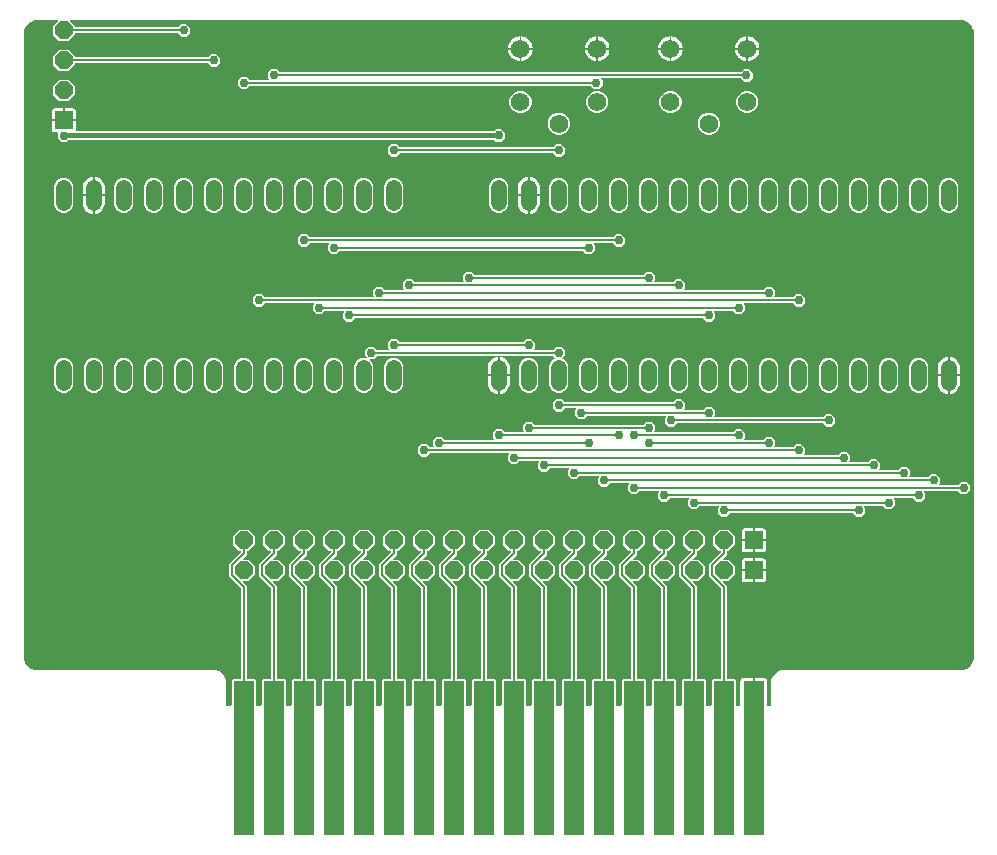
<source format=gbl>
G04 EAGLE Gerber RS-274X export*
G75*
%MOMM*%
%FSLAX34Y34*%
%LPD*%
%INBottom Copper*%
%IPPOS*%
%AMOC8*
5,1,8,0,0,1.08239X$1,22.5*%
G01*
%ADD10C,1.320800*%
%ADD11R,1.524000X1.524000*%
%ADD12P,1.649562X8X292.500000*%
%ADD13P,1.649562X8X202.500000*%
%ADD14C,1.575000*%
%ADD15R,1.778000X13.000000*%
%ADD16C,0.756400*%
%ADD17C,0.203200*%
%ADD18C,0.406400*%

G36*
X484505Y120270D02*
X484505Y120270D01*
X484555Y120281D01*
X484606Y120283D01*
X484638Y120301D01*
X484674Y120309D01*
X484713Y120342D01*
X484758Y120366D01*
X484779Y120396D01*
X484807Y120419D01*
X484828Y120466D01*
X484858Y120508D01*
X484866Y120550D01*
X484878Y120578D01*
X484877Y120608D01*
X484885Y120650D01*
X484885Y141832D01*
X485778Y142725D01*
X492379Y142725D01*
X492429Y142736D01*
X492480Y142738D01*
X492512Y142756D01*
X492548Y142764D01*
X492587Y142797D01*
X492632Y142821D01*
X492653Y142851D01*
X492681Y142874D01*
X492702Y142921D01*
X492732Y142963D01*
X492740Y143005D01*
X492752Y143033D01*
X492751Y143063D01*
X492759Y143105D01*
X492759Y219372D01*
X492742Y219446D01*
X492729Y219520D01*
X492722Y219531D01*
X492720Y219540D01*
X492696Y219569D01*
X492648Y219641D01*
X482599Y229689D01*
X482599Y240211D01*
X492648Y250259D01*
X492688Y250324D01*
X492732Y250386D01*
X492734Y250398D01*
X492739Y250407D01*
X492743Y250444D01*
X492759Y250528D01*
X492759Y250825D01*
X492748Y250875D01*
X492746Y250926D01*
X492728Y250958D01*
X492720Y250994D01*
X492687Y251033D01*
X492663Y251078D01*
X492633Y251099D01*
X492610Y251127D01*
X492563Y251148D01*
X492521Y251178D01*
X492479Y251186D01*
X492451Y251198D01*
X492421Y251197D01*
X492379Y251205D01*
X491512Y251205D01*
X486155Y256562D01*
X486155Y264138D01*
X491512Y269495D01*
X499088Y269495D01*
X504445Y264138D01*
X504445Y256562D01*
X499088Y251205D01*
X498221Y251205D01*
X498171Y251194D01*
X498120Y251192D01*
X498088Y251174D01*
X498052Y251166D01*
X498013Y251133D01*
X497968Y251109D01*
X497947Y251079D01*
X497919Y251056D01*
X497898Y251009D01*
X497868Y250967D01*
X497860Y250925D01*
X497848Y250897D01*
X497849Y250867D01*
X497841Y250825D01*
X497841Y248266D01*
X494319Y244744D01*
X494305Y244722D01*
X494285Y244706D01*
X494260Y244649D01*
X494227Y244597D01*
X494225Y244571D01*
X494214Y244547D01*
X494216Y244486D01*
X494211Y244424D01*
X494220Y244400D01*
X494221Y244374D01*
X494250Y244320D01*
X494272Y244262D01*
X494291Y244245D01*
X494303Y244222D01*
X494354Y244187D01*
X494399Y244145D01*
X494424Y244137D01*
X494445Y244122D01*
X494530Y244106D01*
X494565Y244095D01*
X494575Y244097D01*
X494587Y244095D01*
X499088Y244095D01*
X504445Y238738D01*
X504445Y231162D01*
X499088Y225805D01*
X494587Y225805D01*
X494562Y225799D01*
X494537Y225802D01*
X494479Y225780D01*
X494419Y225766D01*
X494399Y225749D01*
X494375Y225740D01*
X494333Y225695D01*
X494285Y225656D01*
X494274Y225632D01*
X494257Y225613D01*
X494239Y225554D01*
X494214Y225497D01*
X494215Y225472D01*
X494208Y225447D01*
X494218Y225386D01*
X494221Y225324D01*
X494233Y225302D01*
X494237Y225276D01*
X494286Y225205D01*
X494303Y225172D01*
X494312Y225166D01*
X494319Y225156D01*
X497841Y221634D01*
X497841Y143105D01*
X497852Y143055D01*
X497854Y143004D01*
X497872Y142972D01*
X497880Y142936D01*
X497913Y142897D01*
X497937Y142852D01*
X497967Y142831D01*
X497990Y142803D01*
X498037Y142782D01*
X498079Y142752D01*
X498121Y142744D01*
X498149Y142732D01*
X498179Y142733D01*
X498221Y142725D01*
X504822Y142725D01*
X505715Y141832D01*
X505715Y120650D01*
X505726Y120600D01*
X505728Y120549D01*
X505746Y120517D01*
X505754Y120481D01*
X505787Y120442D01*
X505811Y120397D01*
X505841Y120376D01*
X505864Y120348D01*
X505911Y120327D01*
X505953Y120297D01*
X505995Y120289D01*
X506023Y120277D01*
X506053Y120278D01*
X506095Y120270D01*
X509905Y120270D01*
X509955Y120281D01*
X510006Y120283D01*
X510038Y120301D01*
X510074Y120309D01*
X510113Y120342D01*
X510158Y120366D01*
X510179Y120396D01*
X510207Y120419D01*
X510228Y120466D01*
X510258Y120508D01*
X510266Y120550D01*
X510278Y120578D01*
X510277Y120608D01*
X510285Y120650D01*
X510285Y141832D01*
X511178Y142725D01*
X517779Y142725D01*
X517829Y142736D01*
X517880Y142738D01*
X517912Y142756D01*
X517948Y142764D01*
X517987Y142797D01*
X518032Y142821D01*
X518053Y142851D01*
X518081Y142874D01*
X518102Y142921D01*
X518132Y142963D01*
X518140Y143005D01*
X518152Y143033D01*
X518151Y143063D01*
X518159Y143105D01*
X518159Y219372D01*
X518142Y219446D01*
X518129Y219520D01*
X518122Y219531D01*
X518120Y219540D01*
X518096Y219569D01*
X518048Y219641D01*
X507999Y229689D01*
X507999Y240211D01*
X518048Y250259D01*
X518088Y250324D01*
X518132Y250386D01*
X518134Y250398D01*
X518139Y250407D01*
X518143Y250444D01*
X518159Y250528D01*
X518159Y250825D01*
X518148Y250875D01*
X518146Y250926D01*
X518128Y250958D01*
X518120Y250994D01*
X518087Y251033D01*
X518063Y251078D01*
X518033Y251099D01*
X518010Y251127D01*
X517963Y251148D01*
X517921Y251178D01*
X517879Y251186D01*
X517851Y251198D01*
X517821Y251197D01*
X517779Y251205D01*
X516912Y251205D01*
X511555Y256562D01*
X511555Y264138D01*
X516912Y269495D01*
X524488Y269495D01*
X529845Y264138D01*
X529845Y256562D01*
X524488Y251205D01*
X523621Y251205D01*
X523571Y251194D01*
X523520Y251192D01*
X523488Y251174D01*
X523452Y251166D01*
X523413Y251133D01*
X523368Y251109D01*
X523347Y251079D01*
X523319Y251056D01*
X523298Y251009D01*
X523268Y250967D01*
X523260Y250925D01*
X523248Y250897D01*
X523249Y250867D01*
X523241Y250825D01*
X523241Y248266D01*
X519719Y244744D01*
X519705Y244722D01*
X519685Y244706D01*
X519660Y244649D01*
X519627Y244597D01*
X519625Y244571D01*
X519614Y244547D01*
X519616Y244486D01*
X519611Y244424D01*
X519620Y244400D01*
X519621Y244374D01*
X519650Y244320D01*
X519672Y244262D01*
X519691Y244245D01*
X519703Y244222D01*
X519754Y244187D01*
X519799Y244145D01*
X519824Y244137D01*
X519845Y244122D01*
X519930Y244106D01*
X519965Y244095D01*
X519975Y244097D01*
X519987Y244095D01*
X524488Y244095D01*
X529845Y238738D01*
X529845Y231162D01*
X524488Y225805D01*
X519987Y225805D01*
X519962Y225799D01*
X519937Y225802D01*
X519879Y225780D01*
X519819Y225766D01*
X519799Y225749D01*
X519775Y225740D01*
X519733Y225695D01*
X519685Y225656D01*
X519674Y225632D01*
X519657Y225613D01*
X519639Y225554D01*
X519614Y225497D01*
X519615Y225472D01*
X519608Y225447D01*
X519618Y225386D01*
X519621Y225324D01*
X519633Y225302D01*
X519637Y225276D01*
X519686Y225205D01*
X519703Y225172D01*
X519712Y225166D01*
X519719Y225156D01*
X523241Y221634D01*
X523241Y143105D01*
X523252Y143055D01*
X523254Y143004D01*
X523272Y142972D01*
X523280Y142936D01*
X523313Y142897D01*
X523337Y142852D01*
X523367Y142831D01*
X523390Y142803D01*
X523437Y142782D01*
X523479Y142752D01*
X523521Y142744D01*
X523549Y142732D01*
X523579Y142733D01*
X523621Y142725D01*
X530222Y142725D01*
X531115Y141832D01*
X531115Y120650D01*
X531126Y120600D01*
X531128Y120549D01*
X531146Y120517D01*
X531154Y120481D01*
X531187Y120442D01*
X531211Y120397D01*
X531241Y120376D01*
X531264Y120348D01*
X531311Y120327D01*
X531353Y120297D01*
X531395Y120289D01*
X531423Y120277D01*
X531453Y120278D01*
X531495Y120270D01*
X535305Y120270D01*
X535355Y120281D01*
X535406Y120283D01*
X535438Y120301D01*
X535474Y120309D01*
X535513Y120342D01*
X535558Y120366D01*
X535579Y120396D01*
X535607Y120419D01*
X535628Y120466D01*
X535658Y120508D01*
X535666Y120550D01*
X535678Y120578D01*
X535677Y120608D01*
X535685Y120650D01*
X535685Y141832D01*
X536578Y142725D01*
X543179Y142725D01*
X543229Y142736D01*
X543280Y142738D01*
X543312Y142756D01*
X543348Y142764D01*
X543387Y142797D01*
X543432Y142821D01*
X543453Y142851D01*
X543481Y142874D01*
X543502Y142921D01*
X543532Y142963D01*
X543540Y143005D01*
X543552Y143033D01*
X543551Y143063D01*
X543559Y143105D01*
X543559Y219372D01*
X543542Y219446D01*
X543529Y219520D01*
X543522Y219531D01*
X543520Y219540D01*
X543496Y219569D01*
X543448Y219641D01*
X533399Y229689D01*
X533399Y240211D01*
X543448Y250259D01*
X543488Y250324D01*
X543532Y250386D01*
X543534Y250398D01*
X543539Y250407D01*
X543543Y250444D01*
X543559Y250528D01*
X543559Y250825D01*
X543548Y250875D01*
X543546Y250926D01*
X543528Y250958D01*
X543520Y250994D01*
X543487Y251033D01*
X543463Y251078D01*
X543433Y251099D01*
X543410Y251127D01*
X543363Y251148D01*
X543321Y251178D01*
X543279Y251186D01*
X543251Y251198D01*
X543221Y251197D01*
X543179Y251205D01*
X542312Y251205D01*
X536955Y256562D01*
X536955Y264138D01*
X542312Y269495D01*
X549888Y269495D01*
X555245Y264138D01*
X555245Y256562D01*
X549888Y251205D01*
X549021Y251205D01*
X548971Y251194D01*
X548920Y251192D01*
X548888Y251174D01*
X548852Y251166D01*
X548813Y251133D01*
X548768Y251109D01*
X548747Y251079D01*
X548719Y251056D01*
X548698Y251009D01*
X548668Y250967D01*
X548660Y250925D01*
X548648Y250897D01*
X548649Y250867D01*
X548641Y250825D01*
X548641Y248266D01*
X545119Y244744D01*
X545105Y244722D01*
X545085Y244706D01*
X545060Y244649D01*
X545027Y244597D01*
X545025Y244571D01*
X545014Y244547D01*
X545016Y244486D01*
X545011Y244424D01*
X545020Y244400D01*
X545021Y244374D01*
X545050Y244320D01*
X545072Y244262D01*
X545091Y244245D01*
X545103Y244222D01*
X545154Y244187D01*
X545199Y244145D01*
X545224Y244137D01*
X545245Y244122D01*
X545330Y244106D01*
X545365Y244095D01*
X545375Y244097D01*
X545387Y244095D01*
X549888Y244095D01*
X555245Y238738D01*
X555245Y231162D01*
X549888Y225805D01*
X545387Y225805D01*
X545362Y225799D01*
X545337Y225802D01*
X545279Y225780D01*
X545219Y225766D01*
X545199Y225749D01*
X545175Y225740D01*
X545133Y225695D01*
X545085Y225656D01*
X545074Y225632D01*
X545057Y225613D01*
X545039Y225554D01*
X545014Y225497D01*
X545015Y225472D01*
X545008Y225447D01*
X545018Y225386D01*
X545021Y225324D01*
X545033Y225302D01*
X545037Y225276D01*
X545086Y225205D01*
X545103Y225172D01*
X545112Y225166D01*
X545119Y225156D01*
X548641Y221634D01*
X548641Y143105D01*
X548652Y143055D01*
X548654Y143004D01*
X548672Y142972D01*
X548680Y142936D01*
X548713Y142897D01*
X548737Y142852D01*
X548767Y142831D01*
X548790Y142803D01*
X548837Y142782D01*
X548879Y142752D01*
X548921Y142744D01*
X548949Y142732D01*
X548979Y142733D01*
X549021Y142725D01*
X555622Y142725D01*
X556515Y141832D01*
X556515Y120650D01*
X556526Y120600D01*
X556528Y120549D01*
X556546Y120517D01*
X556554Y120481D01*
X556587Y120442D01*
X556611Y120397D01*
X556641Y120376D01*
X556664Y120348D01*
X556711Y120327D01*
X556753Y120297D01*
X556795Y120289D01*
X556823Y120277D01*
X556853Y120278D01*
X556895Y120270D01*
X560705Y120270D01*
X560755Y120281D01*
X560806Y120283D01*
X560838Y120301D01*
X560874Y120309D01*
X560913Y120342D01*
X560958Y120366D01*
X560979Y120396D01*
X561007Y120419D01*
X561028Y120466D01*
X561058Y120508D01*
X561066Y120550D01*
X561078Y120578D01*
X561077Y120608D01*
X561085Y120650D01*
X561085Y141832D01*
X561978Y142725D01*
X568579Y142725D01*
X568629Y142736D01*
X568680Y142738D01*
X568712Y142756D01*
X568748Y142764D01*
X568787Y142797D01*
X568832Y142821D01*
X568853Y142851D01*
X568881Y142874D01*
X568902Y142921D01*
X568932Y142963D01*
X568940Y143005D01*
X568952Y143033D01*
X568951Y143063D01*
X568959Y143105D01*
X568959Y219372D01*
X568942Y219446D01*
X568929Y219520D01*
X568922Y219531D01*
X568920Y219540D01*
X568896Y219569D01*
X568848Y219641D01*
X558799Y229689D01*
X558799Y240211D01*
X568848Y250259D01*
X568888Y250324D01*
X568932Y250386D01*
X568934Y250398D01*
X568939Y250407D01*
X568943Y250444D01*
X568959Y250528D01*
X568959Y250825D01*
X568948Y250875D01*
X568946Y250926D01*
X568928Y250958D01*
X568920Y250994D01*
X568887Y251033D01*
X568863Y251078D01*
X568833Y251099D01*
X568810Y251127D01*
X568763Y251148D01*
X568721Y251178D01*
X568679Y251186D01*
X568651Y251198D01*
X568621Y251197D01*
X568579Y251205D01*
X567712Y251205D01*
X562355Y256562D01*
X562355Y264138D01*
X567712Y269495D01*
X575288Y269495D01*
X580645Y264138D01*
X580645Y256562D01*
X575288Y251205D01*
X574421Y251205D01*
X574371Y251194D01*
X574320Y251192D01*
X574288Y251174D01*
X574252Y251166D01*
X574213Y251133D01*
X574168Y251109D01*
X574147Y251079D01*
X574119Y251056D01*
X574098Y251009D01*
X574068Y250967D01*
X574060Y250925D01*
X574048Y250897D01*
X574049Y250867D01*
X574041Y250825D01*
X574041Y248266D01*
X570519Y244744D01*
X570505Y244722D01*
X570485Y244706D01*
X570460Y244649D01*
X570427Y244597D01*
X570425Y244571D01*
X570414Y244547D01*
X570416Y244486D01*
X570411Y244424D01*
X570420Y244400D01*
X570421Y244374D01*
X570450Y244320D01*
X570472Y244262D01*
X570491Y244245D01*
X570503Y244222D01*
X570554Y244187D01*
X570599Y244145D01*
X570624Y244137D01*
X570645Y244122D01*
X570730Y244106D01*
X570765Y244095D01*
X570775Y244097D01*
X570787Y244095D01*
X575288Y244095D01*
X580645Y238738D01*
X580645Y231162D01*
X575288Y225805D01*
X570787Y225805D01*
X570762Y225799D01*
X570737Y225802D01*
X570679Y225780D01*
X570619Y225766D01*
X570599Y225749D01*
X570575Y225740D01*
X570533Y225695D01*
X570485Y225656D01*
X570474Y225632D01*
X570457Y225613D01*
X570439Y225554D01*
X570414Y225497D01*
X570415Y225472D01*
X570408Y225447D01*
X570418Y225386D01*
X570421Y225324D01*
X570433Y225302D01*
X570437Y225276D01*
X570486Y225205D01*
X570503Y225172D01*
X570512Y225166D01*
X570519Y225156D01*
X574041Y221634D01*
X574041Y143105D01*
X574052Y143055D01*
X574054Y143004D01*
X574072Y142972D01*
X574080Y142936D01*
X574113Y142897D01*
X574137Y142852D01*
X574167Y142831D01*
X574190Y142803D01*
X574237Y142782D01*
X574279Y142752D01*
X574321Y142744D01*
X574349Y142732D01*
X574379Y142733D01*
X574421Y142725D01*
X581022Y142725D01*
X581915Y141832D01*
X581915Y120650D01*
X581926Y120600D01*
X581928Y120549D01*
X581946Y120517D01*
X581954Y120481D01*
X581987Y120442D01*
X582011Y120397D01*
X582041Y120376D01*
X582064Y120348D01*
X582111Y120327D01*
X582153Y120297D01*
X582195Y120289D01*
X582223Y120277D01*
X582253Y120278D01*
X582295Y120270D01*
X586105Y120270D01*
X586155Y120281D01*
X586206Y120283D01*
X586238Y120301D01*
X586274Y120309D01*
X586313Y120342D01*
X586358Y120366D01*
X586379Y120396D01*
X586407Y120419D01*
X586428Y120466D01*
X586458Y120508D01*
X586466Y120550D01*
X586478Y120578D01*
X586477Y120608D01*
X586485Y120650D01*
X586485Y141832D01*
X587378Y142725D01*
X593979Y142725D01*
X594029Y142736D01*
X594080Y142738D01*
X594112Y142756D01*
X594148Y142764D01*
X594187Y142797D01*
X594232Y142821D01*
X594253Y142851D01*
X594281Y142874D01*
X594302Y142921D01*
X594332Y142963D01*
X594340Y143005D01*
X594352Y143033D01*
X594351Y143063D01*
X594359Y143105D01*
X594359Y219372D01*
X594342Y219446D01*
X594329Y219520D01*
X594322Y219531D01*
X594320Y219540D01*
X594296Y219569D01*
X594248Y219641D01*
X584199Y229689D01*
X584199Y240211D01*
X594248Y250259D01*
X594288Y250324D01*
X594332Y250386D01*
X594334Y250398D01*
X594339Y250407D01*
X594343Y250444D01*
X594359Y250528D01*
X594359Y250825D01*
X594348Y250875D01*
X594346Y250926D01*
X594328Y250958D01*
X594320Y250994D01*
X594287Y251033D01*
X594263Y251078D01*
X594233Y251099D01*
X594210Y251127D01*
X594163Y251148D01*
X594121Y251178D01*
X594079Y251186D01*
X594051Y251198D01*
X594021Y251197D01*
X593979Y251205D01*
X593112Y251205D01*
X587755Y256562D01*
X587755Y264138D01*
X593112Y269495D01*
X600688Y269495D01*
X606045Y264138D01*
X606045Y256562D01*
X600688Y251205D01*
X599821Y251205D01*
X599771Y251194D01*
X599720Y251192D01*
X599688Y251174D01*
X599652Y251166D01*
X599613Y251133D01*
X599568Y251109D01*
X599547Y251079D01*
X599519Y251056D01*
X599498Y251009D01*
X599468Y250967D01*
X599460Y250925D01*
X599448Y250897D01*
X599449Y250867D01*
X599441Y250825D01*
X599441Y248266D01*
X595919Y244744D01*
X595905Y244722D01*
X595885Y244706D01*
X595860Y244649D01*
X595827Y244597D01*
X595825Y244571D01*
X595814Y244547D01*
X595816Y244486D01*
X595811Y244424D01*
X595820Y244400D01*
X595821Y244374D01*
X595850Y244320D01*
X595872Y244262D01*
X595891Y244245D01*
X595903Y244222D01*
X595954Y244187D01*
X595999Y244145D01*
X596024Y244137D01*
X596045Y244122D01*
X596130Y244106D01*
X596165Y244095D01*
X596175Y244097D01*
X596187Y244095D01*
X600688Y244095D01*
X606045Y238738D01*
X606045Y231162D01*
X600688Y225805D01*
X596187Y225805D01*
X596162Y225799D01*
X596137Y225802D01*
X596079Y225780D01*
X596019Y225766D01*
X595999Y225749D01*
X595975Y225740D01*
X595933Y225695D01*
X595885Y225656D01*
X595874Y225632D01*
X595857Y225613D01*
X595839Y225554D01*
X595814Y225497D01*
X595815Y225472D01*
X595808Y225447D01*
X595818Y225386D01*
X595821Y225324D01*
X595833Y225302D01*
X595837Y225276D01*
X595886Y225205D01*
X595903Y225172D01*
X595912Y225166D01*
X595919Y225156D01*
X599441Y221634D01*
X599441Y143105D01*
X599452Y143055D01*
X599454Y143004D01*
X599472Y142972D01*
X599480Y142936D01*
X599513Y142897D01*
X599537Y142852D01*
X599567Y142831D01*
X599590Y142803D01*
X599637Y142782D01*
X599679Y142752D01*
X599721Y142744D01*
X599749Y142732D01*
X599779Y142733D01*
X599821Y142725D01*
X606422Y142725D01*
X607315Y141832D01*
X607315Y120650D01*
X607326Y120600D01*
X607328Y120549D01*
X607346Y120517D01*
X607354Y120481D01*
X607387Y120442D01*
X607411Y120397D01*
X607441Y120376D01*
X607464Y120348D01*
X607511Y120327D01*
X607553Y120297D01*
X607595Y120289D01*
X607623Y120277D01*
X607653Y120278D01*
X607695Y120270D01*
X611505Y120270D01*
X611555Y120281D01*
X611606Y120283D01*
X611638Y120301D01*
X611674Y120309D01*
X611713Y120342D01*
X611758Y120366D01*
X611779Y120396D01*
X611807Y120419D01*
X611828Y120466D01*
X611858Y120508D01*
X611866Y120550D01*
X611878Y120578D01*
X611877Y120608D01*
X611885Y120650D01*
X611885Y141832D01*
X612778Y142725D01*
X619379Y142725D01*
X619429Y142736D01*
X619480Y142738D01*
X619512Y142756D01*
X619548Y142764D01*
X619587Y142797D01*
X619632Y142821D01*
X619653Y142851D01*
X619681Y142874D01*
X619702Y142921D01*
X619732Y142963D01*
X619740Y143005D01*
X619752Y143033D01*
X619751Y143063D01*
X619759Y143105D01*
X619759Y219372D01*
X619742Y219446D01*
X619729Y219520D01*
X619722Y219531D01*
X619720Y219540D01*
X619696Y219569D01*
X619648Y219641D01*
X609599Y229689D01*
X609599Y240211D01*
X619648Y250259D01*
X619688Y250324D01*
X619732Y250386D01*
X619734Y250398D01*
X619739Y250407D01*
X619743Y250444D01*
X619759Y250528D01*
X619759Y250825D01*
X619748Y250875D01*
X619746Y250926D01*
X619728Y250958D01*
X619720Y250994D01*
X619687Y251033D01*
X619663Y251078D01*
X619633Y251099D01*
X619610Y251127D01*
X619563Y251148D01*
X619521Y251178D01*
X619479Y251186D01*
X619451Y251198D01*
X619421Y251197D01*
X619379Y251205D01*
X618512Y251205D01*
X613155Y256562D01*
X613155Y264138D01*
X618512Y269495D01*
X626088Y269495D01*
X631445Y264138D01*
X631445Y256562D01*
X626088Y251205D01*
X625221Y251205D01*
X625171Y251194D01*
X625120Y251192D01*
X625088Y251174D01*
X625052Y251166D01*
X625013Y251133D01*
X624968Y251109D01*
X624947Y251079D01*
X624919Y251056D01*
X624898Y251009D01*
X624868Y250967D01*
X624860Y250925D01*
X624848Y250897D01*
X624849Y250867D01*
X624841Y250825D01*
X624841Y248266D01*
X621319Y244744D01*
X621305Y244722D01*
X621285Y244706D01*
X621260Y244649D01*
X621227Y244597D01*
X621225Y244571D01*
X621214Y244547D01*
X621216Y244486D01*
X621211Y244424D01*
X621220Y244400D01*
X621221Y244374D01*
X621250Y244320D01*
X621272Y244262D01*
X621291Y244245D01*
X621303Y244222D01*
X621354Y244187D01*
X621399Y244145D01*
X621424Y244137D01*
X621445Y244122D01*
X621530Y244106D01*
X621565Y244095D01*
X621575Y244097D01*
X621587Y244095D01*
X626088Y244095D01*
X631445Y238738D01*
X631445Y231162D01*
X626088Y225805D01*
X621587Y225805D01*
X621562Y225799D01*
X621537Y225802D01*
X621479Y225780D01*
X621419Y225766D01*
X621399Y225749D01*
X621375Y225740D01*
X621333Y225695D01*
X621285Y225656D01*
X621274Y225632D01*
X621257Y225613D01*
X621239Y225554D01*
X621214Y225497D01*
X621215Y225472D01*
X621208Y225447D01*
X621218Y225386D01*
X621221Y225324D01*
X621233Y225302D01*
X621237Y225276D01*
X621286Y225205D01*
X621303Y225172D01*
X621312Y225166D01*
X621319Y225156D01*
X624841Y221634D01*
X624841Y143105D01*
X624852Y143055D01*
X624854Y143004D01*
X624872Y142972D01*
X624880Y142936D01*
X624913Y142897D01*
X624937Y142852D01*
X624967Y142831D01*
X624990Y142803D01*
X625037Y142782D01*
X625079Y142752D01*
X625121Y142744D01*
X625149Y142732D01*
X625179Y142733D01*
X625221Y142725D01*
X631822Y142725D01*
X632715Y141832D01*
X632715Y120650D01*
X632726Y120600D01*
X632728Y120549D01*
X632746Y120517D01*
X632754Y120481D01*
X632787Y120442D01*
X632811Y120397D01*
X632841Y120376D01*
X632864Y120348D01*
X632911Y120327D01*
X632953Y120297D01*
X632995Y120289D01*
X633023Y120277D01*
X633053Y120278D01*
X633095Y120270D01*
X635889Y120270D01*
X635939Y120281D01*
X635990Y120283D01*
X636022Y120301D01*
X636058Y120309D01*
X636097Y120342D01*
X636142Y120366D01*
X636163Y120396D01*
X636191Y120419D01*
X636212Y120466D01*
X636242Y120508D01*
X636250Y120550D01*
X636262Y120578D01*
X636261Y120608D01*
X636269Y120650D01*
X636269Y141535D01*
X636442Y142181D01*
X636777Y142760D01*
X637250Y143233D01*
X637829Y143568D01*
X638475Y143741D01*
X646939Y143741D01*
X646939Y120650D01*
X646950Y120600D01*
X646952Y120549D01*
X646970Y120517D01*
X646978Y120481D01*
X647011Y120442D01*
X647035Y120397D01*
X647065Y120376D01*
X647088Y120348D01*
X647135Y120327D01*
X647177Y120297D01*
X647219Y120289D01*
X647247Y120277D01*
X647277Y120278D01*
X647319Y120270D01*
X648081Y120270D01*
X648131Y120281D01*
X648182Y120283D01*
X648214Y120301D01*
X648250Y120309D01*
X648289Y120342D01*
X648334Y120366D01*
X648355Y120396D01*
X648383Y120419D01*
X648404Y120466D01*
X648434Y120508D01*
X648442Y120550D01*
X648454Y120578D01*
X648453Y120608D01*
X648461Y120650D01*
X648461Y143741D01*
X656925Y143741D01*
X657571Y143568D01*
X658150Y143233D01*
X658623Y142760D01*
X658958Y142181D01*
X659131Y141535D01*
X659131Y120650D01*
X659142Y120600D01*
X659144Y120549D01*
X659162Y120517D01*
X659170Y120481D01*
X659203Y120442D01*
X659227Y120397D01*
X659257Y120376D01*
X659280Y120348D01*
X659327Y120327D01*
X659369Y120297D01*
X659411Y120289D01*
X659439Y120277D01*
X659469Y120278D01*
X659511Y120270D01*
X662178Y120270D01*
X662228Y120281D01*
X662279Y120283D01*
X662311Y120301D01*
X662347Y120309D01*
X662386Y120342D01*
X662431Y120366D01*
X662452Y120396D01*
X662480Y120419D01*
X662501Y120466D01*
X662531Y120508D01*
X662539Y120550D01*
X662551Y120578D01*
X662550Y120608D01*
X662558Y120650D01*
X662558Y141797D01*
X664163Y145671D01*
X667129Y148637D01*
X671003Y150242D01*
X822870Y150242D01*
X822883Y150245D01*
X822900Y150243D01*
X824583Y150375D01*
X824617Y150386D01*
X824670Y150393D01*
X827871Y151433D01*
X827904Y151453D01*
X827977Y151487D01*
X830700Y153465D01*
X830726Y153494D01*
X830785Y153550D01*
X832763Y156273D01*
X832778Y156308D01*
X832817Y156379D01*
X833857Y159580D01*
X833860Y159615D01*
X833875Y159667D01*
X834007Y161350D01*
X834005Y161364D01*
X834008Y161380D01*
X834008Y689520D01*
X834005Y689533D01*
X834007Y689550D01*
X833875Y691233D01*
X833864Y691267D01*
X833857Y691320D01*
X832817Y694521D01*
X832797Y694554D01*
X832763Y694627D01*
X830785Y697350D01*
X830776Y697358D01*
X830774Y697362D01*
X830760Y697372D01*
X830756Y697376D01*
X830700Y697435D01*
X827977Y699413D01*
X827942Y699428D01*
X827871Y699467D01*
X824670Y700507D01*
X824635Y700510D01*
X824583Y700525D01*
X822900Y700657D01*
X822886Y700655D01*
X822870Y700658D01*
X68842Y700658D01*
X68817Y700652D01*
X68791Y700655D01*
X68734Y700633D01*
X68674Y700619D01*
X68654Y700602D01*
X68630Y700593D01*
X68588Y700548D01*
X68540Y700509D01*
X68529Y700485D01*
X68512Y700466D01*
X68494Y700407D01*
X68469Y700350D01*
X68470Y700325D01*
X68463Y700300D01*
X68473Y700239D01*
X68476Y700177D01*
X68488Y700155D01*
X68492Y700129D01*
X68541Y700058D01*
X68558Y700025D01*
X68567Y700019D01*
X68573Y700009D01*
X72645Y695938D01*
X72645Y695071D01*
X72656Y695021D01*
X72658Y694970D01*
X72676Y694938D01*
X72684Y694902D01*
X72717Y694863D01*
X72741Y694818D01*
X72771Y694797D01*
X72794Y694769D01*
X72841Y694748D01*
X72883Y694718D01*
X72925Y694710D01*
X72953Y694698D01*
X72983Y694699D01*
X73025Y694691D01*
X159978Y694691D01*
X160052Y694708D01*
X160127Y694721D01*
X160137Y694728D01*
X160147Y694730D01*
X160176Y694754D01*
X160247Y694802D01*
X162902Y697457D01*
X167298Y697457D01*
X170407Y694348D01*
X170407Y689952D01*
X167298Y686843D01*
X162902Y686843D01*
X160247Y689498D01*
X160183Y689538D01*
X160121Y689582D01*
X160109Y689584D01*
X160100Y689589D01*
X160063Y689593D01*
X159978Y689609D01*
X73025Y689609D01*
X72975Y689598D01*
X72924Y689596D01*
X72892Y689578D01*
X72856Y689570D01*
X72817Y689537D01*
X72772Y689513D01*
X72751Y689483D01*
X72723Y689460D01*
X72702Y689413D01*
X72672Y689371D01*
X72664Y689329D01*
X72652Y689301D01*
X72653Y689271D01*
X72645Y689229D01*
X72645Y688362D01*
X67288Y683005D01*
X59712Y683005D01*
X54355Y688362D01*
X54355Y695938D01*
X58427Y700009D01*
X58440Y700031D01*
X58460Y700047D01*
X58485Y700104D01*
X58518Y700156D01*
X58520Y700182D01*
X58531Y700206D01*
X58529Y700267D01*
X58535Y700329D01*
X58525Y700353D01*
X58524Y700379D01*
X58495Y700433D01*
X58473Y700491D01*
X58454Y700508D01*
X58442Y700531D01*
X58391Y700566D01*
X58346Y700608D01*
X58321Y700616D01*
X58300Y700631D01*
X58215Y700647D01*
X58180Y700658D01*
X58170Y700656D01*
X58158Y700658D01*
X40730Y700658D01*
X40717Y700655D01*
X40700Y700657D01*
X39017Y700525D01*
X38983Y700514D01*
X38930Y700507D01*
X35729Y699467D01*
X35696Y699447D01*
X35623Y699413D01*
X32900Y697435D01*
X32874Y697406D01*
X32815Y697350D01*
X30837Y694627D01*
X30822Y694592D01*
X30783Y694521D01*
X29743Y691320D01*
X29740Y691285D01*
X29725Y691233D01*
X29593Y689550D01*
X29595Y689536D01*
X29592Y689520D01*
X29592Y161380D01*
X29595Y161367D01*
X29593Y161350D01*
X29725Y159667D01*
X29736Y159633D01*
X29743Y159580D01*
X30783Y156379D01*
X30803Y156346D01*
X30837Y156273D01*
X32815Y153550D01*
X32844Y153524D01*
X32900Y153465D01*
X35623Y151487D01*
X35658Y151472D01*
X35729Y151433D01*
X38930Y150393D01*
X38965Y150390D01*
X39017Y150375D01*
X40700Y150243D01*
X40714Y150245D01*
X40730Y150242D01*
X192597Y150242D01*
X196471Y148637D01*
X199437Y145671D01*
X201042Y141797D01*
X201042Y120650D01*
X201053Y120600D01*
X201055Y120549D01*
X201073Y120517D01*
X201081Y120481D01*
X201114Y120442D01*
X201138Y120397D01*
X201168Y120376D01*
X201191Y120348D01*
X201238Y120327D01*
X201280Y120297D01*
X201322Y120289D01*
X201350Y120277D01*
X201380Y120278D01*
X201422Y120270D01*
X205105Y120270D01*
X205155Y120281D01*
X205206Y120283D01*
X205238Y120301D01*
X205274Y120309D01*
X205313Y120342D01*
X205358Y120366D01*
X205379Y120396D01*
X205407Y120419D01*
X205428Y120466D01*
X205458Y120508D01*
X205466Y120550D01*
X205478Y120578D01*
X205477Y120608D01*
X205485Y120650D01*
X205485Y141832D01*
X206378Y142725D01*
X212979Y142725D01*
X213029Y142736D01*
X213080Y142738D01*
X213112Y142756D01*
X213148Y142764D01*
X213187Y142797D01*
X213232Y142821D01*
X213253Y142851D01*
X213281Y142874D01*
X213302Y142921D01*
X213332Y142963D01*
X213340Y143005D01*
X213352Y143033D01*
X213351Y143063D01*
X213359Y143105D01*
X213359Y219372D01*
X213342Y219446D01*
X213329Y219520D01*
X213322Y219531D01*
X213320Y219540D01*
X213296Y219569D01*
X213248Y219641D01*
X203199Y229689D01*
X203199Y240211D01*
X213248Y250259D01*
X213288Y250324D01*
X213332Y250386D01*
X213334Y250398D01*
X213339Y250407D01*
X213343Y250444D01*
X213359Y250528D01*
X213359Y250825D01*
X213348Y250875D01*
X213346Y250926D01*
X213328Y250958D01*
X213320Y250994D01*
X213287Y251033D01*
X213263Y251078D01*
X213233Y251099D01*
X213210Y251127D01*
X213163Y251148D01*
X213121Y251178D01*
X213079Y251186D01*
X213051Y251198D01*
X213021Y251197D01*
X212979Y251205D01*
X212112Y251205D01*
X206755Y256562D01*
X206755Y264138D01*
X212112Y269495D01*
X219688Y269495D01*
X225045Y264138D01*
X225045Y256562D01*
X219688Y251205D01*
X218821Y251205D01*
X218771Y251194D01*
X218720Y251192D01*
X218688Y251174D01*
X218652Y251166D01*
X218613Y251133D01*
X218568Y251109D01*
X218547Y251079D01*
X218519Y251056D01*
X218498Y251009D01*
X218468Y250967D01*
X218460Y250925D01*
X218448Y250897D01*
X218449Y250867D01*
X218441Y250825D01*
X218441Y248266D01*
X214919Y244744D01*
X214905Y244722D01*
X214885Y244706D01*
X214860Y244649D01*
X214827Y244597D01*
X214825Y244571D01*
X214814Y244547D01*
X214816Y244486D01*
X214811Y244424D01*
X214820Y244400D01*
X214821Y244374D01*
X214850Y244320D01*
X214872Y244262D01*
X214891Y244245D01*
X214903Y244222D01*
X214954Y244187D01*
X214999Y244145D01*
X215024Y244137D01*
X215045Y244122D01*
X215130Y244106D01*
X215165Y244095D01*
X215175Y244097D01*
X215187Y244095D01*
X219688Y244095D01*
X225045Y238738D01*
X225045Y231162D01*
X219688Y225805D01*
X215187Y225805D01*
X215162Y225799D01*
X215137Y225802D01*
X215079Y225780D01*
X215019Y225766D01*
X214999Y225749D01*
X214975Y225740D01*
X214933Y225695D01*
X214885Y225656D01*
X214874Y225632D01*
X214857Y225613D01*
X214839Y225554D01*
X214814Y225497D01*
X214815Y225472D01*
X214808Y225447D01*
X214818Y225386D01*
X214821Y225324D01*
X214833Y225302D01*
X214837Y225276D01*
X214886Y225205D01*
X214903Y225172D01*
X214912Y225166D01*
X214919Y225156D01*
X218441Y221634D01*
X218441Y143105D01*
X218452Y143055D01*
X218454Y143004D01*
X218472Y142972D01*
X218480Y142936D01*
X218513Y142897D01*
X218537Y142852D01*
X218567Y142831D01*
X218590Y142803D01*
X218637Y142782D01*
X218679Y142752D01*
X218721Y142744D01*
X218749Y142732D01*
X218779Y142733D01*
X218821Y142725D01*
X225422Y142725D01*
X226315Y141832D01*
X226315Y120650D01*
X226326Y120600D01*
X226328Y120549D01*
X226346Y120517D01*
X226354Y120481D01*
X226387Y120442D01*
X226411Y120397D01*
X226441Y120376D01*
X226464Y120348D01*
X226511Y120327D01*
X226553Y120297D01*
X226595Y120289D01*
X226623Y120277D01*
X226653Y120278D01*
X226695Y120270D01*
X230505Y120270D01*
X230555Y120281D01*
X230606Y120283D01*
X230638Y120301D01*
X230674Y120309D01*
X230713Y120342D01*
X230758Y120366D01*
X230779Y120396D01*
X230807Y120419D01*
X230828Y120466D01*
X230858Y120508D01*
X230866Y120550D01*
X230878Y120578D01*
X230877Y120608D01*
X230885Y120650D01*
X230885Y141832D01*
X231778Y142725D01*
X238379Y142725D01*
X238429Y142736D01*
X238480Y142738D01*
X238512Y142756D01*
X238548Y142764D01*
X238587Y142797D01*
X238632Y142821D01*
X238653Y142851D01*
X238681Y142874D01*
X238702Y142921D01*
X238732Y142963D01*
X238740Y143005D01*
X238752Y143033D01*
X238751Y143063D01*
X238759Y143105D01*
X238759Y219372D01*
X238742Y219446D01*
X238729Y219520D01*
X238722Y219531D01*
X238720Y219540D01*
X238696Y219569D01*
X238648Y219641D01*
X230199Y228089D01*
X230199Y228090D01*
X228599Y229689D01*
X228599Y240211D01*
X230199Y241810D01*
X230199Y241811D01*
X238648Y250259D01*
X238688Y250324D01*
X238732Y250386D01*
X238734Y250398D01*
X238739Y250407D01*
X238743Y250444D01*
X238759Y250528D01*
X238759Y250825D01*
X238748Y250875D01*
X238746Y250926D01*
X238728Y250958D01*
X238720Y250994D01*
X238687Y251033D01*
X238663Y251078D01*
X238633Y251099D01*
X238610Y251127D01*
X238563Y251148D01*
X238521Y251178D01*
X238479Y251186D01*
X238451Y251198D01*
X238421Y251197D01*
X238379Y251205D01*
X237512Y251205D01*
X232155Y256562D01*
X232155Y264138D01*
X237512Y269495D01*
X245088Y269495D01*
X250445Y264138D01*
X250445Y256562D01*
X245088Y251205D01*
X244221Y251205D01*
X244171Y251194D01*
X244120Y251192D01*
X244088Y251174D01*
X244052Y251166D01*
X244013Y251133D01*
X243968Y251109D01*
X243947Y251079D01*
X243919Y251056D01*
X243898Y251009D01*
X243868Y250967D01*
X243860Y250925D01*
X243848Y250897D01*
X243849Y250867D01*
X243841Y250825D01*
X243841Y248266D01*
X240319Y244744D01*
X240305Y244722D01*
X240285Y244706D01*
X240260Y244649D01*
X240227Y244597D01*
X240225Y244571D01*
X240214Y244547D01*
X240216Y244486D01*
X240211Y244424D01*
X240220Y244400D01*
X240221Y244374D01*
X240250Y244320D01*
X240272Y244262D01*
X240291Y244245D01*
X240303Y244222D01*
X240354Y244187D01*
X240399Y244145D01*
X240424Y244137D01*
X240445Y244122D01*
X240530Y244106D01*
X240565Y244095D01*
X240575Y244097D01*
X240587Y244095D01*
X245088Y244095D01*
X250445Y238738D01*
X250445Y231162D01*
X245088Y225805D01*
X240587Y225805D01*
X240562Y225799D01*
X240537Y225802D01*
X240479Y225780D01*
X240419Y225766D01*
X240399Y225749D01*
X240375Y225740D01*
X240333Y225695D01*
X240285Y225656D01*
X240274Y225632D01*
X240257Y225613D01*
X240239Y225554D01*
X240214Y225497D01*
X240215Y225472D01*
X240208Y225447D01*
X240218Y225386D01*
X240221Y225324D01*
X240233Y225302D01*
X240237Y225276D01*
X240286Y225205D01*
X240303Y225172D01*
X240312Y225166D01*
X240319Y225156D01*
X242241Y223234D01*
X243841Y221634D01*
X243841Y143105D01*
X243852Y143055D01*
X243854Y143004D01*
X243872Y142972D01*
X243880Y142936D01*
X243913Y142897D01*
X243937Y142852D01*
X243967Y142831D01*
X243990Y142803D01*
X244037Y142782D01*
X244079Y142752D01*
X244121Y142744D01*
X244149Y142732D01*
X244179Y142733D01*
X244221Y142725D01*
X250822Y142725D01*
X251715Y141832D01*
X251715Y120650D01*
X251726Y120600D01*
X251728Y120549D01*
X251746Y120517D01*
X251754Y120481D01*
X251787Y120442D01*
X251811Y120397D01*
X251841Y120376D01*
X251864Y120348D01*
X251911Y120327D01*
X251953Y120297D01*
X251995Y120289D01*
X252023Y120277D01*
X252053Y120278D01*
X252095Y120270D01*
X255905Y120270D01*
X255955Y120281D01*
X256006Y120283D01*
X256038Y120301D01*
X256074Y120309D01*
X256113Y120342D01*
X256158Y120366D01*
X256179Y120396D01*
X256207Y120419D01*
X256228Y120466D01*
X256258Y120508D01*
X256266Y120550D01*
X256278Y120578D01*
X256277Y120608D01*
X256285Y120650D01*
X256285Y141832D01*
X257178Y142725D01*
X263779Y142725D01*
X263829Y142736D01*
X263880Y142738D01*
X263912Y142756D01*
X263948Y142764D01*
X263987Y142797D01*
X264032Y142821D01*
X264053Y142851D01*
X264081Y142874D01*
X264102Y142921D01*
X264132Y142963D01*
X264140Y143005D01*
X264152Y143033D01*
X264151Y143063D01*
X264159Y143105D01*
X264159Y219372D01*
X264142Y219446D01*
X264129Y219520D01*
X264122Y219531D01*
X264120Y219540D01*
X264096Y219569D01*
X264048Y219641D01*
X253999Y229689D01*
X253999Y240211D01*
X264048Y250259D01*
X264088Y250324D01*
X264132Y250386D01*
X264134Y250398D01*
X264139Y250407D01*
X264143Y250444D01*
X264159Y250528D01*
X264159Y250825D01*
X264148Y250875D01*
X264146Y250926D01*
X264128Y250958D01*
X264120Y250994D01*
X264087Y251033D01*
X264063Y251078D01*
X264033Y251099D01*
X264010Y251127D01*
X263963Y251148D01*
X263921Y251178D01*
X263879Y251186D01*
X263851Y251198D01*
X263821Y251197D01*
X263779Y251205D01*
X262912Y251205D01*
X257555Y256562D01*
X257555Y264138D01*
X262912Y269495D01*
X270488Y269495D01*
X275845Y264138D01*
X275845Y256562D01*
X270488Y251205D01*
X269621Y251205D01*
X269571Y251194D01*
X269520Y251192D01*
X269488Y251174D01*
X269452Y251166D01*
X269413Y251133D01*
X269368Y251109D01*
X269347Y251079D01*
X269319Y251056D01*
X269298Y251009D01*
X269268Y250967D01*
X269260Y250925D01*
X269248Y250897D01*
X269249Y250867D01*
X269241Y250825D01*
X269241Y248266D01*
X265719Y244744D01*
X265705Y244722D01*
X265685Y244706D01*
X265660Y244649D01*
X265627Y244597D01*
X265625Y244571D01*
X265614Y244547D01*
X265616Y244486D01*
X265611Y244424D01*
X265620Y244400D01*
X265621Y244374D01*
X265650Y244320D01*
X265672Y244262D01*
X265691Y244245D01*
X265703Y244222D01*
X265754Y244187D01*
X265799Y244145D01*
X265824Y244137D01*
X265845Y244122D01*
X265930Y244106D01*
X265965Y244095D01*
X265975Y244097D01*
X265987Y244095D01*
X270488Y244095D01*
X275845Y238738D01*
X275845Y231162D01*
X270488Y225805D01*
X265987Y225805D01*
X265962Y225799D01*
X265937Y225802D01*
X265879Y225780D01*
X265819Y225766D01*
X265799Y225749D01*
X265775Y225740D01*
X265733Y225695D01*
X265685Y225656D01*
X265674Y225632D01*
X265657Y225613D01*
X265639Y225554D01*
X265614Y225497D01*
X265615Y225472D01*
X265608Y225447D01*
X265618Y225386D01*
X265621Y225324D01*
X265633Y225302D01*
X265637Y225276D01*
X265686Y225205D01*
X265703Y225172D01*
X265712Y225166D01*
X265719Y225156D01*
X269241Y221634D01*
X269241Y143105D01*
X269252Y143055D01*
X269254Y143004D01*
X269272Y142972D01*
X269280Y142936D01*
X269313Y142897D01*
X269337Y142852D01*
X269367Y142831D01*
X269390Y142803D01*
X269437Y142782D01*
X269479Y142752D01*
X269521Y142744D01*
X269549Y142732D01*
X269579Y142733D01*
X269621Y142725D01*
X276222Y142725D01*
X277115Y141832D01*
X277115Y120650D01*
X277126Y120600D01*
X277128Y120549D01*
X277146Y120517D01*
X277154Y120481D01*
X277187Y120442D01*
X277211Y120397D01*
X277241Y120376D01*
X277264Y120348D01*
X277311Y120327D01*
X277353Y120297D01*
X277395Y120289D01*
X277423Y120277D01*
X277453Y120278D01*
X277495Y120270D01*
X281305Y120270D01*
X281355Y120281D01*
X281406Y120283D01*
X281438Y120301D01*
X281474Y120309D01*
X281513Y120342D01*
X281558Y120366D01*
X281579Y120396D01*
X281607Y120419D01*
X281628Y120466D01*
X281658Y120508D01*
X281666Y120550D01*
X281678Y120578D01*
X281677Y120608D01*
X281685Y120650D01*
X281685Y141832D01*
X282578Y142725D01*
X289179Y142725D01*
X289229Y142736D01*
X289280Y142738D01*
X289312Y142756D01*
X289348Y142764D01*
X289387Y142797D01*
X289432Y142821D01*
X289453Y142851D01*
X289481Y142874D01*
X289502Y142921D01*
X289532Y142963D01*
X289540Y143005D01*
X289552Y143033D01*
X289551Y143063D01*
X289559Y143105D01*
X289559Y219372D01*
X289542Y219446D01*
X289529Y219520D01*
X289522Y219531D01*
X289520Y219540D01*
X289496Y219569D01*
X289448Y219641D01*
X279399Y229689D01*
X279399Y240211D01*
X289448Y250259D01*
X289488Y250324D01*
X289532Y250386D01*
X289534Y250398D01*
X289539Y250407D01*
X289543Y250444D01*
X289559Y250528D01*
X289559Y250825D01*
X289548Y250875D01*
X289546Y250926D01*
X289528Y250958D01*
X289520Y250994D01*
X289487Y251033D01*
X289463Y251078D01*
X289433Y251099D01*
X289410Y251127D01*
X289363Y251148D01*
X289321Y251178D01*
X289279Y251186D01*
X289251Y251198D01*
X289221Y251197D01*
X289179Y251205D01*
X288312Y251205D01*
X282955Y256562D01*
X282955Y264138D01*
X288312Y269495D01*
X295888Y269495D01*
X301245Y264138D01*
X301245Y256562D01*
X295888Y251205D01*
X295021Y251205D01*
X294971Y251194D01*
X294920Y251192D01*
X294888Y251174D01*
X294852Y251166D01*
X294813Y251133D01*
X294768Y251109D01*
X294747Y251079D01*
X294719Y251056D01*
X294698Y251009D01*
X294668Y250967D01*
X294660Y250925D01*
X294648Y250897D01*
X294649Y250867D01*
X294641Y250825D01*
X294641Y248266D01*
X291119Y244744D01*
X291105Y244722D01*
X291085Y244706D01*
X291060Y244649D01*
X291027Y244597D01*
X291025Y244571D01*
X291014Y244547D01*
X291016Y244486D01*
X291011Y244424D01*
X291020Y244400D01*
X291021Y244374D01*
X291050Y244320D01*
X291072Y244262D01*
X291091Y244245D01*
X291103Y244222D01*
X291154Y244187D01*
X291199Y244145D01*
X291224Y244137D01*
X291245Y244122D01*
X291330Y244106D01*
X291365Y244095D01*
X291375Y244097D01*
X291387Y244095D01*
X295888Y244095D01*
X301245Y238738D01*
X301245Y231162D01*
X295888Y225805D01*
X291387Y225805D01*
X291362Y225799D01*
X291337Y225802D01*
X291279Y225780D01*
X291219Y225766D01*
X291199Y225749D01*
X291175Y225740D01*
X291133Y225695D01*
X291085Y225656D01*
X291074Y225632D01*
X291057Y225613D01*
X291039Y225554D01*
X291014Y225497D01*
X291015Y225472D01*
X291008Y225447D01*
X291018Y225386D01*
X291021Y225324D01*
X291033Y225302D01*
X291037Y225276D01*
X291086Y225205D01*
X291103Y225172D01*
X291112Y225166D01*
X291119Y225156D01*
X294641Y221634D01*
X294641Y143105D01*
X294652Y143055D01*
X294654Y143004D01*
X294672Y142972D01*
X294680Y142936D01*
X294713Y142897D01*
X294737Y142852D01*
X294767Y142831D01*
X294790Y142803D01*
X294837Y142782D01*
X294879Y142752D01*
X294921Y142744D01*
X294949Y142732D01*
X294979Y142733D01*
X295021Y142725D01*
X301622Y142725D01*
X302515Y141832D01*
X302515Y120650D01*
X302526Y120600D01*
X302528Y120549D01*
X302546Y120517D01*
X302554Y120481D01*
X302587Y120442D01*
X302611Y120397D01*
X302641Y120376D01*
X302664Y120348D01*
X302711Y120327D01*
X302753Y120297D01*
X302795Y120289D01*
X302823Y120277D01*
X302853Y120278D01*
X302895Y120270D01*
X306705Y120270D01*
X306755Y120281D01*
X306806Y120283D01*
X306838Y120301D01*
X306874Y120309D01*
X306913Y120342D01*
X306958Y120366D01*
X306979Y120396D01*
X307007Y120419D01*
X307028Y120466D01*
X307058Y120508D01*
X307066Y120550D01*
X307078Y120578D01*
X307077Y120608D01*
X307085Y120650D01*
X307085Y141832D01*
X307978Y142725D01*
X314579Y142725D01*
X314629Y142736D01*
X314680Y142738D01*
X314712Y142756D01*
X314748Y142764D01*
X314787Y142797D01*
X314832Y142821D01*
X314853Y142851D01*
X314881Y142874D01*
X314902Y142921D01*
X314932Y142963D01*
X314940Y143005D01*
X314952Y143033D01*
X314951Y143063D01*
X314959Y143105D01*
X314959Y219372D01*
X314942Y219446D01*
X314929Y219520D01*
X314922Y219531D01*
X314920Y219540D01*
X314896Y219569D01*
X314848Y219641D01*
X304799Y229689D01*
X304799Y240211D01*
X314848Y250259D01*
X314888Y250324D01*
X314932Y250386D01*
X314934Y250398D01*
X314939Y250407D01*
X314943Y250444D01*
X314959Y250528D01*
X314959Y250825D01*
X314948Y250875D01*
X314946Y250926D01*
X314928Y250958D01*
X314920Y250994D01*
X314887Y251033D01*
X314863Y251078D01*
X314833Y251099D01*
X314810Y251127D01*
X314763Y251148D01*
X314721Y251178D01*
X314679Y251186D01*
X314651Y251198D01*
X314621Y251197D01*
X314579Y251205D01*
X313712Y251205D01*
X308355Y256562D01*
X308355Y264138D01*
X313712Y269495D01*
X321288Y269495D01*
X326645Y264138D01*
X326645Y256562D01*
X321288Y251205D01*
X320421Y251205D01*
X320371Y251194D01*
X320320Y251192D01*
X320288Y251174D01*
X320252Y251166D01*
X320213Y251133D01*
X320168Y251109D01*
X320147Y251079D01*
X320119Y251056D01*
X320098Y251009D01*
X320068Y250967D01*
X320060Y250925D01*
X320048Y250897D01*
X320049Y250867D01*
X320041Y250825D01*
X320041Y248266D01*
X316519Y244744D01*
X316505Y244722D01*
X316485Y244706D01*
X316460Y244649D01*
X316427Y244597D01*
X316425Y244571D01*
X316414Y244547D01*
X316416Y244486D01*
X316411Y244424D01*
X316420Y244400D01*
X316421Y244374D01*
X316450Y244320D01*
X316472Y244262D01*
X316491Y244245D01*
X316503Y244222D01*
X316554Y244187D01*
X316599Y244145D01*
X316624Y244137D01*
X316645Y244122D01*
X316730Y244106D01*
X316765Y244095D01*
X316775Y244097D01*
X316787Y244095D01*
X321288Y244095D01*
X326645Y238738D01*
X326645Y231162D01*
X321288Y225805D01*
X316787Y225805D01*
X316762Y225799D01*
X316737Y225802D01*
X316679Y225780D01*
X316619Y225766D01*
X316599Y225749D01*
X316575Y225740D01*
X316533Y225695D01*
X316485Y225656D01*
X316474Y225632D01*
X316457Y225613D01*
X316439Y225554D01*
X316414Y225497D01*
X316415Y225472D01*
X316408Y225447D01*
X316418Y225386D01*
X316421Y225324D01*
X316433Y225302D01*
X316437Y225276D01*
X316486Y225205D01*
X316503Y225172D01*
X316512Y225166D01*
X316519Y225156D01*
X320041Y221634D01*
X320041Y143105D01*
X320052Y143055D01*
X320054Y143004D01*
X320072Y142972D01*
X320080Y142936D01*
X320113Y142897D01*
X320137Y142852D01*
X320167Y142831D01*
X320190Y142803D01*
X320237Y142782D01*
X320279Y142752D01*
X320321Y142744D01*
X320349Y142732D01*
X320379Y142733D01*
X320421Y142725D01*
X327022Y142725D01*
X327915Y141832D01*
X327915Y120650D01*
X327926Y120600D01*
X327928Y120549D01*
X327946Y120517D01*
X327954Y120481D01*
X327987Y120442D01*
X328011Y120397D01*
X328041Y120376D01*
X328064Y120348D01*
X328111Y120327D01*
X328153Y120297D01*
X328195Y120289D01*
X328223Y120277D01*
X328253Y120278D01*
X328295Y120270D01*
X332105Y120270D01*
X332155Y120281D01*
X332206Y120283D01*
X332238Y120301D01*
X332274Y120309D01*
X332313Y120342D01*
X332358Y120366D01*
X332379Y120396D01*
X332407Y120419D01*
X332428Y120466D01*
X332458Y120508D01*
X332466Y120550D01*
X332478Y120578D01*
X332477Y120608D01*
X332485Y120650D01*
X332485Y141832D01*
X333378Y142725D01*
X339979Y142725D01*
X340029Y142736D01*
X340080Y142738D01*
X340112Y142756D01*
X340148Y142764D01*
X340187Y142797D01*
X340232Y142821D01*
X340253Y142851D01*
X340281Y142874D01*
X340302Y142921D01*
X340332Y142963D01*
X340340Y143005D01*
X340352Y143033D01*
X340351Y143063D01*
X340359Y143105D01*
X340359Y219372D01*
X340342Y219446D01*
X340329Y219520D01*
X340322Y219531D01*
X340320Y219540D01*
X340296Y219569D01*
X340248Y219641D01*
X330199Y229689D01*
X330199Y240211D01*
X340248Y250259D01*
X340288Y250324D01*
X340332Y250386D01*
X340334Y250398D01*
X340339Y250407D01*
X340343Y250444D01*
X340359Y250528D01*
X340359Y250825D01*
X340348Y250875D01*
X340346Y250926D01*
X340328Y250958D01*
X340320Y250994D01*
X340287Y251033D01*
X340263Y251078D01*
X340233Y251099D01*
X340210Y251127D01*
X340163Y251148D01*
X340121Y251178D01*
X340079Y251186D01*
X340051Y251198D01*
X340021Y251197D01*
X339979Y251205D01*
X339112Y251205D01*
X333755Y256562D01*
X333755Y264138D01*
X339112Y269495D01*
X346688Y269495D01*
X352045Y264138D01*
X352045Y256562D01*
X346688Y251205D01*
X345821Y251205D01*
X345771Y251194D01*
X345720Y251192D01*
X345688Y251174D01*
X345652Y251166D01*
X345613Y251133D01*
X345568Y251109D01*
X345547Y251079D01*
X345519Y251056D01*
X345498Y251009D01*
X345468Y250967D01*
X345460Y250925D01*
X345448Y250897D01*
X345449Y250867D01*
X345441Y250825D01*
X345441Y248266D01*
X341919Y244744D01*
X341905Y244722D01*
X341885Y244706D01*
X341860Y244649D01*
X341827Y244597D01*
X341825Y244571D01*
X341814Y244547D01*
X341816Y244486D01*
X341811Y244424D01*
X341820Y244400D01*
X341821Y244374D01*
X341850Y244320D01*
X341872Y244262D01*
X341891Y244245D01*
X341903Y244222D01*
X341954Y244187D01*
X341999Y244145D01*
X342024Y244137D01*
X342045Y244122D01*
X342130Y244106D01*
X342165Y244095D01*
X342175Y244097D01*
X342187Y244095D01*
X346688Y244095D01*
X352045Y238738D01*
X352045Y231162D01*
X346688Y225805D01*
X342187Y225805D01*
X342162Y225799D01*
X342137Y225802D01*
X342079Y225780D01*
X342019Y225766D01*
X341999Y225749D01*
X341975Y225740D01*
X341933Y225695D01*
X341885Y225656D01*
X341874Y225632D01*
X341857Y225613D01*
X341839Y225554D01*
X341814Y225497D01*
X341815Y225472D01*
X341808Y225447D01*
X341818Y225386D01*
X341821Y225324D01*
X341833Y225302D01*
X341837Y225276D01*
X341886Y225205D01*
X341903Y225172D01*
X341912Y225166D01*
X341919Y225156D01*
X345441Y221634D01*
X345441Y143105D01*
X345452Y143055D01*
X345454Y143004D01*
X345472Y142972D01*
X345480Y142936D01*
X345513Y142897D01*
X345537Y142852D01*
X345567Y142831D01*
X345590Y142803D01*
X345637Y142782D01*
X345679Y142752D01*
X345721Y142744D01*
X345749Y142732D01*
X345779Y142733D01*
X345821Y142725D01*
X352422Y142725D01*
X353315Y141832D01*
X353315Y120650D01*
X353326Y120600D01*
X353328Y120549D01*
X353346Y120517D01*
X353354Y120481D01*
X353387Y120442D01*
X353411Y120397D01*
X353441Y120376D01*
X353464Y120348D01*
X353511Y120327D01*
X353553Y120297D01*
X353595Y120289D01*
X353623Y120277D01*
X353653Y120278D01*
X353695Y120270D01*
X357505Y120270D01*
X357555Y120281D01*
X357606Y120283D01*
X357638Y120301D01*
X357674Y120309D01*
X357713Y120342D01*
X357758Y120366D01*
X357779Y120396D01*
X357807Y120419D01*
X357828Y120466D01*
X357858Y120508D01*
X357866Y120550D01*
X357878Y120578D01*
X357877Y120608D01*
X357885Y120650D01*
X357885Y141832D01*
X358778Y142725D01*
X365379Y142725D01*
X365429Y142736D01*
X365480Y142738D01*
X365512Y142756D01*
X365548Y142764D01*
X365587Y142797D01*
X365632Y142821D01*
X365653Y142851D01*
X365681Y142874D01*
X365702Y142921D01*
X365732Y142963D01*
X365740Y143005D01*
X365752Y143033D01*
X365751Y143063D01*
X365759Y143105D01*
X365759Y219372D01*
X365742Y219446D01*
X365729Y219520D01*
X365722Y219531D01*
X365720Y219540D01*
X365696Y219569D01*
X365648Y219641D01*
X355599Y229689D01*
X355599Y240211D01*
X365648Y250259D01*
X365688Y250324D01*
X365732Y250386D01*
X365734Y250398D01*
X365739Y250407D01*
X365743Y250444D01*
X365759Y250528D01*
X365759Y250825D01*
X365748Y250875D01*
X365746Y250926D01*
X365728Y250958D01*
X365720Y250994D01*
X365687Y251033D01*
X365663Y251078D01*
X365633Y251099D01*
X365610Y251127D01*
X365563Y251148D01*
X365521Y251178D01*
X365479Y251186D01*
X365451Y251198D01*
X365421Y251197D01*
X365379Y251205D01*
X364512Y251205D01*
X359155Y256562D01*
X359155Y264138D01*
X364512Y269495D01*
X372088Y269495D01*
X377445Y264138D01*
X377445Y256562D01*
X372088Y251205D01*
X371221Y251205D01*
X371171Y251194D01*
X371120Y251192D01*
X371088Y251174D01*
X371052Y251166D01*
X371013Y251133D01*
X370968Y251109D01*
X370947Y251079D01*
X370919Y251056D01*
X370898Y251009D01*
X370868Y250967D01*
X370860Y250925D01*
X370848Y250897D01*
X370849Y250867D01*
X370841Y250825D01*
X370841Y248266D01*
X369241Y246666D01*
X367319Y244744D01*
X367305Y244722D01*
X367285Y244706D01*
X367260Y244649D01*
X367227Y244597D01*
X367225Y244571D01*
X367214Y244547D01*
X367216Y244486D01*
X367211Y244424D01*
X367220Y244400D01*
X367221Y244374D01*
X367250Y244320D01*
X367272Y244262D01*
X367291Y244245D01*
X367303Y244222D01*
X367354Y244187D01*
X367399Y244145D01*
X367424Y244137D01*
X367445Y244122D01*
X367530Y244106D01*
X367565Y244095D01*
X367575Y244097D01*
X367587Y244095D01*
X372088Y244095D01*
X377445Y238738D01*
X377445Y231162D01*
X372088Y225805D01*
X367587Y225805D01*
X367562Y225799D01*
X367537Y225802D01*
X367479Y225780D01*
X367419Y225766D01*
X367399Y225749D01*
X367375Y225740D01*
X367333Y225695D01*
X367285Y225656D01*
X367274Y225632D01*
X367257Y225613D01*
X367239Y225554D01*
X367214Y225497D01*
X367215Y225472D01*
X367208Y225447D01*
X367218Y225386D01*
X367221Y225324D01*
X367233Y225302D01*
X367237Y225276D01*
X367286Y225205D01*
X367303Y225172D01*
X367312Y225166D01*
X367319Y225156D01*
X370841Y221634D01*
X370841Y143105D01*
X370852Y143055D01*
X370854Y143004D01*
X370872Y142972D01*
X370880Y142936D01*
X370913Y142897D01*
X370937Y142852D01*
X370967Y142831D01*
X370990Y142803D01*
X371037Y142782D01*
X371079Y142752D01*
X371121Y142744D01*
X371149Y142732D01*
X371179Y142733D01*
X371221Y142725D01*
X377822Y142725D01*
X378715Y141832D01*
X378715Y120650D01*
X378726Y120600D01*
X378728Y120549D01*
X378746Y120517D01*
X378754Y120481D01*
X378787Y120442D01*
X378811Y120397D01*
X378841Y120376D01*
X378864Y120348D01*
X378911Y120327D01*
X378953Y120297D01*
X378995Y120289D01*
X379023Y120277D01*
X379053Y120278D01*
X379095Y120270D01*
X382905Y120270D01*
X382955Y120281D01*
X383006Y120283D01*
X383038Y120301D01*
X383074Y120309D01*
X383113Y120342D01*
X383158Y120366D01*
X383179Y120396D01*
X383207Y120419D01*
X383228Y120466D01*
X383258Y120508D01*
X383266Y120550D01*
X383278Y120578D01*
X383277Y120608D01*
X383285Y120650D01*
X383285Y141832D01*
X384178Y142725D01*
X390779Y142725D01*
X390829Y142736D01*
X390880Y142738D01*
X390912Y142756D01*
X390948Y142764D01*
X390987Y142797D01*
X391032Y142821D01*
X391053Y142851D01*
X391081Y142874D01*
X391102Y142921D01*
X391132Y142963D01*
X391140Y143005D01*
X391152Y143033D01*
X391151Y143063D01*
X391159Y143105D01*
X391159Y219372D01*
X391142Y219446D01*
X391129Y219520D01*
X391122Y219531D01*
X391120Y219540D01*
X391096Y219569D01*
X391048Y219641D01*
X380999Y229689D01*
X380999Y240211D01*
X391048Y250259D01*
X391088Y250324D01*
X391132Y250386D01*
X391134Y250398D01*
X391139Y250407D01*
X391143Y250444D01*
X391159Y250528D01*
X391159Y250825D01*
X391148Y250875D01*
X391146Y250926D01*
X391128Y250958D01*
X391120Y250994D01*
X391087Y251033D01*
X391063Y251078D01*
X391033Y251099D01*
X391010Y251127D01*
X390963Y251148D01*
X390921Y251178D01*
X390879Y251186D01*
X390851Y251198D01*
X390821Y251197D01*
X390779Y251205D01*
X389912Y251205D01*
X384555Y256562D01*
X384555Y264138D01*
X389912Y269495D01*
X397488Y269495D01*
X402845Y264138D01*
X402845Y256562D01*
X397488Y251205D01*
X396621Y251205D01*
X396571Y251194D01*
X396520Y251192D01*
X396488Y251174D01*
X396452Y251166D01*
X396413Y251133D01*
X396368Y251109D01*
X396347Y251079D01*
X396319Y251056D01*
X396298Y251009D01*
X396268Y250967D01*
X396260Y250925D01*
X396248Y250897D01*
X396249Y250867D01*
X396241Y250825D01*
X396241Y248266D01*
X392719Y244744D01*
X392705Y244722D01*
X392685Y244706D01*
X392660Y244649D01*
X392627Y244597D01*
X392625Y244571D01*
X392614Y244547D01*
X392616Y244486D01*
X392611Y244424D01*
X392620Y244400D01*
X392621Y244374D01*
X392650Y244320D01*
X392672Y244262D01*
X392691Y244245D01*
X392703Y244222D01*
X392754Y244187D01*
X392799Y244145D01*
X392824Y244137D01*
X392845Y244122D01*
X392930Y244106D01*
X392965Y244095D01*
X392975Y244097D01*
X392987Y244095D01*
X397488Y244095D01*
X402845Y238738D01*
X402845Y231162D01*
X397488Y225805D01*
X392987Y225805D01*
X392962Y225799D01*
X392937Y225802D01*
X392879Y225780D01*
X392819Y225766D01*
X392799Y225749D01*
X392775Y225740D01*
X392733Y225695D01*
X392685Y225656D01*
X392674Y225632D01*
X392657Y225613D01*
X392639Y225554D01*
X392614Y225497D01*
X392615Y225472D01*
X392608Y225447D01*
X392618Y225386D01*
X392621Y225324D01*
X392633Y225302D01*
X392637Y225276D01*
X392686Y225205D01*
X392703Y225172D01*
X392712Y225166D01*
X392719Y225156D01*
X396241Y221634D01*
X396241Y143105D01*
X396252Y143055D01*
X396254Y143004D01*
X396272Y142972D01*
X396280Y142936D01*
X396313Y142897D01*
X396337Y142852D01*
X396367Y142831D01*
X396390Y142803D01*
X396437Y142782D01*
X396479Y142752D01*
X396521Y142744D01*
X396549Y142732D01*
X396579Y142733D01*
X396621Y142725D01*
X403222Y142725D01*
X404115Y141832D01*
X404115Y120650D01*
X404126Y120600D01*
X404128Y120549D01*
X404146Y120517D01*
X404154Y120481D01*
X404187Y120442D01*
X404211Y120397D01*
X404241Y120376D01*
X404264Y120348D01*
X404311Y120327D01*
X404353Y120297D01*
X404395Y120289D01*
X404423Y120277D01*
X404453Y120278D01*
X404495Y120270D01*
X408305Y120270D01*
X408355Y120281D01*
X408406Y120283D01*
X408438Y120301D01*
X408474Y120309D01*
X408513Y120342D01*
X408558Y120366D01*
X408579Y120396D01*
X408607Y120419D01*
X408628Y120466D01*
X408658Y120508D01*
X408666Y120550D01*
X408678Y120578D01*
X408677Y120608D01*
X408685Y120650D01*
X408685Y141832D01*
X409578Y142725D01*
X416179Y142725D01*
X416229Y142736D01*
X416280Y142738D01*
X416312Y142756D01*
X416348Y142764D01*
X416387Y142797D01*
X416432Y142821D01*
X416453Y142851D01*
X416481Y142874D01*
X416502Y142921D01*
X416532Y142963D01*
X416540Y143005D01*
X416552Y143033D01*
X416551Y143063D01*
X416559Y143105D01*
X416559Y219372D01*
X416542Y219446D01*
X416529Y219520D01*
X416522Y219531D01*
X416520Y219540D01*
X416496Y219569D01*
X416448Y219641D01*
X406399Y229689D01*
X406399Y240211D01*
X416448Y250259D01*
X416488Y250324D01*
X416532Y250386D01*
X416534Y250398D01*
X416539Y250407D01*
X416543Y250444D01*
X416559Y250528D01*
X416559Y250825D01*
X416548Y250875D01*
X416546Y250926D01*
X416528Y250958D01*
X416520Y250994D01*
X416487Y251033D01*
X416463Y251078D01*
X416433Y251099D01*
X416410Y251127D01*
X416363Y251148D01*
X416321Y251178D01*
X416279Y251186D01*
X416251Y251198D01*
X416221Y251197D01*
X416179Y251205D01*
X415312Y251205D01*
X409955Y256562D01*
X409955Y264138D01*
X415312Y269495D01*
X422888Y269495D01*
X428245Y264138D01*
X428245Y256562D01*
X422888Y251205D01*
X422021Y251205D01*
X421971Y251194D01*
X421920Y251192D01*
X421888Y251174D01*
X421852Y251166D01*
X421813Y251133D01*
X421768Y251109D01*
X421747Y251079D01*
X421719Y251056D01*
X421698Y251009D01*
X421668Y250967D01*
X421660Y250925D01*
X421648Y250897D01*
X421649Y250867D01*
X421641Y250825D01*
X421641Y248266D01*
X418119Y244744D01*
X418105Y244722D01*
X418085Y244706D01*
X418060Y244649D01*
X418027Y244597D01*
X418025Y244571D01*
X418014Y244547D01*
X418016Y244486D01*
X418011Y244424D01*
X418020Y244400D01*
X418021Y244374D01*
X418050Y244320D01*
X418072Y244262D01*
X418091Y244245D01*
X418103Y244222D01*
X418154Y244187D01*
X418199Y244145D01*
X418224Y244137D01*
X418245Y244122D01*
X418330Y244106D01*
X418365Y244095D01*
X418375Y244097D01*
X418387Y244095D01*
X422888Y244095D01*
X428245Y238738D01*
X428245Y231162D01*
X422888Y225805D01*
X418387Y225805D01*
X418362Y225799D01*
X418337Y225802D01*
X418279Y225780D01*
X418219Y225766D01*
X418199Y225749D01*
X418175Y225740D01*
X418133Y225695D01*
X418085Y225656D01*
X418074Y225632D01*
X418057Y225613D01*
X418039Y225554D01*
X418014Y225497D01*
X418015Y225472D01*
X418008Y225447D01*
X418018Y225386D01*
X418021Y225324D01*
X418033Y225302D01*
X418037Y225276D01*
X418086Y225205D01*
X418103Y225172D01*
X418112Y225166D01*
X418119Y225156D01*
X421641Y221634D01*
X421641Y143105D01*
X421652Y143055D01*
X421654Y143004D01*
X421672Y142972D01*
X421680Y142936D01*
X421713Y142897D01*
X421737Y142852D01*
X421767Y142831D01*
X421790Y142803D01*
X421837Y142782D01*
X421879Y142752D01*
X421921Y142744D01*
X421949Y142732D01*
X421979Y142733D01*
X422021Y142725D01*
X428622Y142725D01*
X429515Y141832D01*
X429515Y120650D01*
X429526Y120600D01*
X429528Y120549D01*
X429546Y120517D01*
X429554Y120481D01*
X429587Y120442D01*
X429611Y120397D01*
X429641Y120376D01*
X429664Y120348D01*
X429711Y120327D01*
X429753Y120297D01*
X429795Y120289D01*
X429823Y120277D01*
X429853Y120278D01*
X429895Y120270D01*
X433705Y120270D01*
X433755Y120281D01*
X433806Y120283D01*
X433838Y120301D01*
X433874Y120309D01*
X433913Y120342D01*
X433958Y120366D01*
X433979Y120396D01*
X434007Y120419D01*
X434028Y120466D01*
X434058Y120508D01*
X434066Y120550D01*
X434078Y120578D01*
X434077Y120608D01*
X434085Y120650D01*
X434085Y141832D01*
X434978Y142725D01*
X441579Y142725D01*
X441629Y142736D01*
X441680Y142738D01*
X441712Y142756D01*
X441748Y142764D01*
X441787Y142797D01*
X441832Y142821D01*
X441853Y142851D01*
X441881Y142874D01*
X441902Y142921D01*
X441932Y142963D01*
X441940Y143005D01*
X441952Y143033D01*
X441951Y143063D01*
X441959Y143105D01*
X441959Y219372D01*
X441942Y219446D01*
X441929Y219520D01*
X441922Y219531D01*
X441920Y219540D01*
X441896Y219569D01*
X441848Y219641D01*
X433399Y228089D01*
X433399Y228090D01*
X431799Y229689D01*
X431799Y240211D01*
X433399Y241810D01*
X433399Y241811D01*
X441848Y250259D01*
X441888Y250324D01*
X441932Y250386D01*
X441934Y250398D01*
X441939Y250407D01*
X441943Y250444D01*
X441959Y250528D01*
X441959Y250825D01*
X441948Y250875D01*
X441946Y250926D01*
X441928Y250958D01*
X441920Y250994D01*
X441887Y251033D01*
X441863Y251078D01*
X441833Y251099D01*
X441810Y251127D01*
X441763Y251148D01*
X441721Y251178D01*
X441679Y251186D01*
X441651Y251198D01*
X441621Y251197D01*
X441579Y251205D01*
X440712Y251205D01*
X435355Y256562D01*
X435355Y264138D01*
X440712Y269495D01*
X448288Y269495D01*
X453645Y264138D01*
X453645Y256562D01*
X448288Y251205D01*
X447421Y251205D01*
X447371Y251194D01*
X447320Y251192D01*
X447288Y251174D01*
X447252Y251166D01*
X447213Y251133D01*
X447168Y251109D01*
X447147Y251079D01*
X447119Y251056D01*
X447098Y251009D01*
X447068Y250967D01*
X447060Y250925D01*
X447048Y250897D01*
X447049Y250867D01*
X447041Y250825D01*
X447041Y248266D01*
X443519Y244744D01*
X443505Y244722D01*
X443485Y244706D01*
X443460Y244649D01*
X443427Y244597D01*
X443425Y244571D01*
X443414Y244547D01*
X443416Y244486D01*
X443411Y244424D01*
X443420Y244400D01*
X443421Y244374D01*
X443450Y244320D01*
X443472Y244262D01*
X443491Y244245D01*
X443503Y244222D01*
X443554Y244187D01*
X443599Y244145D01*
X443624Y244137D01*
X443645Y244122D01*
X443730Y244106D01*
X443765Y244095D01*
X443775Y244097D01*
X443787Y244095D01*
X448288Y244095D01*
X453645Y238738D01*
X453645Y231162D01*
X448288Y225805D01*
X443787Y225805D01*
X443762Y225799D01*
X443737Y225802D01*
X443679Y225780D01*
X443619Y225766D01*
X443599Y225749D01*
X443575Y225740D01*
X443533Y225695D01*
X443485Y225656D01*
X443474Y225632D01*
X443457Y225613D01*
X443439Y225554D01*
X443414Y225497D01*
X443415Y225472D01*
X443408Y225447D01*
X443418Y225386D01*
X443421Y225324D01*
X443433Y225302D01*
X443437Y225276D01*
X443486Y225205D01*
X443503Y225172D01*
X443512Y225166D01*
X443519Y225156D01*
X445441Y223234D01*
X447041Y221634D01*
X447041Y143105D01*
X447052Y143055D01*
X447054Y143004D01*
X447072Y142972D01*
X447080Y142936D01*
X447113Y142897D01*
X447137Y142852D01*
X447167Y142831D01*
X447190Y142803D01*
X447237Y142782D01*
X447279Y142752D01*
X447321Y142744D01*
X447349Y142732D01*
X447379Y142733D01*
X447421Y142725D01*
X454022Y142725D01*
X454915Y141832D01*
X454915Y120650D01*
X454926Y120600D01*
X454928Y120549D01*
X454946Y120517D01*
X454954Y120481D01*
X454987Y120442D01*
X455011Y120397D01*
X455041Y120376D01*
X455064Y120348D01*
X455111Y120327D01*
X455153Y120297D01*
X455195Y120289D01*
X455223Y120277D01*
X455253Y120278D01*
X455295Y120270D01*
X459105Y120270D01*
X459155Y120281D01*
X459206Y120283D01*
X459238Y120301D01*
X459274Y120309D01*
X459313Y120342D01*
X459358Y120366D01*
X459379Y120396D01*
X459407Y120419D01*
X459428Y120466D01*
X459458Y120508D01*
X459466Y120550D01*
X459478Y120578D01*
X459477Y120608D01*
X459485Y120650D01*
X459485Y141832D01*
X460378Y142725D01*
X466979Y142725D01*
X467029Y142736D01*
X467080Y142738D01*
X467112Y142756D01*
X467148Y142764D01*
X467187Y142797D01*
X467232Y142821D01*
X467253Y142851D01*
X467281Y142874D01*
X467302Y142921D01*
X467332Y142963D01*
X467340Y143005D01*
X467352Y143033D01*
X467351Y143063D01*
X467359Y143105D01*
X467359Y219372D01*
X467342Y219446D01*
X467329Y219520D01*
X467322Y219531D01*
X467320Y219540D01*
X467296Y219569D01*
X467248Y219641D01*
X457199Y229689D01*
X457199Y240211D01*
X467248Y250259D01*
X467288Y250324D01*
X467332Y250386D01*
X467334Y250398D01*
X467339Y250407D01*
X467343Y250444D01*
X467359Y250528D01*
X467359Y250825D01*
X467348Y250875D01*
X467346Y250926D01*
X467328Y250958D01*
X467320Y250994D01*
X467287Y251033D01*
X467263Y251078D01*
X467233Y251099D01*
X467210Y251127D01*
X467163Y251148D01*
X467121Y251178D01*
X467079Y251186D01*
X467051Y251198D01*
X467021Y251197D01*
X466979Y251205D01*
X466112Y251205D01*
X460755Y256562D01*
X460755Y264138D01*
X466112Y269495D01*
X473688Y269495D01*
X479045Y264138D01*
X479045Y256562D01*
X473688Y251205D01*
X472821Y251205D01*
X472771Y251194D01*
X472720Y251192D01*
X472688Y251174D01*
X472652Y251166D01*
X472613Y251133D01*
X472568Y251109D01*
X472547Y251079D01*
X472519Y251056D01*
X472498Y251009D01*
X472468Y250967D01*
X472460Y250925D01*
X472448Y250897D01*
X472449Y250867D01*
X472441Y250825D01*
X472441Y248266D01*
X468919Y244744D01*
X468905Y244722D01*
X468885Y244706D01*
X468860Y244649D01*
X468827Y244597D01*
X468825Y244571D01*
X468814Y244547D01*
X468816Y244486D01*
X468811Y244424D01*
X468820Y244400D01*
X468821Y244374D01*
X468850Y244320D01*
X468872Y244262D01*
X468891Y244245D01*
X468903Y244222D01*
X468954Y244187D01*
X468999Y244145D01*
X469024Y244137D01*
X469045Y244122D01*
X469130Y244106D01*
X469165Y244095D01*
X469175Y244097D01*
X469187Y244095D01*
X473688Y244095D01*
X479045Y238738D01*
X479045Y231162D01*
X473688Y225805D01*
X469187Y225805D01*
X469162Y225799D01*
X469137Y225802D01*
X469079Y225780D01*
X469019Y225766D01*
X468999Y225749D01*
X468975Y225740D01*
X468933Y225695D01*
X468885Y225656D01*
X468874Y225632D01*
X468857Y225613D01*
X468839Y225554D01*
X468814Y225497D01*
X468815Y225472D01*
X468808Y225447D01*
X468818Y225386D01*
X468821Y225324D01*
X468833Y225302D01*
X468837Y225276D01*
X468886Y225205D01*
X468903Y225172D01*
X468912Y225166D01*
X468919Y225156D01*
X472441Y221634D01*
X472441Y143105D01*
X472452Y143055D01*
X472454Y143004D01*
X472472Y142972D01*
X472480Y142936D01*
X472513Y142897D01*
X472537Y142852D01*
X472567Y142831D01*
X472590Y142803D01*
X472637Y142782D01*
X472679Y142752D01*
X472721Y142744D01*
X472749Y142732D01*
X472779Y142733D01*
X472821Y142725D01*
X479422Y142725D01*
X480315Y141832D01*
X480315Y120650D01*
X480326Y120600D01*
X480328Y120549D01*
X480346Y120517D01*
X480354Y120481D01*
X480387Y120442D01*
X480411Y120397D01*
X480441Y120376D01*
X480464Y120348D01*
X480511Y120327D01*
X480553Y120297D01*
X480595Y120289D01*
X480623Y120277D01*
X480653Y120278D01*
X480695Y120270D01*
X484505Y120270D01*
G37*
%LPC*%
G36*
X620102Y280443D02*
X620102Y280443D01*
X616993Y283552D01*
X616993Y287948D01*
X617955Y288910D01*
X617969Y288932D01*
X617989Y288948D01*
X618014Y289005D01*
X618047Y289057D01*
X618049Y289083D01*
X618060Y289107D01*
X618057Y289168D01*
X618063Y289230D01*
X618054Y289254D01*
X618053Y289280D01*
X618024Y289334D01*
X618002Y289392D01*
X617983Y289409D01*
X617970Y289432D01*
X617920Y289467D01*
X617875Y289509D01*
X617850Y289517D01*
X617829Y289532D01*
X617744Y289548D01*
X617708Y289559D01*
X617698Y289557D01*
X617686Y289559D01*
X602022Y289559D01*
X601948Y289542D01*
X601873Y289529D01*
X601863Y289522D01*
X601853Y289520D01*
X601824Y289496D01*
X601753Y289448D01*
X599098Y286793D01*
X594702Y286793D01*
X591593Y289902D01*
X591593Y294298D01*
X592555Y295260D01*
X592569Y295282D01*
X592589Y295298D01*
X592614Y295355D01*
X592647Y295407D01*
X592649Y295433D01*
X592660Y295457D01*
X592657Y295518D01*
X592663Y295580D01*
X592654Y295604D01*
X592653Y295630D01*
X592624Y295684D01*
X592602Y295742D01*
X592583Y295759D01*
X592570Y295782D01*
X592520Y295817D01*
X592475Y295859D01*
X592450Y295867D01*
X592429Y295882D01*
X592344Y295898D01*
X592308Y295909D01*
X592298Y295907D01*
X592286Y295909D01*
X576622Y295909D01*
X576548Y295892D01*
X576473Y295879D01*
X576463Y295872D01*
X576453Y295870D01*
X576424Y295846D01*
X576353Y295798D01*
X573698Y293143D01*
X569302Y293143D01*
X566193Y296252D01*
X566193Y300648D01*
X567155Y301610D01*
X567169Y301632D01*
X567189Y301648D01*
X567214Y301705D01*
X567247Y301757D01*
X567249Y301783D01*
X567260Y301807D01*
X567257Y301868D01*
X567263Y301930D01*
X567254Y301954D01*
X567253Y301980D01*
X567224Y302034D01*
X567202Y302092D01*
X567183Y302109D01*
X567170Y302132D01*
X567120Y302167D01*
X567075Y302209D01*
X567050Y302217D01*
X567029Y302232D01*
X566944Y302248D01*
X566908Y302259D01*
X566898Y302257D01*
X566886Y302259D01*
X551222Y302259D01*
X551148Y302242D01*
X551073Y302229D01*
X551063Y302222D01*
X551053Y302220D01*
X551024Y302196D01*
X550953Y302148D01*
X548298Y299493D01*
X543902Y299493D01*
X540793Y302602D01*
X540793Y306998D01*
X541755Y307960D01*
X541769Y307982D01*
X541789Y307998D01*
X541814Y308055D01*
X541847Y308107D01*
X541849Y308133D01*
X541860Y308157D01*
X541857Y308218D01*
X541863Y308280D01*
X541854Y308304D01*
X541853Y308330D01*
X541824Y308384D01*
X541802Y308442D01*
X541783Y308459D01*
X541770Y308482D01*
X541720Y308517D01*
X541675Y308559D01*
X541650Y308567D01*
X541629Y308582D01*
X541544Y308598D01*
X541508Y308609D01*
X541498Y308607D01*
X541486Y308609D01*
X525822Y308609D01*
X525748Y308592D01*
X525673Y308579D01*
X525663Y308572D01*
X525653Y308570D01*
X525624Y308546D01*
X525553Y308498D01*
X522898Y305843D01*
X518502Y305843D01*
X515393Y308952D01*
X515393Y313348D01*
X516355Y314310D01*
X516369Y314331D01*
X516387Y314347D01*
X516389Y314348D01*
X516414Y314405D01*
X516447Y314457D01*
X516449Y314483D01*
X516460Y314507D01*
X516457Y314568D01*
X516463Y314630D01*
X516454Y314654D01*
X516453Y314680D01*
X516424Y314734D01*
X516402Y314792D01*
X516383Y314809D01*
X516370Y314832D01*
X516320Y314867D01*
X516275Y314909D01*
X516250Y314917D01*
X516229Y314932D01*
X516144Y314948D01*
X516108Y314959D01*
X516098Y314957D01*
X516086Y314959D01*
X500422Y314959D01*
X500348Y314942D01*
X500273Y314929D01*
X500263Y314922D01*
X500253Y314920D01*
X500224Y314896D01*
X500153Y314848D01*
X497498Y312193D01*
X493102Y312193D01*
X489993Y315302D01*
X489993Y319698D01*
X490955Y320660D01*
X490969Y320682D01*
X490989Y320698D01*
X491014Y320755D01*
X491047Y320807D01*
X491049Y320833D01*
X491060Y320857D01*
X491057Y320918D01*
X491063Y320980D01*
X491054Y321004D01*
X491053Y321030D01*
X491024Y321084D01*
X491002Y321142D01*
X490983Y321159D01*
X490970Y321182D01*
X490920Y321217D01*
X490875Y321259D01*
X490850Y321267D01*
X490829Y321282D01*
X490744Y321298D01*
X490708Y321309D01*
X490698Y321307D01*
X490686Y321309D01*
X475022Y321309D01*
X474948Y321292D01*
X474873Y321279D01*
X474863Y321272D01*
X474853Y321270D01*
X474824Y321246D01*
X474753Y321198D01*
X472098Y318543D01*
X467702Y318543D01*
X464593Y321652D01*
X464593Y326048D01*
X465555Y327010D01*
X465569Y327032D01*
X465589Y327048D01*
X465614Y327105D01*
X465647Y327157D01*
X465649Y327183D01*
X465660Y327207D01*
X465657Y327268D01*
X465663Y327330D01*
X465654Y327354D01*
X465653Y327380D01*
X465624Y327434D01*
X465602Y327492D01*
X465583Y327509D01*
X465570Y327532D01*
X465520Y327567D01*
X465475Y327609D01*
X465450Y327617D01*
X465429Y327632D01*
X465344Y327648D01*
X465308Y327659D01*
X465298Y327657D01*
X465286Y327659D01*
X449622Y327659D01*
X449548Y327642D01*
X449473Y327629D01*
X449463Y327622D01*
X449453Y327620D01*
X449424Y327596D01*
X449353Y327548D01*
X446698Y324893D01*
X442302Y324893D01*
X439193Y328002D01*
X439193Y332398D01*
X440155Y333360D01*
X440169Y333382D01*
X440189Y333398D01*
X440214Y333455D01*
X440247Y333507D01*
X440249Y333533D01*
X440260Y333557D01*
X440257Y333618D01*
X440263Y333680D01*
X440254Y333704D01*
X440253Y333730D01*
X440224Y333784D01*
X440202Y333842D01*
X440183Y333859D01*
X440170Y333882D01*
X440120Y333917D01*
X440075Y333959D01*
X440050Y333967D01*
X440029Y333982D01*
X439944Y333998D01*
X439908Y334009D01*
X439898Y334007D01*
X439886Y334009D01*
X373422Y334009D01*
X373348Y333992D01*
X373273Y333979D01*
X373263Y333972D01*
X373253Y333970D01*
X373224Y333946D01*
X373153Y333898D01*
X370498Y331243D01*
X366102Y331243D01*
X362993Y334352D01*
X362993Y338748D01*
X366102Y341857D01*
X370498Y341857D01*
X373153Y339202D01*
X373217Y339162D01*
X373279Y339118D01*
X373291Y339116D01*
X373300Y339111D01*
X373337Y339107D01*
X373422Y339091D01*
X376358Y339091D01*
X376384Y339097D01*
X376409Y339094D01*
X376467Y339116D01*
X376527Y339130D01*
X376547Y339147D01*
X376571Y339156D01*
X376613Y339201D01*
X376661Y339240D01*
X376671Y339264D01*
X376689Y339283D01*
X376706Y339342D01*
X376732Y339399D01*
X376731Y339424D01*
X376738Y339449D01*
X376727Y339510D01*
X376725Y339572D01*
X376713Y339594D01*
X376708Y339620D01*
X376660Y339691D01*
X376642Y339724D01*
X376634Y339730D01*
X376627Y339740D01*
X375693Y340674D01*
X375693Y345070D01*
X378802Y348179D01*
X383198Y348179D01*
X385853Y345524D01*
X385917Y345484D01*
X385979Y345440D01*
X385991Y345438D01*
X386000Y345433D01*
X386037Y345429D01*
X386122Y345413D01*
X427214Y345413D01*
X427240Y345419D01*
X427265Y345416D01*
X427323Y345438D01*
X427383Y345452D01*
X427403Y345469D01*
X427427Y345478D01*
X427469Y345523D01*
X427517Y345562D01*
X427527Y345586D01*
X427545Y345605D01*
X427562Y345664D01*
X427588Y345721D01*
X427587Y345746D01*
X427594Y345771D01*
X427583Y345832D01*
X427581Y345894D01*
X427569Y345916D01*
X427564Y345942D01*
X427516Y346013D01*
X427498Y346046D01*
X427490Y346052D01*
X427483Y346062D01*
X426493Y347052D01*
X426493Y351448D01*
X429602Y354557D01*
X433998Y354557D01*
X436653Y351902D01*
X436717Y351862D01*
X436779Y351818D01*
X436791Y351816D01*
X436800Y351811D01*
X436837Y351807D01*
X436922Y351791D01*
X452586Y351791D01*
X452612Y351797D01*
X452637Y351794D01*
X452695Y351816D01*
X452755Y351830D01*
X452775Y351847D01*
X452799Y351856D01*
X452841Y351901D01*
X452889Y351940D01*
X452899Y351964D01*
X452917Y351983D01*
X452934Y352042D01*
X452960Y352099D01*
X452959Y352124D01*
X452966Y352149D01*
X452955Y352210D01*
X452953Y352272D01*
X452941Y352294D01*
X452936Y352320D01*
X452888Y352391D01*
X452870Y352424D01*
X452862Y352430D01*
X452855Y352440D01*
X451893Y353402D01*
X451893Y357798D01*
X455002Y360907D01*
X459398Y360907D01*
X462053Y358252D01*
X462117Y358212D01*
X462179Y358168D01*
X462191Y358166D01*
X462200Y358161D01*
X462237Y358157D01*
X462322Y358141D01*
X553678Y358141D01*
X553752Y358158D01*
X553827Y358171D01*
X553837Y358178D01*
X553847Y358180D01*
X553876Y358204D01*
X553947Y358252D01*
X556602Y360907D01*
X560998Y360907D01*
X564107Y357798D01*
X564107Y353402D01*
X563145Y352440D01*
X563131Y352418D01*
X563111Y352402D01*
X563086Y352345D01*
X563053Y352293D01*
X563051Y352267D01*
X563040Y352243D01*
X563043Y352182D01*
X563037Y352120D01*
X563046Y352096D01*
X563047Y352070D01*
X563076Y352016D01*
X563098Y351958D01*
X563117Y351941D01*
X563130Y351918D01*
X563180Y351883D01*
X563225Y351841D01*
X563250Y351833D01*
X563271Y351818D01*
X563356Y351802D01*
X563392Y351791D01*
X563402Y351793D01*
X563414Y351791D01*
X629878Y351791D01*
X629952Y351808D01*
X630027Y351821D01*
X630037Y351828D01*
X630047Y351830D01*
X630076Y351854D01*
X630147Y351902D01*
X632802Y354557D01*
X637198Y354557D01*
X640307Y351448D01*
X640307Y347052D01*
X639345Y346090D01*
X639331Y346068D01*
X639311Y346052D01*
X639286Y345995D01*
X639253Y345943D01*
X639251Y345917D01*
X639240Y345893D01*
X639243Y345832D01*
X639237Y345770D01*
X639246Y345746D01*
X639247Y345720D01*
X639276Y345666D01*
X639298Y345608D01*
X639317Y345591D01*
X639330Y345568D01*
X639380Y345533D01*
X639425Y345491D01*
X639450Y345483D01*
X639471Y345468D01*
X639556Y345452D01*
X639592Y345441D01*
X639602Y345443D01*
X639614Y345441D01*
X655278Y345441D01*
X655352Y345458D01*
X655427Y345471D01*
X655437Y345478D01*
X655447Y345480D01*
X655476Y345504D01*
X655547Y345552D01*
X658202Y348207D01*
X662598Y348207D01*
X665707Y345098D01*
X665707Y340702D01*
X664745Y339740D01*
X664731Y339718D01*
X664711Y339702D01*
X664686Y339645D01*
X664653Y339593D01*
X664651Y339567D01*
X664640Y339543D01*
X664643Y339482D01*
X664637Y339420D01*
X664646Y339396D01*
X664647Y339370D01*
X664676Y339316D01*
X664698Y339258D01*
X664717Y339241D01*
X664730Y339218D01*
X664780Y339183D01*
X664825Y339141D01*
X664850Y339133D01*
X664871Y339118D01*
X664956Y339102D01*
X664992Y339091D01*
X665002Y339093D01*
X665014Y339091D01*
X680678Y339091D01*
X680752Y339108D01*
X680827Y339121D01*
X680837Y339128D01*
X680847Y339130D01*
X680876Y339154D01*
X680947Y339202D01*
X683602Y341857D01*
X687998Y341857D01*
X691107Y338748D01*
X691107Y334352D01*
X690145Y333390D01*
X690131Y333368D01*
X690111Y333352D01*
X690086Y333295D01*
X690053Y333243D01*
X690051Y333217D01*
X690040Y333193D01*
X690043Y333132D01*
X690037Y333070D01*
X690046Y333046D01*
X690047Y333020D01*
X690076Y332966D01*
X690098Y332908D01*
X690117Y332891D01*
X690130Y332868D01*
X690180Y332833D01*
X690225Y332791D01*
X690250Y332783D01*
X690271Y332768D01*
X690356Y332752D01*
X690392Y332741D01*
X690402Y332743D01*
X690414Y332741D01*
X718778Y332741D01*
X718852Y332758D01*
X718927Y332771D01*
X718937Y332778D01*
X718947Y332780D01*
X718976Y332804D01*
X719047Y332852D01*
X721702Y335507D01*
X726098Y335507D01*
X729207Y332398D01*
X729207Y328002D01*
X728245Y327040D01*
X728231Y327018D01*
X728211Y327002D01*
X728186Y326945D01*
X728153Y326893D01*
X728151Y326867D01*
X728140Y326843D01*
X728143Y326782D01*
X728137Y326720D01*
X728146Y326696D01*
X728147Y326670D01*
X728176Y326616D01*
X728198Y326558D01*
X728217Y326541D01*
X728230Y326518D01*
X728280Y326483D01*
X728325Y326441D01*
X728350Y326433D01*
X728371Y326418D01*
X728456Y326402D01*
X728492Y326391D01*
X728502Y326393D01*
X728514Y326391D01*
X744178Y326391D01*
X744252Y326408D01*
X744327Y326421D01*
X744337Y326428D01*
X744347Y326430D01*
X744376Y326454D01*
X744447Y326502D01*
X747102Y329157D01*
X751498Y329157D01*
X754607Y326048D01*
X754607Y321652D01*
X753645Y320690D01*
X753631Y320668D01*
X753611Y320652D01*
X753586Y320595D01*
X753553Y320543D01*
X753551Y320517D01*
X753540Y320493D01*
X753543Y320432D01*
X753537Y320370D01*
X753546Y320346D01*
X753547Y320320D01*
X753576Y320266D01*
X753598Y320208D01*
X753617Y320191D01*
X753630Y320168D01*
X753680Y320133D01*
X753725Y320091D01*
X753750Y320083D01*
X753771Y320068D01*
X753856Y320052D01*
X753892Y320041D01*
X753902Y320043D01*
X753914Y320041D01*
X769578Y320041D01*
X769652Y320058D01*
X769727Y320071D01*
X769737Y320078D01*
X769747Y320080D01*
X769776Y320104D01*
X769847Y320152D01*
X772502Y322807D01*
X776898Y322807D01*
X780007Y319698D01*
X780007Y315302D01*
X779045Y314340D01*
X779031Y314318D01*
X779011Y314302D01*
X778986Y314245D01*
X778953Y314193D01*
X778951Y314167D01*
X778940Y314143D01*
X778943Y314082D01*
X778937Y314020D01*
X778946Y313996D01*
X778947Y313970D01*
X778976Y313916D01*
X778998Y313858D01*
X779017Y313841D01*
X779030Y313818D01*
X779080Y313783D01*
X779125Y313741D01*
X779150Y313733D01*
X779171Y313718D01*
X779256Y313702D01*
X779292Y313691D01*
X779302Y313693D01*
X779314Y313691D01*
X794978Y313691D01*
X795052Y313708D01*
X795127Y313721D01*
X795137Y313728D01*
X795147Y313730D01*
X795176Y313754D01*
X795247Y313802D01*
X797902Y316457D01*
X802298Y316457D01*
X805407Y313348D01*
X805407Y308952D01*
X804445Y307990D01*
X804434Y307972D01*
X804423Y307964D01*
X804422Y307960D01*
X804411Y307952D01*
X804386Y307895D01*
X804353Y307843D01*
X804351Y307817D01*
X804340Y307793D01*
X804343Y307732D01*
X804337Y307670D01*
X804346Y307646D01*
X804347Y307620D01*
X804376Y307566D01*
X804398Y307508D01*
X804417Y307491D01*
X804430Y307468D01*
X804480Y307433D01*
X804525Y307391D01*
X804550Y307383D01*
X804571Y307368D01*
X804656Y307352D01*
X804692Y307341D01*
X804702Y307343D01*
X804714Y307341D01*
X820378Y307341D01*
X820452Y307358D01*
X820527Y307371D01*
X820537Y307378D01*
X820547Y307380D01*
X820576Y307404D01*
X820647Y307452D01*
X823302Y310107D01*
X827698Y310107D01*
X830807Y306998D01*
X830807Y302602D01*
X827698Y299493D01*
X823302Y299493D01*
X820647Y302148D01*
X820583Y302188D01*
X820521Y302232D01*
X820509Y302234D01*
X820500Y302239D01*
X820463Y302243D01*
X820378Y302259D01*
X792014Y302259D01*
X791988Y302253D01*
X791963Y302256D01*
X791905Y302234D01*
X791845Y302220D01*
X791825Y302203D01*
X791801Y302194D01*
X791759Y302149D01*
X791711Y302110D01*
X791701Y302086D01*
X791683Y302067D01*
X791666Y302008D01*
X791640Y301951D01*
X791641Y301926D01*
X791634Y301901D01*
X791645Y301840D01*
X791647Y301778D01*
X791659Y301756D01*
X791664Y301730D01*
X791712Y301659D01*
X791730Y301626D01*
X791738Y301620D01*
X791745Y301610D01*
X792707Y300648D01*
X792707Y296252D01*
X789598Y293143D01*
X785202Y293143D01*
X782547Y295798D01*
X782483Y295838D01*
X782421Y295882D01*
X782409Y295884D01*
X782400Y295889D01*
X782363Y295893D01*
X782278Y295909D01*
X766614Y295909D01*
X766588Y295903D01*
X766563Y295906D01*
X766505Y295884D01*
X766445Y295870D01*
X766425Y295853D01*
X766401Y295844D01*
X766359Y295799D01*
X766311Y295760D01*
X766301Y295736D01*
X766283Y295717D01*
X766266Y295658D01*
X766240Y295601D01*
X766241Y295576D01*
X766234Y295551D01*
X766245Y295490D01*
X766247Y295428D01*
X766259Y295406D01*
X766264Y295380D01*
X766312Y295309D01*
X766330Y295276D01*
X766338Y295270D01*
X766345Y295260D01*
X767307Y294298D01*
X767307Y289902D01*
X764198Y286793D01*
X759802Y286793D01*
X757147Y289448D01*
X757083Y289488D01*
X757021Y289532D01*
X757009Y289534D01*
X757000Y289539D01*
X756963Y289543D01*
X756878Y289559D01*
X741214Y289559D01*
X741188Y289553D01*
X741163Y289556D01*
X741105Y289534D01*
X741045Y289520D01*
X741025Y289503D01*
X741001Y289494D01*
X740959Y289449D01*
X740911Y289410D01*
X740901Y289386D01*
X740883Y289367D01*
X740866Y289308D01*
X740840Y289251D01*
X740841Y289226D01*
X740834Y289201D01*
X740845Y289140D01*
X740847Y289078D01*
X740859Y289056D01*
X740864Y289030D01*
X740912Y288959D01*
X740930Y288926D01*
X740938Y288920D01*
X740945Y288910D01*
X741907Y287948D01*
X741907Y283552D01*
X738798Y280443D01*
X734402Y280443D01*
X731747Y283098D01*
X731683Y283138D01*
X731621Y283182D01*
X731609Y283184D01*
X731600Y283189D01*
X731563Y283193D01*
X731478Y283209D01*
X627422Y283209D01*
X627348Y283192D01*
X627273Y283179D01*
X627263Y283172D01*
X627253Y283170D01*
X627224Y283146D01*
X627153Y283098D01*
X624498Y280443D01*
X620102Y280443D01*
G37*
%LPD*%
%LPC*%
G36*
X302602Y445543D02*
X302602Y445543D01*
X299493Y448652D01*
X299493Y453048D01*
X300455Y454010D01*
X300469Y454032D01*
X300489Y454048D01*
X300514Y454105D01*
X300547Y454157D01*
X300549Y454183D01*
X300560Y454207D01*
X300557Y454268D01*
X300563Y454330D01*
X300554Y454354D01*
X300553Y454380D01*
X300524Y454434D01*
X300502Y454492D01*
X300483Y454509D01*
X300470Y454532D01*
X300420Y454567D01*
X300375Y454609D01*
X300350Y454617D01*
X300329Y454632D01*
X300244Y454648D01*
X300208Y454659D01*
X300198Y454657D01*
X300186Y454659D01*
X284522Y454659D01*
X284448Y454642D01*
X284373Y454629D01*
X284363Y454622D01*
X284353Y454620D01*
X284324Y454596D01*
X284253Y454548D01*
X281598Y451893D01*
X277202Y451893D01*
X274093Y455002D01*
X274093Y459398D01*
X275055Y460360D01*
X275069Y460382D01*
X275089Y460398D01*
X275114Y460455D01*
X275147Y460507D01*
X275149Y460533D01*
X275160Y460557D01*
X275157Y460618D01*
X275163Y460680D01*
X275154Y460704D01*
X275153Y460730D01*
X275124Y460784D01*
X275102Y460842D01*
X275083Y460859D01*
X275070Y460882D01*
X275020Y460917D01*
X274975Y460959D01*
X274950Y460967D01*
X274929Y460982D01*
X274844Y460998D01*
X274808Y461009D01*
X274798Y461007D01*
X274786Y461009D01*
X233722Y461009D01*
X233648Y460992D01*
X233573Y460979D01*
X233563Y460972D01*
X233553Y460970D01*
X233524Y460946D01*
X233453Y460898D01*
X230798Y458243D01*
X226402Y458243D01*
X223293Y461352D01*
X223293Y465748D01*
X226402Y468857D01*
X230798Y468857D01*
X233453Y466202D01*
X233517Y466162D01*
X233579Y466118D01*
X233591Y466116D01*
X233600Y466111D01*
X233637Y466107D01*
X233722Y466091D01*
X325586Y466091D01*
X325612Y466097D01*
X325637Y466094D01*
X325695Y466116D01*
X325755Y466130D01*
X325775Y466147D01*
X325799Y466156D01*
X325841Y466201D01*
X325889Y466240D01*
X325899Y466264D01*
X325917Y466283D01*
X325934Y466342D01*
X325960Y466399D01*
X325959Y466424D01*
X325966Y466449D01*
X325955Y466510D01*
X325953Y466572D01*
X325941Y466594D01*
X325936Y466620D01*
X325888Y466691D01*
X325870Y466724D01*
X325862Y466730D01*
X325855Y466740D01*
X324893Y467702D01*
X324893Y472098D01*
X328002Y475207D01*
X332398Y475207D01*
X335053Y472552D01*
X335117Y472512D01*
X335179Y472468D01*
X335191Y472466D01*
X335200Y472461D01*
X335237Y472457D01*
X335322Y472441D01*
X350986Y472441D01*
X351012Y472447D01*
X351037Y472444D01*
X351095Y472466D01*
X351155Y472480D01*
X351175Y472497D01*
X351199Y472506D01*
X351241Y472551D01*
X351289Y472590D01*
X351299Y472614D01*
X351317Y472633D01*
X351334Y472692D01*
X351360Y472749D01*
X351359Y472774D01*
X351366Y472799D01*
X351355Y472860D01*
X351353Y472922D01*
X351341Y472944D01*
X351336Y472970D01*
X351288Y473041D01*
X351270Y473074D01*
X351262Y473080D01*
X351255Y473090D01*
X350293Y474052D01*
X350293Y478448D01*
X353402Y481557D01*
X357798Y481557D01*
X360453Y478902D01*
X360517Y478862D01*
X360579Y478818D01*
X360591Y478816D01*
X360600Y478811D01*
X360637Y478807D01*
X360722Y478791D01*
X401786Y478791D01*
X401812Y478797D01*
X401837Y478794D01*
X401895Y478816D01*
X401955Y478830D01*
X401975Y478847D01*
X401999Y478856D01*
X402041Y478901D01*
X402089Y478940D01*
X402099Y478964D01*
X402117Y478983D01*
X402134Y479042D01*
X402160Y479099D01*
X402159Y479124D01*
X402166Y479149D01*
X402155Y479210D01*
X402153Y479272D01*
X402141Y479294D01*
X402136Y479320D01*
X402088Y479391D01*
X402070Y479424D01*
X402062Y479430D01*
X402055Y479440D01*
X401093Y480402D01*
X401093Y484798D01*
X404202Y487907D01*
X408598Y487907D01*
X411253Y485252D01*
X411317Y485212D01*
X411379Y485168D01*
X411391Y485166D01*
X411400Y485161D01*
X411437Y485157D01*
X411522Y485141D01*
X553678Y485141D01*
X553752Y485158D01*
X553827Y485171D01*
X553837Y485178D01*
X553847Y485180D01*
X553876Y485204D01*
X553947Y485252D01*
X556602Y487907D01*
X560998Y487907D01*
X564107Y484798D01*
X564107Y480402D01*
X563145Y479440D01*
X563131Y479418D01*
X563111Y479402D01*
X563086Y479345D01*
X563053Y479293D01*
X563051Y479267D01*
X563040Y479243D01*
X563043Y479182D01*
X563037Y479120D01*
X563046Y479096D01*
X563047Y479070D01*
X563076Y479016D01*
X563098Y478958D01*
X563117Y478941D01*
X563130Y478918D01*
X563180Y478883D01*
X563225Y478841D01*
X563250Y478833D01*
X563271Y478818D01*
X563356Y478802D01*
X563392Y478791D01*
X563402Y478793D01*
X563414Y478791D01*
X579078Y478791D01*
X579152Y478808D01*
X579227Y478821D01*
X579237Y478828D01*
X579247Y478830D01*
X579276Y478854D01*
X579347Y478902D01*
X582002Y481557D01*
X586398Y481557D01*
X589507Y478448D01*
X589507Y474052D01*
X588545Y473090D01*
X588531Y473068D01*
X588511Y473052D01*
X588486Y472995D01*
X588453Y472943D01*
X588451Y472917D01*
X588440Y472893D01*
X588443Y472832D01*
X588437Y472770D01*
X588446Y472746D01*
X588447Y472720D01*
X588476Y472666D01*
X588498Y472608D01*
X588517Y472591D01*
X588530Y472568D01*
X588580Y472533D01*
X588625Y472491D01*
X588650Y472483D01*
X588671Y472468D01*
X588756Y472452D01*
X588792Y472441D01*
X588802Y472443D01*
X588814Y472441D01*
X655278Y472441D01*
X655352Y472458D01*
X655427Y472471D01*
X655437Y472478D01*
X655447Y472480D01*
X655476Y472504D01*
X655547Y472552D01*
X658202Y475207D01*
X662598Y475207D01*
X665707Y472098D01*
X665707Y467702D01*
X664745Y466740D01*
X664731Y466718D01*
X664711Y466702D01*
X664686Y466645D01*
X664653Y466593D01*
X664651Y466567D01*
X664640Y466543D01*
X664643Y466482D01*
X664637Y466420D01*
X664646Y466396D01*
X664647Y466370D01*
X664676Y466316D01*
X664698Y466258D01*
X664717Y466241D01*
X664730Y466218D01*
X664780Y466183D01*
X664825Y466141D01*
X664850Y466133D01*
X664871Y466118D01*
X664956Y466102D01*
X664992Y466091D01*
X665002Y466093D01*
X665014Y466091D01*
X680678Y466091D01*
X680752Y466108D01*
X680827Y466121D01*
X680837Y466128D01*
X680847Y466130D01*
X680876Y466154D01*
X680947Y466202D01*
X683602Y468857D01*
X687998Y468857D01*
X691107Y465748D01*
X691107Y461352D01*
X687998Y458243D01*
X683602Y458243D01*
X680947Y460898D01*
X680883Y460938D01*
X680821Y460982D01*
X680809Y460984D01*
X680800Y460989D01*
X680763Y460993D01*
X680678Y461009D01*
X639614Y461009D01*
X639588Y461003D01*
X639563Y461006D01*
X639505Y460984D01*
X639445Y460970D01*
X639425Y460953D01*
X639401Y460944D01*
X639359Y460899D01*
X639311Y460860D01*
X639301Y460836D01*
X639283Y460817D01*
X639266Y460758D01*
X639240Y460701D01*
X639241Y460676D01*
X639234Y460651D01*
X639245Y460590D01*
X639247Y460528D01*
X639259Y460506D01*
X639264Y460480D01*
X639312Y460409D01*
X639330Y460376D01*
X639338Y460370D01*
X639345Y460360D01*
X640307Y459398D01*
X640307Y455002D01*
X637198Y451893D01*
X632802Y451893D01*
X630147Y454548D01*
X630083Y454588D01*
X630021Y454632D01*
X630009Y454634D01*
X630000Y454639D01*
X629963Y454643D01*
X629878Y454659D01*
X614214Y454659D01*
X614188Y454653D01*
X614163Y454656D01*
X614105Y454634D01*
X614045Y454620D01*
X614025Y454603D01*
X614001Y454594D01*
X613959Y454549D01*
X613911Y454510D01*
X613901Y454486D01*
X613883Y454467D01*
X613866Y454408D01*
X613840Y454351D01*
X613841Y454326D01*
X613834Y454301D01*
X613845Y454240D01*
X613847Y454178D01*
X613859Y454156D01*
X613864Y454130D01*
X613912Y454059D01*
X613930Y454026D01*
X613938Y454020D01*
X613945Y454010D01*
X614907Y453048D01*
X614907Y448652D01*
X611798Y445543D01*
X607402Y445543D01*
X604747Y448198D01*
X604683Y448238D01*
X604621Y448282D01*
X604609Y448284D01*
X604600Y448289D01*
X604563Y448293D01*
X604478Y448309D01*
X309922Y448309D01*
X309848Y448292D01*
X309773Y448279D01*
X309763Y448272D01*
X309753Y448270D01*
X309724Y448246D01*
X309653Y448198D01*
X306998Y445543D01*
X302602Y445543D01*
G37*
%LPD*%
%LPC*%
G36*
X213702Y642393D02*
X213702Y642393D01*
X210593Y645502D01*
X210593Y649898D01*
X213702Y653007D01*
X218098Y653007D01*
X220753Y650352D01*
X220817Y650312D01*
X220879Y650268D01*
X220891Y650266D01*
X220900Y650261D01*
X220937Y650257D01*
X221022Y650241D01*
X236686Y650241D01*
X236712Y650247D01*
X236737Y650244D01*
X236795Y650266D01*
X236855Y650280D01*
X236875Y650297D01*
X236899Y650306D01*
X236941Y650351D01*
X236989Y650390D01*
X236999Y650414D01*
X237017Y650433D01*
X237034Y650492D01*
X237060Y650549D01*
X237059Y650574D01*
X237066Y650599D01*
X237055Y650660D01*
X237053Y650722D01*
X237041Y650744D01*
X237036Y650770D01*
X236988Y650841D01*
X236970Y650874D01*
X236962Y650880D01*
X236955Y650890D01*
X235993Y651852D01*
X235993Y656248D01*
X239102Y659357D01*
X243498Y659357D01*
X246153Y656702D01*
X246217Y656662D01*
X246279Y656618D01*
X246291Y656616D01*
X246300Y656611D01*
X246337Y656607D01*
X246422Y656591D01*
X636228Y656591D01*
X636302Y656608D01*
X636377Y656621D01*
X636387Y656628D01*
X636397Y656630D01*
X636426Y656654D01*
X636497Y656702D01*
X639152Y659357D01*
X643548Y659357D01*
X646657Y656248D01*
X646657Y651852D01*
X643548Y648743D01*
X639152Y648743D01*
X636497Y651398D01*
X636433Y651438D01*
X636371Y651482D01*
X636359Y651484D01*
X636350Y651489D01*
X636313Y651493D01*
X636228Y651509D01*
X518964Y651509D01*
X518938Y651503D01*
X518913Y651506D01*
X518855Y651484D01*
X518795Y651470D01*
X518775Y651453D01*
X518751Y651444D01*
X518709Y651399D01*
X518661Y651360D01*
X518651Y651336D01*
X518633Y651317D01*
X518616Y651258D01*
X518590Y651201D01*
X518591Y651176D01*
X518584Y651151D01*
X518595Y651090D01*
X518597Y651028D01*
X518609Y651006D01*
X518614Y650980D01*
X518662Y650909D01*
X518680Y650876D01*
X518688Y650870D01*
X518695Y650860D01*
X519657Y649898D01*
X519657Y645502D01*
X516548Y642393D01*
X512152Y642393D01*
X509497Y645048D01*
X509433Y645088D01*
X509371Y645132D01*
X509359Y645134D01*
X509350Y645139D01*
X509313Y645143D01*
X509228Y645159D01*
X221022Y645159D01*
X220948Y645142D01*
X220873Y645129D01*
X220863Y645122D01*
X220853Y645120D01*
X220824Y645096D01*
X220753Y645048D01*
X218098Y642393D01*
X213702Y642393D01*
G37*
%LPD*%
%LPC*%
G36*
X289902Y502693D02*
X289902Y502693D01*
X286793Y505802D01*
X286793Y510198D01*
X287755Y511160D01*
X287769Y511182D01*
X287789Y511198D01*
X287814Y511255D01*
X287847Y511307D01*
X287849Y511333D01*
X287860Y511357D01*
X287857Y511418D01*
X287863Y511480D01*
X287854Y511504D01*
X287853Y511530D01*
X287824Y511584D01*
X287802Y511642D01*
X287783Y511659D01*
X287770Y511682D01*
X287720Y511717D01*
X287675Y511759D01*
X287650Y511767D01*
X287629Y511782D01*
X287544Y511798D01*
X287508Y511809D01*
X287498Y511807D01*
X287486Y511809D01*
X271822Y511809D01*
X271748Y511792D01*
X271673Y511779D01*
X271663Y511772D01*
X271653Y511770D01*
X271624Y511746D01*
X271553Y511698D01*
X268898Y509043D01*
X264502Y509043D01*
X261393Y512152D01*
X261393Y516548D01*
X264502Y519657D01*
X268898Y519657D01*
X271553Y517002D01*
X271617Y516962D01*
X271679Y516918D01*
X271691Y516916D01*
X271700Y516911D01*
X271737Y516907D01*
X271822Y516891D01*
X528278Y516891D01*
X528352Y516908D01*
X528427Y516921D01*
X528437Y516928D01*
X528447Y516930D01*
X528476Y516954D01*
X528547Y517002D01*
X531202Y519657D01*
X535598Y519657D01*
X538707Y516548D01*
X538707Y512152D01*
X535598Y509043D01*
X531202Y509043D01*
X528547Y511698D01*
X528483Y511738D01*
X528421Y511782D01*
X528409Y511784D01*
X528400Y511789D01*
X528363Y511793D01*
X528278Y511809D01*
X512614Y511809D01*
X512588Y511803D01*
X512563Y511806D01*
X512505Y511784D01*
X512445Y511770D01*
X512425Y511753D01*
X512401Y511744D01*
X512359Y511699D01*
X512311Y511660D01*
X512301Y511636D01*
X512283Y511617D01*
X512266Y511558D01*
X512240Y511501D01*
X512241Y511476D01*
X512234Y511451D01*
X512245Y511390D01*
X512247Y511328D01*
X512259Y511306D01*
X512264Y511280D01*
X512312Y511209D01*
X512330Y511176D01*
X512338Y511170D01*
X512345Y511160D01*
X513307Y510198D01*
X513307Y505802D01*
X510198Y502693D01*
X505802Y502693D01*
X503147Y505348D01*
X503083Y505388D01*
X503021Y505432D01*
X503009Y505434D01*
X503000Y505439D01*
X502963Y505443D01*
X502878Y505459D01*
X297222Y505459D01*
X297148Y505442D01*
X297073Y505429D01*
X297063Y505422D01*
X297053Y505420D01*
X297024Y505396D01*
X296953Y505348D01*
X294298Y502693D01*
X289902Y502693D01*
G37*
%LPD*%
%LPC*%
G36*
X61302Y597717D02*
X61302Y597717D01*
X58193Y600826D01*
X58193Y605272D01*
X58203Y605287D01*
X58205Y605313D01*
X58216Y605337D01*
X58213Y605398D01*
X58219Y605460D01*
X58210Y605484D01*
X58209Y605510D01*
X58180Y605564D01*
X58158Y605622D01*
X58139Y605639D01*
X58126Y605662D01*
X58076Y605697D01*
X58031Y605739D01*
X58006Y605747D01*
X57985Y605762D01*
X57900Y605778D01*
X57865Y605789D01*
X57855Y605787D01*
X57842Y605789D01*
X55545Y605789D01*
X54899Y605962D01*
X54320Y606297D01*
X53847Y606770D01*
X53512Y607349D01*
X53339Y607995D01*
X53339Y615189D01*
X63119Y615189D01*
X63169Y615200D01*
X63220Y615202D01*
X63252Y615220D01*
X63288Y615228D01*
X63327Y615261D01*
X63372Y615285D01*
X63393Y615315D01*
X63421Y615338D01*
X63442Y615385D01*
X63471Y615427D01*
X63480Y615469D01*
X63492Y615497D01*
X63491Y615527D01*
X63499Y615569D01*
X63499Y615951D01*
X63501Y615951D01*
X63501Y615569D01*
X63513Y615519D01*
X63514Y615468D01*
X63532Y615436D01*
X63540Y615400D01*
X63573Y615361D01*
X63597Y615316D01*
X63627Y615295D01*
X63651Y615267D01*
X63697Y615246D01*
X63739Y615216D01*
X63781Y615208D01*
X63809Y615196D01*
X63839Y615197D01*
X63881Y615189D01*
X73661Y615189D01*
X73661Y607995D01*
X73475Y607301D01*
X73474Y607292D01*
X73460Y607259D01*
X73461Y607235D01*
X73453Y607212D01*
X73464Y607149D01*
X73466Y607086D01*
X73478Y607065D01*
X73482Y607041D01*
X73519Y606989D01*
X73549Y606934D01*
X73569Y606920D01*
X73583Y606900D01*
X73639Y606871D01*
X73691Y606834D01*
X73718Y606829D01*
X73737Y606819D01*
X73774Y606818D01*
X73833Y606807D01*
X427694Y606807D01*
X427768Y606824D01*
X427843Y606837D01*
X427853Y606844D01*
X427863Y606846D01*
X427892Y606870D01*
X427963Y606918D01*
X429602Y608557D01*
X433998Y608557D01*
X437107Y605448D01*
X437107Y601052D01*
X433998Y597943D01*
X429602Y597943D01*
X427963Y599582D01*
X427899Y599622D01*
X427837Y599666D01*
X427825Y599668D01*
X427816Y599673D01*
X427779Y599677D01*
X427694Y599693D01*
X67832Y599693D01*
X67758Y599676D01*
X67683Y599663D01*
X67673Y599656D01*
X67663Y599654D01*
X67634Y599630D01*
X67563Y599582D01*
X65698Y597717D01*
X61302Y597717D01*
G37*
%LPD*%
%LPC*%
G36*
X315883Y385317D02*
X315883Y385317D01*
X312895Y386555D01*
X310609Y388841D01*
X309371Y391829D01*
X309371Y408271D01*
X310609Y411259D01*
X312895Y413545D01*
X315883Y414783D01*
X319117Y414783D01*
X319989Y414421D01*
X320002Y414419D01*
X320013Y414412D01*
X320087Y414405D01*
X320160Y414393D01*
X320173Y414397D01*
X320185Y414396D01*
X320255Y414422D01*
X320326Y414444D01*
X320335Y414453D01*
X320347Y414458D01*
X320398Y414512D01*
X320452Y414563D01*
X320456Y414575D01*
X320465Y414585D01*
X320486Y414656D01*
X320512Y414725D01*
X320511Y414738D01*
X320514Y414751D01*
X320502Y414824D01*
X320494Y414898D01*
X320487Y414909D01*
X320485Y414921D01*
X320404Y415042D01*
X318543Y416902D01*
X318543Y421298D01*
X321652Y424407D01*
X326048Y424407D01*
X328703Y421752D01*
X328767Y421712D01*
X328829Y421668D01*
X328841Y421666D01*
X328850Y421661D01*
X328887Y421657D01*
X328972Y421641D01*
X338286Y421641D01*
X338312Y421647D01*
X338337Y421644D01*
X338395Y421666D01*
X338455Y421680D01*
X338475Y421697D01*
X338499Y421706D01*
X338541Y421751D01*
X338589Y421790D01*
X338599Y421814D01*
X338617Y421833D01*
X338634Y421892D01*
X338660Y421949D01*
X338659Y421974D01*
X338666Y421999D01*
X338655Y422060D01*
X338653Y422122D01*
X338641Y422144D01*
X338636Y422170D01*
X338588Y422241D01*
X338570Y422274D01*
X338562Y422280D01*
X338555Y422290D01*
X337593Y423252D01*
X337593Y427648D01*
X340702Y430757D01*
X345098Y430757D01*
X347753Y428102D01*
X347817Y428062D01*
X347879Y428018D01*
X347891Y428016D01*
X347900Y428011D01*
X347937Y428007D01*
X348022Y427991D01*
X452078Y427991D01*
X452152Y428008D01*
X452227Y428021D01*
X452237Y428028D01*
X452247Y428030D01*
X452276Y428054D01*
X452347Y428102D01*
X455002Y430757D01*
X459398Y430757D01*
X462507Y427648D01*
X462507Y423252D01*
X461545Y422290D01*
X461531Y422268D01*
X461511Y422252D01*
X461486Y422195D01*
X461453Y422143D01*
X461451Y422117D01*
X461440Y422093D01*
X461443Y422032D01*
X461437Y421970D01*
X461446Y421946D01*
X461447Y421920D01*
X461476Y421866D01*
X461498Y421808D01*
X461517Y421791D01*
X461530Y421768D01*
X461580Y421733D01*
X461625Y421691D01*
X461650Y421683D01*
X461671Y421668D01*
X461756Y421652D01*
X461792Y421641D01*
X461802Y421643D01*
X461814Y421641D01*
X477478Y421641D01*
X477552Y421658D01*
X477627Y421671D01*
X477637Y421678D01*
X477647Y421680D01*
X477676Y421704D01*
X477747Y421752D01*
X480402Y424407D01*
X484798Y424407D01*
X487907Y421298D01*
X487907Y416902D01*
X485730Y414725D01*
X485710Y414692D01*
X485682Y414666D01*
X485665Y414620D01*
X485639Y414578D01*
X485635Y414540D01*
X485622Y414504D01*
X485627Y414455D01*
X485622Y414405D01*
X485636Y414369D01*
X485640Y414331D01*
X485666Y414290D01*
X485684Y414243D01*
X485712Y414217D01*
X485732Y414185D01*
X485783Y414151D01*
X485811Y414126D01*
X485831Y414120D01*
X485853Y414105D01*
X487205Y413545D01*
X489491Y411259D01*
X490729Y408271D01*
X490729Y391829D01*
X489491Y388841D01*
X487205Y386555D01*
X484217Y385317D01*
X480983Y385317D01*
X477995Y386555D01*
X475709Y388841D01*
X474471Y391829D01*
X474471Y408271D01*
X475709Y411259D01*
X477995Y413545D01*
X479347Y414105D01*
X479378Y414127D01*
X479414Y414141D01*
X479447Y414177D01*
X479487Y414206D01*
X479506Y414240D01*
X479532Y414268D01*
X479546Y414315D01*
X479569Y414359D01*
X479570Y414397D01*
X479581Y414434D01*
X479572Y414483D01*
X479574Y414532D01*
X479558Y414567D01*
X479551Y414605D01*
X479517Y414655D01*
X479501Y414690D01*
X479485Y414703D01*
X479470Y414725D01*
X477747Y416448D01*
X477683Y416488D01*
X477621Y416532D01*
X477609Y416534D01*
X477600Y416539D01*
X477563Y416543D01*
X477478Y416559D01*
X328972Y416559D01*
X328898Y416542D01*
X328823Y416529D01*
X328813Y416522D01*
X328803Y416520D01*
X328774Y416496D01*
X328703Y416448D01*
X326048Y413793D01*
X322774Y413793D01*
X322749Y413787D01*
X322724Y413790D01*
X322666Y413768D01*
X322606Y413754D01*
X322586Y413737D01*
X322562Y413728D01*
X322520Y413683D01*
X322472Y413644D01*
X322462Y413620D01*
X322444Y413601D01*
X322426Y413542D01*
X322401Y413485D01*
X322402Y413460D01*
X322395Y413435D01*
X322405Y413374D01*
X322408Y413312D01*
X322420Y413290D01*
X322425Y413264D01*
X322473Y413193D01*
X322491Y413160D01*
X322499Y413154D01*
X322506Y413144D01*
X324391Y411259D01*
X325629Y408271D01*
X325629Y391829D01*
X324391Y388841D01*
X322105Y386555D01*
X319117Y385317D01*
X315883Y385317D01*
G37*
%LPD*%
%LPC*%
G36*
X575652Y356643D02*
X575652Y356643D01*
X572543Y359752D01*
X572543Y364148D01*
X573505Y365110D01*
X573519Y365132D01*
X573539Y365148D01*
X573564Y365205D01*
X573597Y365257D01*
X573599Y365283D01*
X573610Y365307D01*
X573607Y365368D01*
X573613Y365430D01*
X573604Y365454D01*
X573603Y365480D01*
X573574Y365534D01*
X573552Y365592D01*
X573533Y365609D01*
X573520Y365632D01*
X573470Y365667D01*
X573425Y365709D01*
X573400Y365717D01*
X573379Y365732D01*
X573294Y365748D01*
X573258Y365759D01*
X573248Y365757D01*
X573236Y365759D01*
X506772Y365759D01*
X506698Y365742D01*
X506623Y365729D01*
X506613Y365722D01*
X506603Y365720D01*
X506574Y365696D01*
X506503Y365648D01*
X503848Y362993D01*
X499452Y362993D01*
X496343Y366102D01*
X496343Y370498D01*
X497305Y371460D01*
X497319Y371482D01*
X497339Y371498D01*
X497364Y371555D01*
X497397Y371607D01*
X497399Y371633D01*
X497410Y371657D01*
X497407Y371718D01*
X497413Y371780D01*
X497404Y371804D01*
X497403Y371830D01*
X497374Y371884D01*
X497352Y371942D01*
X497333Y371959D01*
X497320Y371982D01*
X497270Y372017D01*
X497225Y372059D01*
X497200Y372067D01*
X497179Y372082D01*
X497094Y372098D01*
X497058Y372109D01*
X497048Y372107D01*
X497036Y372109D01*
X487722Y372109D01*
X487648Y372092D01*
X487573Y372079D01*
X487563Y372072D01*
X487553Y372070D01*
X487524Y372046D01*
X487453Y371998D01*
X484798Y369343D01*
X480402Y369343D01*
X477293Y372452D01*
X477293Y376848D01*
X480402Y379957D01*
X484798Y379957D01*
X487453Y377302D01*
X487517Y377262D01*
X487579Y377218D01*
X487591Y377216D01*
X487600Y377211D01*
X487637Y377207D01*
X487722Y377191D01*
X579078Y377191D01*
X579152Y377208D01*
X579227Y377221D01*
X579237Y377228D01*
X579247Y377230D01*
X579276Y377254D01*
X579347Y377302D01*
X582002Y379957D01*
X586398Y379957D01*
X589507Y376848D01*
X589507Y372452D01*
X588545Y371490D01*
X588534Y371473D01*
X588525Y371465D01*
X588523Y371461D01*
X588511Y371452D01*
X588486Y371395D01*
X588453Y371343D01*
X588451Y371317D01*
X588440Y371293D01*
X588443Y371232D01*
X588437Y371170D01*
X588446Y371146D01*
X588447Y371120D01*
X588476Y371066D01*
X588498Y371008D01*
X588517Y370991D01*
X588530Y370968D01*
X588580Y370933D01*
X588625Y370891D01*
X588650Y370883D01*
X588671Y370868D01*
X588756Y370852D01*
X588792Y370841D01*
X588802Y370843D01*
X588814Y370841D01*
X604478Y370841D01*
X604552Y370858D01*
X604627Y370871D01*
X604637Y370878D01*
X604647Y370880D01*
X604676Y370904D01*
X604747Y370952D01*
X607402Y373607D01*
X611798Y373607D01*
X614907Y370498D01*
X614907Y366102D01*
X613945Y365140D01*
X613931Y365118D01*
X613911Y365102D01*
X613886Y365045D01*
X613853Y364993D01*
X613851Y364967D01*
X613840Y364943D01*
X613843Y364882D01*
X613837Y364820D01*
X613846Y364796D01*
X613847Y364770D01*
X613876Y364716D01*
X613898Y364658D01*
X613917Y364641D01*
X613930Y364618D01*
X613980Y364583D01*
X614025Y364541D01*
X614050Y364533D01*
X614071Y364518D01*
X614156Y364502D01*
X614192Y364491D01*
X614202Y364493D01*
X614214Y364491D01*
X706078Y364491D01*
X706152Y364508D01*
X706227Y364521D01*
X706237Y364528D01*
X706247Y364530D01*
X706276Y364554D01*
X706347Y364602D01*
X709002Y367257D01*
X713398Y367257D01*
X716507Y364148D01*
X716507Y359752D01*
X713398Y356643D01*
X709002Y356643D01*
X706347Y359298D01*
X706283Y359338D01*
X706221Y359382D01*
X706209Y359384D01*
X706200Y359389D01*
X706163Y359393D01*
X706078Y359409D01*
X582972Y359409D01*
X582898Y359392D01*
X582823Y359379D01*
X582813Y359372D01*
X582803Y359370D01*
X582774Y359346D01*
X582703Y359298D01*
X580048Y356643D01*
X575652Y356643D01*
G37*
%LPD*%
%LPC*%
G36*
X59712Y657605D02*
X59712Y657605D01*
X54355Y662962D01*
X54355Y670538D01*
X59712Y675895D01*
X67288Y675895D01*
X72645Y670538D01*
X72645Y669671D01*
X72656Y669621D01*
X72658Y669570D01*
X72676Y669538D01*
X72684Y669502D01*
X72717Y669463D01*
X72741Y669418D01*
X72771Y669397D01*
X72794Y669369D01*
X72841Y669348D01*
X72883Y669318D01*
X72925Y669310D01*
X72953Y669298D01*
X72983Y669299D01*
X73025Y669291D01*
X185378Y669291D01*
X185452Y669308D01*
X185527Y669321D01*
X185537Y669328D01*
X185547Y669330D01*
X185576Y669354D01*
X185647Y669402D01*
X188302Y672057D01*
X192698Y672057D01*
X195807Y668948D01*
X195807Y664552D01*
X192698Y661443D01*
X188302Y661443D01*
X185647Y664098D01*
X185583Y664138D01*
X185521Y664182D01*
X185509Y664184D01*
X185500Y664189D01*
X185463Y664193D01*
X185378Y664209D01*
X73025Y664209D01*
X72975Y664198D01*
X72924Y664196D01*
X72892Y664178D01*
X72856Y664170D01*
X72817Y664137D01*
X72772Y664113D01*
X72751Y664083D01*
X72723Y664060D01*
X72702Y664013D01*
X72672Y663971D01*
X72664Y663929D01*
X72652Y663901D01*
X72653Y663871D01*
X72645Y663829D01*
X72645Y662962D01*
X67288Y657605D01*
X59712Y657605D01*
G37*
%LPD*%
%LPC*%
G36*
X340702Y585243D02*
X340702Y585243D01*
X337593Y588352D01*
X337593Y592748D01*
X340702Y595857D01*
X345098Y595857D01*
X347753Y593202D01*
X347817Y593162D01*
X347879Y593118D01*
X347891Y593116D01*
X347900Y593111D01*
X347937Y593107D01*
X348022Y593091D01*
X477478Y593091D01*
X477552Y593108D01*
X477627Y593121D01*
X477637Y593128D01*
X477647Y593130D01*
X477676Y593154D01*
X477747Y593202D01*
X480402Y595857D01*
X484798Y595857D01*
X487907Y592748D01*
X487907Y588352D01*
X484798Y585243D01*
X480402Y585243D01*
X477747Y587898D01*
X477683Y587938D01*
X477621Y587982D01*
X477609Y587984D01*
X477600Y587989D01*
X477563Y587993D01*
X477478Y588009D01*
X348022Y588009D01*
X347948Y587992D01*
X347873Y587979D01*
X347863Y587972D01*
X347853Y587970D01*
X347824Y587946D01*
X347753Y587898D01*
X345098Y585243D01*
X340702Y585243D01*
G37*
%LPD*%
%LPC*%
G36*
X455583Y385317D02*
X455583Y385317D01*
X452595Y386555D01*
X450309Y388841D01*
X449071Y391829D01*
X449071Y408271D01*
X450309Y411259D01*
X452595Y413545D01*
X455583Y414783D01*
X458817Y414783D01*
X461805Y413545D01*
X464091Y411259D01*
X465329Y408271D01*
X465329Y391829D01*
X464091Y388841D01*
X461805Y386555D01*
X458817Y385317D01*
X455583Y385317D01*
G37*
%LPD*%
%LPC*%
G36*
X531783Y385317D02*
X531783Y385317D01*
X528795Y386555D01*
X526509Y388841D01*
X525271Y391829D01*
X525271Y408271D01*
X526509Y411259D01*
X528795Y413545D01*
X531783Y414783D01*
X535017Y414783D01*
X538005Y413545D01*
X540291Y411259D01*
X541529Y408271D01*
X541529Y391829D01*
X540291Y388841D01*
X538005Y386555D01*
X535017Y385317D01*
X531783Y385317D01*
G37*
%LPD*%
%LPC*%
G36*
X785783Y385317D02*
X785783Y385317D01*
X782795Y386555D01*
X780509Y388841D01*
X779271Y391829D01*
X779271Y408271D01*
X780509Y411259D01*
X782795Y413545D01*
X785783Y414783D01*
X789017Y414783D01*
X792005Y413545D01*
X794291Y411259D01*
X795529Y408271D01*
X795529Y391829D01*
X794291Y388841D01*
X792005Y386555D01*
X789017Y385317D01*
X785783Y385317D01*
G37*
%LPD*%
%LPC*%
G36*
X760383Y385317D02*
X760383Y385317D01*
X757395Y386555D01*
X755109Y388841D01*
X753871Y391829D01*
X753871Y408271D01*
X755109Y411259D01*
X757395Y413545D01*
X760383Y414783D01*
X763617Y414783D01*
X766605Y413545D01*
X768891Y411259D01*
X770129Y408271D01*
X770129Y391829D01*
X768891Y388841D01*
X766605Y386555D01*
X763617Y385317D01*
X760383Y385317D01*
G37*
%LPD*%
%LPC*%
G36*
X582583Y385317D02*
X582583Y385317D01*
X579595Y386555D01*
X577309Y388841D01*
X576071Y391829D01*
X576071Y408271D01*
X577309Y411259D01*
X579595Y413545D01*
X582583Y414783D01*
X585817Y414783D01*
X588805Y413545D01*
X591091Y411259D01*
X592329Y408271D01*
X592329Y391829D01*
X591091Y388841D01*
X588805Y386555D01*
X585817Y385317D01*
X582583Y385317D01*
G37*
%LPD*%
%LPC*%
G36*
X633383Y385317D02*
X633383Y385317D01*
X630395Y386555D01*
X628109Y388841D01*
X626871Y391829D01*
X626871Y408271D01*
X628109Y411259D01*
X630395Y413545D01*
X633383Y414783D01*
X636617Y414783D01*
X639605Y413545D01*
X641891Y411259D01*
X643129Y408271D01*
X643129Y391829D01*
X641891Y388841D01*
X639605Y386555D01*
X636617Y385317D01*
X633383Y385317D01*
G37*
%LPD*%
%LPC*%
G36*
X658783Y385317D02*
X658783Y385317D01*
X655795Y386555D01*
X653509Y388841D01*
X652271Y391829D01*
X652271Y408271D01*
X653509Y411259D01*
X655795Y413545D01*
X658783Y414783D01*
X662017Y414783D01*
X665005Y413545D01*
X667291Y411259D01*
X668529Y408271D01*
X668529Y391829D01*
X667291Y388841D01*
X665005Y386555D01*
X662017Y385317D01*
X658783Y385317D01*
G37*
%LPD*%
%LPC*%
G36*
X684183Y385317D02*
X684183Y385317D01*
X681195Y386555D01*
X678909Y388841D01*
X677671Y391829D01*
X677671Y408271D01*
X678909Y411259D01*
X681195Y413545D01*
X684183Y414783D01*
X687417Y414783D01*
X690405Y413545D01*
X692691Y411259D01*
X693929Y408271D01*
X693929Y391829D01*
X692691Y388841D01*
X690405Y386555D01*
X687417Y385317D01*
X684183Y385317D01*
G37*
%LPD*%
%LPC*%
G36*
X734983Y385317D02*
X734983Y385317D01*
X731995Y386555D01*
X729709Y388841D01*
X728471Y391829D01*
X728471Y408271D01*
X729709Y411259D01*
X731995Y413545D01*
X734983Y414783D01*
X738217Y414783D01*
X741205Y413545D01*
X743491Y411259D01*
X744729Y408271D01*
X744729Y391829D01*
X743491Y388841D01*
X741205Y386555D01*
X738217Y385317D01*
X734983Y385317D01*
G37*
%LPD*%
%LPC*%
G36*
X607983Y385317D02*
X607983Y385317D01*
X604995Y386555D01*
X602709Y388841D01*
X601471Y391829D01*
X601471Y408271D01*
X602709Y411259D01*
X604995Y413545D01*
X607983Y414783D01*
X611217Y414783D01*
X614205Y413545D01*
X616491Y411259D01*
X617729Y408271D01*
X617729Y391829D01*
X616491Y388841D01*
X614205Y386555D01*
X611217Y385317D01*
X607983Y385317D01*
G37*
%LPD*%
%LPC*%
G36*
X112683Y385317D02*
X112683Y385317D01*
X109695Y386555D01*
X107409Y388841D01*
X106171Y391829D01*
X106171Y408271D01*
X107409Y411259D01*
X109695Y413545D01*
X112683Y414783D01*
X115917Y414783D01*
X118905Y413545D01*
X121191Y411259D01*
X122429Y408271D01*
X122429Y391829D01*
X121191Y388841D01*
X118905Y386555D01*
X115917Y385317D01*
X112683Y385317D01*
G37*
%LPD*%
%LPC*%
G36*
X188883Y537717D02*
X188883Y537717D01*
X185895Y538955D01*
X183609Y541241D01*
X182371Y544229D01*
X182371Y560671D01*
X183609Y563659D01*
X185895Y565945D01*
X188883Y567183D01*
X192117Y567183D01*
X195105Y565945D01*
X197391Y563659D01*
X198629Y560671D01*
X198629Y544229D01*
X197391Y541241D01*
X195105Y538955D01*
X192117Y537717D01*
X188883Y537717D01*
G37*
%LPD*%
%LPC*%
G36*
X239683Y385317D02*
X239683Y385317D01*
X236695Y386555D01*
X234409Y388841D01*
X233171Y391829D01*
X233171Y408271D01*
X234409Y411259D01*
X236695Y413545D01*
X239683Y414783D01*
X242917Y414783D01*
X245905Y413545D01*
X248191Y411259D01*
X249429Y408271D01*
X249429Y391829D01*
X248191Y388841D01*
X245905Y386555D01*
X242917Y385317D01*
X239683Y385317D01*
G37*
%LPD*%
%LPC*%
G36*
X214283Y385317D02*
X214283Y385317D01*
X211295Y386555D01*
X209009Y388841D01*
X207771Y391829D01*
X207771Y408271D01*
X209009Y411259D01*
X211295Y413545D01*
X214283Y414783D01*
X217517Y414783D01*
X220505Y413545D01*
X222791Y411259D01*
X224029Y408271D01*
X224029Y391829D01*
X222791Y388841D01*
X220505Y386555D01*
X217517Y385317D01*
X214283Y385317D01*
G37*
%LPD*%
%LPC*%
G36*
X709583Y385317D02*
X709583Y385317D01*
X706595Y386555D01*
X704309Y388841D01*
X703071Y391829D01*
X703071Y408271D01*
X704309Y411259D01*
X706595Y413545D01*
X709583Y414783D01*
X712817Y414783D01*
X715805Y413545D01*
X718091Y411259D01*
X719329Y408271D01*
X719329Y391829D01*
X718091Y388841D01*
X715805Y386555D01*
X712817Y385317D01*
X709583Y385317D01*
G37*
%LPD*%
%LPC*%
G36*
X506383Y385317D02*
X506383Y385317D01*
X503395Y386555D01*
X501109Y388841D01*
X499871Y391829D01*
X499871Y408271D01*
X501109Y411259D01*
X503395Y413545D01*
X506383Y414783D01*
X509617Y414783D01*
X512605Y413545D01*
X514891Y411259D01*
X516129Y408271D01*
X516129Y391829D01*
X514891Y388841D01*
X512605Y386555D01*
X509617Y385317D01*
X506383Y385317D01*
G37*
%LPD*%
%LPC*%
G36*
X188883Y385317D02*
X188883Y385317D01*
X185895Y386555D01*
X183609Y388841D01*
X182371Y391829D01*
X182371Y408271D01*
X183609Y411259D01*
X185895Y413545D01*
X188883Y414783D01*
X192117Y414783D01*
X195105Y413545D01*
X197391Y411259D01*
X198629Y408271D01*
X198629Y391829D01*
X197391Y388841D01*
X195105Y386555D01*
X192117Y385317D01*
X188883Y385317D01*
G37*
%LPD*%
%LPC*%
G36*
X163483Y385317D02*
X163483Y385317D01*
X160495Y386555D01*
X158209Y388841D01*
X156971Y391829D01*
X156971Y408271D01*
X158209Y411259D01*
X160495Y413545D01*
X163483Y414783D01*
X166717Y414783D01*
X169705Y413545D01*
X171991Y411259D01*
X173229Y408271D01*
X173229Y391829D01*
X171991Y388841D01*
X169705Y386555D01*
X166717Y385317D01*
X163483Y385317D01*
G37*
%LPD*%
%LPC*%
G36*
X557183Y385317D02*
X557183Y385317D01*
X554195Y386555D01*
X551909Y388841D01*
X550671Y391829D01*
X550671Y408271D01*
X551909Y411259D01*
X554195Y413545D01*
X557183Y414783D01*
X560417Y414783D01*
X563405Y413545D01*
X565691Y411259D01*
X566929Y408271D01*
X566929Y391829D01*
X565691Y388841D01*
X563405Y386555D01*
X560417Y385317D01*
X557183Y385317D01*
G37*
%LPD*%
%LPC*%
G36*
X138083Y385317D02*
X138083Y385317D01*
X135095Y386555D01*
X132809Y388841D01*
X131571Y391829D01*
X131571Y408271D01*
X132809Y411259D01*
X135095Y413545D01*
X138083Y414783D01*
X141317Y414783D01*
X144305Y413545D01*
X146591Y411259D01*
X147829Y408271D01*
X147829Y391829D01*
X146591Y388841D01*
X144305Y386555D01*
X141317Y385317D01*
X138083Y385317D01*
G37*
%LPD*%
%LPC*%
G36*
X61883Y385317D02*
X61883Y385317D01*
X58895Y386555D01*
X56609Y388841D01*
X55371Y391829D01*
X55371Y408271D01*
X56609Y411259D01*
X58895Y413545D01*
X61883Y414783D01*
X65117Y414783D01*
X68105Y413545D01*
X70391Y411259D01*
X71629Y408271D01*
X71629Y391829D01*
X70391Y388841D01*
X68105Y386555D01*
X65117Y385317D01*
X61883Y385317D01*
G37*
%LPD*%
%LPC*%
G36*
X684183Y537717D02*
X684183Y537717D01*
X681195Y538955D01*
X678909Y541241D01*
X677671Y544229D01*
X677671Y560671D01*
X678909Y563659D01*
X681195Y565945D01*
X684183Y567183D01*
X687417Y567183D01*
X690405Y565945D01*
X692691Y563659D01*
X693929Y560671D01*
X693929Y544229D01*
X692691Y541241D01*
X690405Y538955D01*
X687417Y537717D01*
X684183Y537717D01*
G37*
%LPD*%
%LPC*%
G36*
X61883Y537717D02*
X61883Y537717D01*
X58895Y538955D01*
X56609Y541241D01*
X55371Y544229D01*
X55371Y560671D01*
X56609Y563659D01*
X58895Y565945D01*
X61883Y567183D01*
X65117Y567183D01*
X68105Y565945D01*
X70391Y563659D01*
X71629Y560671D01*
X71629Y544229D01*
X70391Y541241D01*
X68105Y538955D01*
X65117Y537717D01*
X61883Y537717D01*
G37*
%LPD*%
%LPC*%
G36*
X112683Y537717D02*
X112683Y537717D01*
X109695Y538955D01*
X107409Y541241D01*
X106171Y544229D01*
X106171Y560671D01*
X107409Y563659D01*
X109695Y565945D01*
X112683Y567183D01*
X115917Y567183D01*
X118905Y565945D01*
X121191Y563659D01*
X122429Y560671D01*
X122429Y544229D01*
X121191Y541241D01*
X118905Y538955D01*
X115917Y537717D01*
X112683Y537717D01*
G37*
%LPD*%
%LPC*%
G36*
X87283Y385317D02*
X87283Y385317D01*
X84295Y386555D01*
X82009Y388841D01*
X80771Y391829D01*
X80771Y408271D01*
X82009Y411259D01*
X84295Y413545D01*
X87283Y414783D01*
X90517Y414783D01*
X93505Y413545D01*
X95791Y411259D01*
X97029Y408271D01*
X97029Y391829D01*
X95791Y388841D01*
X93505Y386555D01*
X90517Y385317D01*
X87283Y385317D01*
G37*
%LPD*%
%LPC*%
G36*
X138083Y537717D02*
X138083Y537717D01*
X135095Y538955D01*
X132809Y541241D01*
X131571Y544229D01*
X131571Y560671D01*
X132809Y563659D01*
X135095Y565945D01*
X138083Y567183D01*
X141317Y567183D01*
X144305Y565945D01*
X146591Y563659D01*
X147829Y560671D01*
X147829Y544229D01*
X146591Y541241D01*
X144305Y538955D01*
X141317Y537717D01*
X138083Y537717D01*
G37*
%LPD*%
%LPC*%
G36*
X315883Y537717D02*
X315883Y537717D01*
X312895Y538955D01*
X310609Y541241D01*
X309371Y544229D01*
X309371Y560671D01*
X310609Y563659D01*
X312895Y565945D01*
X315883Y567183D01*
X319117Y567183D01*
X322105Y565945D01*
X324391Y563659D01*
X325629Y560671D01*
X325629Y544229D01*
X324391Y541241D01*
X322105Y538955D01*
X319117Y537717D01*
X315883Y537717D01*
G37*
%LPD*%
%LPC*%
G36*
X163483Y537717D02*
X163483Y537717D01*
X160495Y538955D01*
X158209Y541241D01*
X156971Y544229D01*
X156971Y560671D01*
X158209Y563659D01*
X160495Y565945D01*
X163483Y567183D01*
X166717Y567183D01*
X169705Y565945D01*
X171991Y563659D01*
X173229Y560671D01*
X173229Y544229D01*
X171991Y541241D01*
X169705Y538955D01*
X166717Y537717D01*
X163483Y537717D01*
G37*
%LPD*%
%LPC*%
G36*
X760383Y537717D02*
X760383Y537717D01*
X757395Y538955D01*
X755109Y541241D01*
X753871Y544229D01*
X753871Y560671D01*
X755109Y563659D01*
X757395Y565945D01*
X760383Y567183D01*
X763617Y567183D01*
X766605Y565945D01*
X768891Y563659D01*
X770129Y560671D01*
X770129Y544229D01*
X768891Y541241D01*
X766605Y538955D01*
X763617Y537717D01*
X760383Y537717D01*
G37*
%LPD*%
%LPC*%
G36*
X785783Y537717D02*
X785783Y537717D01*
X782795Y538955D01*
X780509Y541241D01*
X779271Y544229D01*
X779271Y560671D01*
X780509Y563659D01*
X782795Y565945D01*
X785783Y567183D01*
X789017Y567183D01*
X792005Y565945D01*
X794291Y563659D01*
X795529Y560671D01*
X795529Y544229D01*
X794291Y541241D01*
X792005Y538955D01*
X789017Y537717D01*
X785783Y537717D01*
G37*
%LPD*%
%LPC*%
G36*
X811183Y537717D02*
X811183Y537717D01*
X808195Y538955D01*
X805909Y541241D01*
X804671Y544229D01*
X804671Y560671D01*
X805909Y563659D01*
X808195Y565945D01*
X811183Y567183D01*
X814417Y567183D01*
X817405Y565945D01*
X819691Y563659D01*
X820929Y560671D01*
X820929Y544229D01*
X819691Y541241D01*
X817405Y538955D01*
X814417Y537717D01*
X811183Y537717D01*
G37*
%LPD*%
%LPC*%
G36*
X734983Y537717D02*
X734983Y537717D01*
X731995Y538955D01*
X729709Y541241D01*
X728471Y544229D01*
X728471Y560671D01*
X729709Y563659D01*
X731995Y565945D01*
X734983Y567183D01*
X738217Y567183D01*
X741205Y565945D01*
X743491Y563659D01*
X744729Y560671D01*
X744729Y544229D01*
X743491Y541241D01*
X741205Y538955D01*
X738217Y537717D01*
X734983Y537717D01*
G37*
%LPD*%
%LPC*%
G36*
X709583Y537717D02*
X709583Y537717D01*
X706595Y538955D01*
X704309Y541241D01*
X703071Y544229D01*
X703071Y560671D01*
X704309Y563659D01*
X706595Y565945D01*
X709583Y567183D01*
X712817Y567183D01*
X715805Y565945D01*
X718091Y563659D01*
X719329Y560671D01*
X719329Y544229D01*
X718091Y541241D01*
X715805Y538955D01*
X712817Y537717D01*
X709583Y537717D01*
G37*
%LPD*%
%LPC*%
G36*
X633383Y537717D02*
X633383Y537717D01*
X630395Y538955D01*
X628109Y541241D01*
X626871Y544229D01*
X626871Y560671D01*
X628109Y563659D01*
X630395Y565945D01*
X633383Y567183D01*
X636617Y567183D01*
X639605Y565945D01*
X641891Y563659D01*
X643129Y560671D01*
X643129Y544229D01*
X641891Y541241D01*
X639605Y538955D01*
X636617Y537717D01*
X633383Y537717D01*
G37*
%LPD*%
%LPC*%
G36*
X658783Y537717D02*
X658783Y537717D01*
X655795Y538955D01*
X653509Y541241D01*
X652271Y544229D01*
X652271Y560671D01*
X653509Y563659D01*
X655795Y565945D01*
X658783Y567183D01*
X662017Y567183D01*
X665005Y565945D01*
X667291Y563659D01*
X668529Y560671D01*
X668529Y544229D01*
X667291Y541241D01*
X665005Y538955D01*
X662017Y537717D01*
X658783Y537717D01*
G37*
%LPD*%
%LPC*%
G36*
X607983Y537717D02*
X607983Y537717D01*
X604995Y538955D01*
X602709Y541241D01*
X601471Y544229D01*
X601471Y560671D01*
X602709Y563659D01*
X604995Y565945D01*
X607983Y567183D01*
X611217Y567183D01*
X614205Y565945D01*
X616491Y563659D01*
X617729Y560671D01*
X617729Y544229D01*
X616491Y541241D01*
X614205Y538955D01*
X611217Y537717D01*
X607983Y537717D01*
G37*
%LPD*%
%LPC*%
G36*
X582583Y537717D02*
X582583Y537717D01*
X579595Y538955D01*
X577309Y541241D01*
X576071Y544229D01*
X576071Y560671D01*
X577309Y563659D01*
X579595Y565945D01*
X582583Y567183D01*
X585817Y567183D01*
X588805Y565945D01*
X591091Y563659D01*
X592329Y560671D01*
X592329Y544229D01*
X591091Y541241D01*
X588805Y538955D01*
X585817Y537717D01*
X582583Y537717D01*
G37*
%LPD*%
%LPC*%
G36*
X557183Y537717D02*
X557183Y537717D01*
X554195Y538955D01*
X551909Y541241D01*
X550671Y544229D01*
X550671Y560671D01*
X551909Y563659D01*
X554195Y565945D01*
X557183Y567183D01*
X560417Y567183D01*
X563405Y565945D01*
X565691Y563659D01*
X566929Y560671D01*
X566929Y544229D01*
X565691Y541241D01*
X563405Y538955D01*
X560417Y537717D01*
X557183Y537717D01*
G37*
%LPD*%
%LPC*%
G36*
X531783Y537717D02*
X531783Y537717D01*
X528795Y538955D01*
X526509Y541241D01*
X525271Y544229D01*
X525271Y560671D01*
X526509Y563659D01*
X528795Y565945D01*
X531783Y567183D01*
X535017Y567183D01*
X538005Y565945D01*
X540291Y563659D01*
X541529Y560671D01*
X541529Y544229D01*
X540291Y541241D01*
X538005Y538955D01*
X535017Y537717D01*
X531783Y537717D01*
G37*
%LPD*%
%LPC*%
G36*
X506383Y537717D02*
X506383Y537717D01*
X503395Y538955D01*
X501109Y541241D01*
X499871Y544229D01*
X499871Y560671D01*
X501109Y563659D01*
X503395Y565945D01*
X506383Y567183D01*
X509617Y567183D01*
X512605Y565945D01*
X514891Y563659D01*
X516129Y560671D01*
X516129Y544229D01*
X514891Y541241D01*
X512605Y538955D01*
X509617Y537717D01*
X506383Y537717D01*
G37*
%LPD*%
%LPC*%
G36*
X480983Y537717D02*
X480983Y537717D01*
X477995Y538955D01*
X475709Y541241D01*
X474471Y544229D01*
X474471Y560671D01*
X475709Y563659D01*
X477995Y565945D01*
X480983Y567183D01*
X484217Y567183D01*
X487205Y565945D01*
X489491Y563659D01*
X490729Y560671D01*
X490729Y544229D01*
X489491Y541241D01*
X487205Y538955D01*
X484217Y537717D01*
X480983Y537717D01*
G37*
%LPD*%
%LPC*%
G36*
X430183Y537717D02*
X430183Y537717D01*
X427195Y538955D01*
X424909Y541241D01*
X423671Y544229D01*
X423671Y560671D01*
X424909Y563659D01*
X427195Y565945D01*
X430183Y567183D01*
X433417Y567183D01*
X436405Y565945D01*
X438691Y563659D01*
X439929Y560671D01*
X439929Y544229D01*
X438691Y541241D01*
X436405Y538955D01*
X433417Y537717D01*
X430183Y537717D01*
G37*
%LPD*%
%LPC*%
G36*
X341283Y537717D02*
X341283Y537717D01*
X338295Y538955D01*
X336009Y541241D01*
X334771Y544229D01*
X334771Y560671D01*
X336009Y563659D01*
X338295Y565945D01*
X341283Y567183D01*
X344517Y567183D01*
X347505Y565945D01*
X349791Y563659D01*
X351029Y560671D01*
X351029Y544229D01*
X349791Y541241D01*
X347505Y538955D01*
X344517Y537717D01*
X341283Y537717D01*
G37*
%LPD*%
%LPC*%
G36*
X290483Y537717D02*
X290483Y537717D01*
X287495Y538955D01*
X285209Y541241D01*
X283971Y544229D01*
X283971Y560671D01*
X285209Y563659D01*
X287495Y565945D01*
X290483Y567183D01*
X293717Y567183D01*
X296705Y565945D01*
X298991Y563659D01*
X300229Y560671D01*
X300229Y544229D01*
X298991Y541241D01*
X296705Y538955D01*
X293717Y537717D01*
X290483Y537717D01*
G37*
%LPD*%
%LPC*%
G36*
X265083Y537717D02*
X265083Y537717D01*
X262095Y538955D01*
X259809Y541241D01*
X258571Y544229D01*
X258571Y560671D01*
X259809Y563659D01*
X262095Y565945D01*
X265083Y567183D01*
X268317Y567183D01*
X271305Y565945D01*
X273591Y563659D01*
X274829Y560671D01*
X274829Y544229D01*
X273591Y541241D01*
X271305Y538955D01*
X268317Y537717D01*
X265083Y537717D01*
G37*
%LPD*%
%LPC*%
G36*
X239683Y537717D02*
X239683Y537717D01*
X236695Y538955D01*
X234409Y541241D01*
X233171Y544229D01*
X233171Y560671D01*
X234409Y563659D01*
X236695Y565945D01*
X239683Y567183D01*
X242917Y567183D01*
X245905Y565945D01*
X248191Y563659D01*
X249429Y560671D01*
X249429Y544229D01*
X248191Y541241D01*
X245905Y538955D01*
X242917Y537717D01*
X239683Y537717D01*
G37*
%LPD*%
%LPC*%
G36*
X214283Y537717D02*
X214283Y537717D01*
X211295Y538955D01*
X209009Y541241D01*
X207771Y544229D01*
X207771Y560671D01*
X209009Y563659D01*
X211295Y565945D01*
X214283Y567183D01*
X217517Y567183D01*
X220505Y565945D01*
X222791Y563659D01*
X224029Y560671D01*
X224029Y544229D01*
X222791Y541241D01*
X220505Y538955D01*
X217517Y537717D01*
X214283Y537717D01*
G37*
%LPD*%
%LPC*%
G36*
X341283Y385317D02*
X341283Y385317D01*
X338295Y386555D01*
X336009Y388841D01*
X334771Y391829D01*
X334771Y408271D01*
X336009Y411259D01*
X338295Y413545D01*
X341283Y414783D01*
X344517Y414783D01*
X347505Y413545D01*
X349791Y411259D01*
X351029Y408271D01*
X351029Y391829D01*
X349791Y388841D01*
X347505Y386555D01*
X344517Y385317D01*
X341283Y385317D01*
G37*
%LPD*%
%LPC*%
G36*
X290483Y385317D02*
X290483Y385317D01*
X287495Y386555D01*
X285209Y388841D01*
X283971Y391829D01*
X283971Y408271D01*
X285209Y411259D01*
X287495Y413545D01*
X290483Y414783D01*
X293717Y414783D01*
X296705Y413545D01*
X298991Y411259D01*
X300229Y408271D01*
X300229Y391829D01*
X298991Y388841D01*
X296705Y386555D01*
X293717Y385317D01*
X290483Y385317D01*
G37*
%LPD*%
%LPC*%
G36*
X265083Y385317D02*
X265083Y385317D01*
X262095Y386555D01*
X259809Y388841D01*
X258571Y391829D01*
X258571Y408271D01*
X259809Y411259D01*
X262095Y413545D01*
X265083Y414783D01*
X268317Y414783D01*
X271305Y413545D01*
X273591Y411259D01*
X274829Y408271D01*
X274829Y391829D01*
X273591Y388841D01*
X271305Y386555D01*
X268317Y385317D01*
X265083Y385317D01*
G37*
%LPD*%
%LPC*%
G36*
X640230Y622150D02*
X640230Y622150D01*
X636775Y623581D01*
X634131Y626225D01*
X632700Y629680D01*
X632700Y633420D01*
X634131Y636875D01*
X636775Y639519D01*
X640230Y640950D01*
X643970Y640950D01*
X647425Y639519D01*
X650069Y636875D01*
X651500Y633420D01*
X651500Y629680D01*
X650069Y626225D01*
X647425Y623581D01*
X643970Y622150D01*
X640230Y622150D01*
G37*
%LPD*%
%LPC*%
G36*
X575230Y622150D02*
X575230Y622150D01*
X571775Y623581D01*
X569131Y626225D01*
X567700Y629680D01*
X567700Y633420D01*
X569131Y636875D01*
X571775Y639519D01*
X575230Y640950D01*
X578970Y640950D01*
X582425Y639519D01*
X585069Y636875D01*
X586500Y633420D01*
X586500Y629680D01*
X585069Y626225D01*
X582425Y623581D01*
X578970Y622150D01*
X575230Y622150D01*
G37*
%LPD*%
%LPC*%
G36*
X513230Y622150D02*
X513230Y622150D01*
X509775Y623581D01*
X507131Y626225D01*
X505700Y629680D01*
X505700Y633420D01*
X507131Y636875D01*
X509775Y639519D01*
X513230Y640950D01*
X516970Y640950D01*
X520425Y639519D01*
X523069Y636875D01*
X524500Y633420D01*
X524500Y629680D01*
X523069Y626225D01*
X520425Y623581D01*
X516970Y622150D01*
X513230Y622150D01*
G37*
%LPD*%
%LPC*%
G36*
X607730Y603650D02*
X607730Y603650D01*
X604275Y605081D01*
X601631Y607725D01*
X600200Y611180D01*
X600200Y614920D01*
X601631Y618375D01*
X604275Y621019D01*
X607730Y622450D01*
X611470Y622450D01*
X614925Y621019D01*
X617569Y618375D01*
X619000Y614920D01*
X619000Y611180D01*
X617569Y607725D01*
X614925Y605081D01*
X611470Y603650D01*
X607730Y603650D01*
G37*
%LPD*%
%LPC*%
G36*
X448230Y622150D02*
X448230Y622150D01*
X444775Y623581D01*
X442131Y626225D01*
X440700Y629680D01*
X440700Y633420D01*
X442131Y636875D01*
X444775Y639519D01*
X448230Y640950D01*
X451970Y640950D01*
X455425Y639519D01*
X458069Y636875D01*
X459500Y633420D01*
X459500Y629680D01*
X458069Y626225D01*
X455425Y623581D01*
X451970Y622150D01*
X448230Y622150D01*
G37*
%LPD*%
%LPC*%
G36*
X480730Y603650D02*
X480730Y603650D01*
X477275Y605081D01*
X474631Y607725D01*
X473200Y611180D01*
X473200Y614920D01*
X474631Y618375D01*
X477275Y621019D01*
X480730Y622450D01*
X484470Y622450D01*
X487925Y621019D01*
X490569Y618375D01*
X492000Y614920D01*
X492000Y611180D01*
X490569Y607725D01*
X487925Y605081D01*
X484470Y603650D01*
X480730Y603650D01*
G37*
%LPD*%
%LPC*%
G36*
X59712Y632205D02*
X59712Y632205D01*
X54355Y637562D01*
X54355Y645138D01*
X59712Y650495D01*
X67288Y650495D01*
X72645Y645138D01*
X72645Y637562D01*
X67288Y632205D01*
X59712Y632205D01*
G37*
%LPD*%
%LPC*%
G36*
X813561Y400811D02*
X813561Y400811D01*
X813561Y415799D01*
X813701Y415799D01*
X815467Y415447D01*
X817132Y414758D01*
X818629Y413757D01*
X819903Y412483D01*
X820904Y410986D01*
X821593Y409321D01*
X821945Y407555D01*
X821945Y400811D01*
X813561Y400811D01*
G37*
%LPD*%
%LPC*%
G36*
X432561Y400811D02*
X432561Y400811D01*
X432561Y415799D01*
X432701Y415799D01*
X434467Y415447D01*
X436132Y414758D01*
X437629Y413757D01*
X438903Y412483D01*
X439904Y410986D01*
X440593Y409321D01*
X440945Y407555D01*
X440945Y400811D01*
X432561Y400811D01*
G37*
%LPD*%
%LPC*%
G36*
X457961Y553211D02*
X457961Y553211D01*
X457961Y568199D01*
X458101Y568199D01*
X459867Y567847D01*
X461532Y567158D01*
X463029Y566157D01*
X464303Y564883D01*
X465304Y563386D01*
X465993Y561721D01*
X466345Y559955D01*
X466345Y553211D01*
X457961Y553211D01*
G37*
%LPD*%
%LPC*%
G36*
X89661Y553211D02*
X89661Y553211D01*
X89661Y568199D01*
X89801Y568199D01*
X91567Y567847D01*
X93232Y567158D01*
X94729Y566157D01*
X96003Y564883D01*
X97004Y563386D01*
X97693Y561721D01*
X98045Y559955D01*
X98045Y553211D01*
X89661Y553211D01*
G37*
%LPD*%
%LPC*%
G36*
X89661Y536701D02*
X89661Y536701D01*
X89661Y551689D01*
X98045Y551689D01*
X98045Y544945D01*
X97845Y543941D01*
X97769Y543561D01*
X97769Y543560D01*
X97693Y543179D01*
X97004Y541514D01*
X96003Y540017D01*
X94729Y538743D01*
X93232Y537742D01*
X91567Y537053D01*
X89801Y536701D01*
X89661Y536701D01*
G37*
%LPD*%
%LPC*%
G36*
X457961Y536701D02*
X457961Y536701D01*
X457961Y551689D01*
X466345Y551689D01*
X466345Y544945D01*
X466145Y543941D01*
X466069Y543561D01*
X466069Y543560D01*
X465993Y543179D01*
X465304Y541514D01*
X464303Y540017D01*
X463029Y538743D01*
X461532Y537742D01*
X459867Y537053D01*
X458101Y536701D01*
X457961Y536701D01*
G37*
%LPD*%
%LPC*%
G36*
X432561Y384301D02*
X432561Y384301D01*
X432561Y399289D01*
X440945Y399289D01*
X440945Y392545D01*
X440880Y392221D01*
X440729Y391461D01*
X440729Y391460D01*
X440653Y391080D01*
X440593Y390779D01*
X439904Y389114D01*
X438903Y387617D01*
X437629Y386343D01*
X436132Y385342D01*
X434467Y384653D01*
X432701Y384301D01*
X432561Y384301D01*
G37*
%LPD*%
%LPC*%
G36*
X813561Y384301D02*
X813561Y384301D01*
X813561Y399289D01*
X821945Y399289D01*
X821945Y392545D01*
X821880Y392221D01*
X821729Y391461D01*
X821729Y391460D01*
X821653Y391080D01*
X821593Y390779D01*
X820904Y389114D01*
X819903Y387617D01*
X818629Y386343D01*
X817132Y385342D01*
X815467Y384653D01*
X813701Y384301D01*
X813561Y384301D01*
G37*
%LPD*%
%LPC*%
G36*
X448055Y553211D02*
X448055Y553211D01*
X448055Y559955D01*
X448169Y560527D01*
X448245Y560907D01*
X448396Y561667D01*
X448396Y561668D01*
X448407Y561721D01*
X449096Y563386D01*
X450097Y564883D01*
X451371Y566157D01*
X452868Y567158D01*
X454533Y567847D01*
X456299Y568199D01*
X456439Y568199D01*
X456439Y553211D01*
X448055Y553211D01*
G37*
%LPD*%
%LPC*%
G36*
X79755Y553211D02*
X79755Y553211D01*
X79755Y559955D01*
X79869Y560527D01*
X79945Y560907D01*
X80096Y561667D01*
X80096Y561668D01*
X80107Y561721D01*
X80796Y563386D01*
X81797Y564883D01*
X83071Y566157D01*
X84568Y567158D01*
X86233Y567847D01*
X87999Y568199D01*
X88139Y568199D01*
X88139Y553211D01*
X79755Y553211D01*
G37*
%LPD*%
%LPC*%
G36*
X803655Y400811D02*
X803655Y400811D01*
X803655Y407555D01*
X803677Y407666D01*
X803753Y408046D01*
X803753Y408047D01*
X803980Y409187D01*
X804007Y409321D01*
X804696Y410986D01*
X805697Y412483D01*
X806971Y413757D01*
X808468Y414758D01*
X810133Y415447D01*
X811899Y415799D01*
X812039Y415799D01*
X812039Y400811D01*
X803655Y400811D01*
G37*
%LPD*%
%LPC*%
G36*
X422655Y400811D02*
X422655Y400811D01*
X422655Y407555D01*
X422677Y407666D01*
X422753Y408046D01*
X422753Y408047D01*
X422980Y409187D01*
X423007Y409321D01*
X423696Y410986D01*
X424697Y412483D01*
X425971Y413757D01*
X427468Y414758D01*
X429133Y415447D01*
X430899Y415799D01*
X431039Y415799D01*
X431039Y400811D01*
X422655Y400811D01*
G37*
%LPD*%
%LPC*%
G36*
X456299Y536701D02*
X456299Y536701D01*
X454533Y537053D01*
X452868Y537742D01*
X451371Y538743D01*
X450097Y540017D01*
X449096Y541514D01*
X448407Y543179D01*
X448055Y544945D01*
X448055Y551689D01*
X456439Y551689D01*
X456439Y536701D01*
X456299Y536701D01*
G37*
%LPD*%
%LPC*%
G36*
X811899Y384301D02*
X811899Y384301D01*
X810133Y384653D01*
X808468Y385342D01*
X806971Y386343D01*
X805697Y387617D01*
X804696Y389114D01*
X804007Y390779D01*
X803655Y392545D01*
X803655Y399289D01*
X812039Y399289D01*
X812039Y384301D01*
X811899Y384301D01*
G37*
%LPD*%
%LPC*%
G36*
X430899Y384301D02*
X430899Y384301D01*
X429133Y384653D01*
X427468Y385342D01*
X425971Y386343D01*
X424697Y387617D01*
X423696Y389114D01*
X423007Y390779D01*
X422655Y392545D01*
X422655Y399289D01*
X431039Y399289D01*
X431039Y384301D01*
X430899Y384301D01*
G37*
%LPD*%
%LPC*%
G36*
X87999Y536701D02*
X87999Y536701D01*
X86233Y537053D01*
X84568Y537742D01*
X83071Y538743D01*
X81797Y540017D01*
X80796Y541514D01*
X80107Y543179D01*
X79755Y544945D01*
X79755Y551689D01*
X88139Y551689D01*
X88139Y536701D01*
X87999Y536701D01*
G37*
%LPD*%
%LPC*%
G36*
X648461Y261111D02*
X648461Y261111D01*
X648461Y270511D01*
X655655Y270511D01*
X656301Y270338D01*
X656880Y270003D01*
X657353Y269530D01*
X657688Y268951D01*
X657715Y268847D01*
X657861Y268305D01*
X657861Y261111D01*
X648461Y261111D01*
G37*
%LPD*%
%LPC*%
G36*
X64261Y616711D02*
X64261Y616711D01*
X64261Y626111D01*
X71455Y626111D01*
X72101Y625938D01*
X72680Y625603D01*
X73153Y625130D01*
X73488Y624551D01*
X73661Y623905D01*
X73661Y616711D01*
X64261Y616711D01*
G37*
%LPD*%
%LPC*%
G36*
X648461Y235711D02*
X648461Y235711D01*
X648461Y245111D01*
X655655Y245111D01*
X656301Y244938D01*
X656880Y244603D01*
X657353Y244130D01*
X657688Y243551D01*
X657861Y242905D01*
X657861Y235711D01*
X648461Y235711D01*
G37*
%LPD*%
%LPC*%
G36*
X637539Y261111D02*
X637539Y261111D01*
X637539Y268305D01*
X637712Y268951D01*
X638047Y269530D01*
X638520Y270003D01*
X639099Y270338D01*
X639745Y270511D01*
X646939Y270511D01*
X646939Y261111D01*
X637539Y261111D01*
G37*
%LPD*%
%LPC*%
G36*
X637539Y235711D02*
X637539Y235711D01*
X637539Y242905D01*
X637712Y243551D01*
X638047Y244130D01*
X638520Y244603D01*
X639099Y244938D01*
X639745Y245111D01*
X646939Y245111D01*
X646939Y235711D01*
X637539Y235711D01*
G37*
%LPD*%
%LPC*%
G36*
X53339Y616711D02*
X53339Y616711D01*
X53339Y623905D01*
X53512Y624551D01*
X53847Y625130D01*
X54320Y625603D01*
X54899Y625938D01*
X55545Y626111D01*
X62739Y626111D01*
X62739Y616711D01*
X53339Y616711D01*
G37*
%LPD*%
%LPC*%
G36*
X648461Y250189D02*
X648461Y250189D01*
X648461Y259589D01*
X657861Y259589D01*
X657861Y252395D01*
X657688Y251749D01*
X657353Y251170D01*
X656880Y250697D01*
X656301Y250362D01*
X655655Y250189D01*
X648461Y250189D01*
G37*
%LPD*%
%LPC*%
G36*
X648461Y224789D02*
X648461Y224789D01*
X648461Y234189D01*
X657861Y234189D01*
X657861Y226995D01*
X657688Y226349D01*
X657353Y225770D01*
X656880Y225297D01*
X656301Y224962D01*
X655655Y224789D01*
X648461Y224789D01*
G37*
%LPD*%
%LPC*%
G36*
X639745Y250189D02*
X639745Y250189D01*
X639099Y250362D01*
X638520Y250697D01*
X638047Y251170D01*
X637712Y251749D01*
X637539Y252395D01*
X637539Y259589D01*
X646939Y259589D01*
X646939Y250189D01*
X639745Y250189D01*
G37*
%LPD*%
%LPC*%
G36*
X639745Y224789D02*
X639745Y224789D01*
X639099Y224962D01*
X638520Y225297D01*
X638047Y225770D01*
X637712Y226349D01*
X637539Y226995D01*
X637539Y234189D01*
X646939Y234189D01*
X646939Y224789D01*
X639745Y224789D01*
G37*
%LPD*%
%LPC*%
G36*
X450861Y677311D02*
X450861Y677311D01*
X450861Y686966D01*
X450920Y686966D01*
X452539Y686709D01*
X454098Y686203D01*
X455559Y685458D01*
X456885Y684495D01*
X458045Y683335D01*
X459008Y682009D01*
X459753Y680548D01*
X460259Y678989D01*
X460516Y677370D01*
X460516Y677311D01*
X450861Y677311D01*
G37*
%LPD*%
%LPC*%
G36*
X577861Y677311D02*
X577861Y677311D01*
X577861Y686966D01*
X577920Y686966D01*
X579539Y686709D01*
X581098Y686203D01*
X582559Y685458D01*
X583885Y684495D01*
X585045Y683335D01*
X586008Y682009D01*
X586753Y680548D01*
X587259Y678989D01*
X587516Y677370D01*
X587516Y677311D01*
X577861Y677311D01*
G37*
%LPD*%
%LPC*%
G36*
X642861Y677311D02*
X642861Y677311D01*
X642861Y686966D01*
X642920Y686966D01*
X644539Y686709D01*
X646098Y686203D01*
X647559Y685458D01*
X648885Y684495D01*
X650045Y683335D01*
X651008Y682009D01*
X651753Y680548D01*
X652259Y678989D01*
X652516Y677370D01*
X652516Y677311D01*
X642861Y677311D01*
G37*
%LPD*%
%LPC*%
G36*
X515861Y677311D02*
X515861Y677311D01*
X515861Y686966D01*
X515920Y686966D01*
X517539Y686709D01*
X519098Y686203D01*
X520559Y685458D01*
X521885Y684495D01*
X523045Y683335D01*
X524008Y682009D01*
X524753Y680548D01*
X525259Y678989D01*
X525516Y677370D01*
X525516Y677311D01*
X515861Y677311D01*
G37*
%LPD*%
%LPC*%
G36*
X439684Y677311D02*
X439684Y677311D01*
X439684Y677370D01*
X439941Y678989D01*
X440447Y680548D01*
X441192Y682009D01*
X442155Y683335D01*
X443315Y684495D01*
X444641Y685458D01*
X446102Y686203D01*
X447661Y686709D01*
X449280Y686966D01*
X449339Y686966D01*
X449339Y677311D01*
X439684Y677311D01*
G37*
%LPD*%
%LPC*%
G36*
X515861Y666134D02*
X515861Y666134D01*
X515861Y675789D01*
X525516Y675789D01*
X525516Y675730D01*
X525259Y674111D01*
X524753Y672552D01*
X524008Y671091D01*
X523045Y669765D01*
X521885Y668605D01*
X520559Y667642D01*
X519098Y666897D01*
X517539Y666391D01*
X515920Y666134D01*
X515861Y666134D01*
G37*
%LPD*%
%LPC*%
G36*
X642861Y666134D02*
X642861Y666134D01*
X642861Y675789D01*
X652516Y675789D01*
X652516Y675730D01*
X652259Y674111D01*
X651753Y672552D01*
X651008Y671091D01*
X650045Y669765D01*
X648885Y668605D01*
X647559Y667642D01*
X646098Y666897D01*
X644539Y666391D01*
X642920Y666134D01*
X642861Y666134D01*
G37*
%LPD*%
%LPC*%
G36*
X450861Y666134D02*
X450861Y666134D01*
X450861Y675789D01*
X460516Y675789D01*
X460516Y675730D01*
X460259Y674111D01*
X459753Y672552D01*
X459008Y671091D01*
X458045Y669765D01*
X456885Y668605D01*
X455559Y667642D01*
X454098Y666897D01*
X452539Y666391D01*
X450920Y666134D01*
X450861Y666134D01*
G37*
%LPD*%
%LPC*%
G36*
X504684Y677311D02*
X504684Y677311D01*
X504684Y677370D01*
X504941Y678989D01*
X505447Y680548D01*
X506192Y682009D01*
X507155Y683335D01*
X508315Y684495D01*
X509641Y685458D01*
X511102Y686203D01*
X512661Y686709D01*
X514280Y686966D01*
X514339Y686966D01*
X514339Y677311D01*
X504684Y677311D01*
G37*
%LPD*%
%LPC*%
G36*
X566684Y677311D02*
X566684Y677311D01*
X566684Y677370D01*
X566941Y678989D01*
X567447Y680548D01*
X568192Y682009D01*
X569155Y683335D01*
X570315Y684495D01*
X571641Y685458D01*
X573102Y686203D01*
X574661Y686709D01*
X576280Y686966D01*
X576339Y686966D01*
X576339Y677311D01*
X566684Y677311D01*
G37*
%LPD*%
%LPC*%
G36*
X631684Y677311D02*
X631684Y677311D01*
X631684Y677370D01*
X631941Y678989D01*
X632447Y680548D01*
X633192Y682009D01*
X634155Y683335D01*
X635315Y684495D01*
X636641Y685458D01*
X638102Y686203D01*
X639661Y686709D01*
X641280Y686966D01*
X641339Y686966D01*
X641339Y677311D01*
X631684Y677311D01*
G37*
%LPD*%
%LPC*%
G36*
X577861Y666134D02*
X577861Y666134D01*
X577861Y675789D01*
X587516Y675789D01*
X587516Y675730D01*
X587259Y674111D01*
X586753Y672552D01*
X586008Y671091D01*
X585045Y669765D01*
X583885Y668605D01*
X582559Y667642D01*
X581098Y666897D01*
X579539Y666391D01*
X577920Y666134D01*
X577861Y666134D01*
G37*
%LPD*%
%LPC*%
G36*
X576280Y666134D02*
X576280Y666134D01*
X574661Y666391D01*
X573102Y666897D01*
X571641Y667642D01*
X570315Y668605D01*
X569155Y669765D01*
X568192Y671091D01*
X567447Y672552D01*
X566941Y674111D01*
X566684Y675730D01*
X566684Y675789D01*
X576339Y675789D01*
X576339Y666134D01*
X576280Y666134D01*
G37*
%LPD*%
%LPC*%
G36*
X641280Y666134D02*
X641280Y666134D01*
X639661Y666391D01*
X638102Y666897D01*
X636641Y667642D01*
X635315Y668605D01*
X634155Y669765D01*
X633192Y671091D01*
X632447Y672552D01*
X631941Y674111D01*
X631684Y675730D01*
X631684Y675789D01*
X641339Y675789D01*
X641339Y666134D01*
X641280Y666134D01*
G37*
%LPD*%
%LPC*%
G36*
X514280Y666134D02*
X514280Y666134D01*
X512661Y666391D01*
X511102Y666897D01*
X509641Y667642D01*
X508315Y668605D01*
X507155Y669765D01*
X506192Y671091D01*
X505447Y672552D01*
X504941Y674111D01*
X504684Y675730D01*
X504684Y675789D01*
X514339Y675789D01*
X514339Y666134D01*
X514280Y666134D01*
G37*
%LPD*%
%LPC*%
G36*
X449280Y666134D02*
X449280Y666134D01*
X447661Y666391D01*
X446102Y666897D01*
X444641Y667642D01*
X443315Y668605D01*
X442155Y669765D01*
X441192Y671091D01*
X440447Y672552D01*
X439941Y674111D01*
X439684Y675730D01*
X439684Y675789D01*
X449339Y675789D01*
X449339Y666134D01*
X449280Y666134D01*
G37*
%LPD*%
%LPC*%
G36*
X642099Y676549D02*
X642099Y676549D01*
X642099Y676551D01*
X642101Y676551D01*
X642101Y676549D01*
X642099Y676549D01*
G37*
%LPD*%
%LPC*%
G36*
X577099Y676549D02*
X577099Y676549D01*
X577099Y676551D01*
X577101Y676551D01*
X577101Y676549D01*
X577099Y676549D01*
G37*
%LPD*%
%LPC*%
G36*
X515099Y676549D02*
X515099Y676549D01*
X515099Y676551D01*
X515101Y676551D01*
X515101Y676549D01*
X515099Y676549D01*
G37*
%LPD*%
%LPC*%
G36*
X450099Y676549D02*
X450099Y676549D01*
X450099Y676551D01*
X450101Y676551D01*
X450101Y676549D01*
X450099Y676549D01*
G37*
%LPD*%
%LPC*%
G36*
X647699Y260349D02*
X647699Y260349D01*
X647699Y260351D01*
X647701Y260351D01*
X647701Y260349D01*
X647699Y260349D01*
G37*
%LPD*%
%LPC*%
G36*
X812799Y400049D02*
X812799Y400049D01*
X812799Y400051D01*
X812801Y400051D01*
X812801Y400049D01*
X812799Y400049D01*
G37*
%LPD*%
%LPC*%
G36*
X431799Y400049D02*
X431799Y400049D01*
X431799Y400051D01*
X431801Y400051D01*
X431801Y400049D01*
X431799Y400049D01*
G37*
%LPD*%
%LPC*%
G36*
X647699Y234949D02*
X647699Y234949D01*
X647699Y234951D01*
X647701Y234951D01*
X647701Y234949D01*
X647699Y234949D01*
G37*
%LPD*%
%LPC*%
G36*
X88899Y552449D02*
X88899Y552449D01*
X88899Y552451D01*
X88901Y552451D01*
X88901Y552449D01*
X88899Y552449D01*
G37*
%LPD*%
%LPC*%
G36*
X457199Y552449D02*
X457199Y552449D01*
X457199Y552451D01*
X457201Y552451D01*
X457201Y552449D01*
X457199Y552449D01*
G37*
%LPD*%
D10*
X63500Y393446D02*
X63500Y406654D01*
X88900Y406654D02*
X88900Y393446D01*
X114300Y393446D02*
X114300Y406654D01*
X139700Y406654D02*
X139700Y393446D01*
X165100Y393446D02*
X165100Y406654D01*
X190500Y406654D02*
X190500Y393446D01*
X215900Y393446D02*
X215900Y406654D01*
X241300Y406654D02*
X241300Y393446D01*
X266700Y393446D02*
X266700Y406654D01*
X292100Y406654D02*
X292100Y393446D01*
X317500Y393446D02*
X317500Y406654D01*
X342900Y406654D02*
X342900Y393446D01*
X342900Y545846D02*
X342900Y559054D01*
X317500Y559054D02*
X317500Y545846D01*
X292100Y545846D02*
X292100Y559054D01*
X266700Y559054D02*
X266700Y545846D01*
X241300Y545846D02*
X241300Y559054D01*
X215900Y559054D02*
X215900Y545846D01*
X190500Y545846D02*
X190500Y559054D01*
X165100Y559054D02*
X165100Y545846D01*
X139700Y545846D02*
X139700Y559054D01*
X114300Y559054D02*
X114300Y545846D01*
X88900Y545846D02*
X88900Y559054D01*
X63500Y559054D02*
X63500Y545846D01*
X431800Y406654D02*
X431800Y393446D01*
X457200Y393446D02*
X457200Y406654D01*
X584200Y406654D02*
X584200Y393446D01*
X609600Y393446D02*
X609600Y406654D01*
X482600Y406654D02*
X482600Y393446D01*
X508000Y393446D02*
X508000Y406654D01*
X558800Y406654D02*
X558800Y393446D01*
X533400Y393446D02*
X533400Y406654D01*
X635000Y406654D02*
X635000Y393446D01*
X660400Y393446D02*
X660400Y406654D01*
X685800Y406654D02*
X685800Y393446D01*
X711200Y393446D02*
X711200Y406654D01*
X736600Y406654D02*
X736600Y393446D01*
X762000Y393446D02*
X762000Y406654D01*
X787400Y406654D02*
X787400Y393446D01*
X812800Y393446D02*
X812800Y406654D01*
X812800Y545846D02*
X812800Y559054D01*
X787400Y559054D02*
X787400Y545846D01*
X762000Y545846D02*
X762000Y559054D01*
X736600Y559054D02*
X736600Y545846D01*
X711200Y545846D02*
X711200Y559054D01*
X685800Y559054D02*
X685800Y545846D01*
X660400Y545846D02*
X660400Y559054D01*
X635000Y559054D02*
X635000Y545846D01*
X609600Y545846D02*
X609600Y559054D01*
X584200Y559054D02*
X584200Y545846D01*
X558800Y545846D02*
X558800Y559054D01*
X533400Y559054D02*
X533400Y545846D01*
X508000Y545846D02*
X508000Y559054D01*
X482600Y559054D02*
X482600Y545846D01*
X457200Y545846D02*
X457200Y559054D01*
X431800Y559054D02*
X431800Y545846D01*
D11*
X647700Y260350D03*
D12*
X622300Y260350D03*
X596900Y260350D03*
X571500Y260350D03*
X546100Y260350D03*
X520700Y260350D03*
X495300Y260350D03*
X469900Y260350D03*
X444500Y260350D03*
X419100Y260350D03*
X393700Y260350D03*
X368300Y260350D03*
X342900Y260350D03*
X317500Y260350D03*
X292100Y260350D03*
X266700Y260350D03*
X241300Y260350D03*
X215900Y260350D03*
D11*
X647700Y234950D03*
D12*
X622300Y234950D03*
X596900Y234950D03*
X571500Y234950D03*
X546100Y234950D03*
X520700Y234950D03*
X495300Y234950D03*
X469900Y234950D03*
X444500Y234950D03*
X419100Y234950D03*
X393700Y234950D03*
X368300Y234950D03*
X342900Y234950D03*
X317500Y234950D03*
X292100Y234950D03*
X266700Y234950D03*
X241300Y234950D03*
X215900Y234950D03*
D11*
X63500Y615950D03*
D13*
X63500Y641350D03*
X63500Y666750D03*
X63500Y692150D03*
D14*
X450100Y676550D03*
X515100Y676550D03*
X450100Y631550D03*
X515100Y631550D03*
X482600Y613050D03*
X577100Y676550D03*
X642100Y676550D03*
X577100Y631550D03*
X642100Y631550D03*
X609600Y613050D03*
D15*
X647700Y76200D03*
X622300Y76200D03*
X596900Y76200D03*
X571500Y76200D03*
X546100Y76200D03*
X520700Y76200D03*
X495300Y76200D03*
X469900Y76200D03*
X444500Y76200D03*
X419100Y76200D03*
X393700Y76200D03*
X368300Y76200D03*
X342900Y76200D03*
X317500Y76200D03*
X292100Y76200D03*
X266700Y76200D03*
X241300Y76200D03*
X215900Y76200D03*
D16*
X622300Y285750D03*
D17*
X736600Y285750D01*
D16*
X736600Y285750D03*
D17*
X612140Y239158D02*
X612140Y230742D01*
X622300Y220582D02*
X622300Y76200D01*
X622300Y249318D02*
X622300Y260350D01*
X612140Y230742D02*
X622300Y220582D01*
X612140Y239158D02*
X622300Y249318D01*
D16*
X596900Y292100D03*
D17*
X762000Y292100D01*
D16*
X762000Y292100D03*
D17*
X586740Y239158D02*
X586740Y230742D01*
X596900Y220582D02*
X596900Y76200D01*
X596900Y249318D02*
X596900Y260350D01*
X586740Y230742D02*
X596900Y220582D01*
X586740Y239158D02*
X596900Y249318D01*
D16*
X571500Y298450D03*
D17*
X787400Y298450D01*
D16*
X787400Y298450D03*
D17*
X561340Y239158D02*
X561340Y230742D01*
X571500Y220582D02*
X571500Y76200D01*
X571500Y249318D02*
X571500Y260350D01*
X561340Y230742D02*
X571500Y220582D01*
X561340Y239158D02*
X571500Y249318D01*
D16*
X546100Y304800D03*
D17*
X825500Y304800D01*
D16*
X825500Y304800D03*
D17*
X535940Y239158D02*
X535940Y230742D01*
X546100Y220582D02*
X546100Y76200D01*
X546100Y249318D02*
X546100Y260350D01*
X535940Y230742D02*
X546100Y220582D01*
X535940Y239158D02*
X546100Y249318D01*
D16*
X520700Y311150D03*
D17*
X800100Y311150D01*
D16*
X800100Y311150D03*
D17*
X510540Y239158D02*
X510540Y230742D01*
X520700Y220582D02*
X520700Y76200D01*
X520700Y249318D02*
X520700Y260350D01*
X510540Y230742D02*
X520700Y220582D01*
X510540Y239158D02*
X520700Y249318D01*
D16*
X495300Y317500D03*
D17*
X774700Y317500D01*
D16*
X774700Y317500D03*
D17*
X485140Y239158D02*
X485140Y230742D01*
X495300Y220582D02*
X495300Y76200D01*
X495300Y249318D02*
X495300Y260350D01*
X485140Y230742D02*
X495300Y220582D01*
X485140Y239158D02*
X495300Y249318D01*
D16*
X469900Y323850D03*
D17*
X749300Y323850D01*
D16*
X749300Y323850D03*
D17*
X459740Y239158D02*
X459740Y230742D01*
X469900Y220582D02*
X469900Y76200D01*
X469900Y249318D02*
X469900Y260350D01*
X459740Y230742D02*
X469900Y220582D01*
X459740Y239158D02*
X469900Y249318D01*
D16*
X444500Y330200D03*
D17*
X723900Y330200D01*
D16*
X723900Y330200D03*
D17*
X434340Y239158D02*
X434340Y230742D01*
X444500Y220582D02*
X444500Y76200D01*
X444500Y249318D02*
X444500Y260350D01*
X434340Y230742D02*
X444500Y220582D01*
X434340Y239158D02*
X444500Y249318D01*
X383540Y239158D02*
X383540Y230742D01*
X393700Y220582D02*
X393700Y76200D01*
X393700Y249318D02*
X393700Y260350D01*
X383540Y230742D02*
X393700Y220582D01*
X383540Y239158D02*
X393700Y249318D01*
D16*
X368300Y336550D03*
D17*
X685800Y336550D01*
D16*
X685800Y336550D03*
D17*
X358140Y239158D02*
X358140Y230742D01*
X368300Y220582D02*
X368300Y76200D01*
X368300Y220582D02*
X358140Y230742D01*
X358140Y239158D02*
X368300Y249318D01*
X368300Y260350D01*
X307340Y239158D02*
X307340Y230742D01*
X317500Y220582D02*
X317500Y76200D01*
X317500Y249318D02*
X317500Y260350D01*
X307340Y230742D02*
X317500Y220582D01*
X307340Y239158D02*
X317500Y249318D01*
D16*
X279400Y457200D03*
D17*
X635000Y457200D01*
D16*
X635000Y457200D03*
D17*
X281940Y239158D02*
X281940Y230742D01*
X292100Y220582D02*
X292100Y76200D01*
X292100Y249318D02*
X292100Y260350D01*
X281940Y230742D02*
X292100Y220582D01*
X281940Y239158D02*
X292100Y249318D01*
X256540Y239158D02*
X256540Y230742D01*
X266700Y220582D02*
X266700Y76200D01*
X266700Y249318D02*
X266700Y260350D01*
X256540Y230742D02*
X266700Y220582D01*
X256540Y239158D02*
X266700Y249318D01*
X231140Y239158D02*
X231140Y230742D01*
X241300Y220582D02*
X241300Y76200D01*
X241300Y249318D02*
X241300Y260350D01*
X231140Y230742D02*
X241300Y220582D01*
X231140Y239158D02*
X241300Y249318D01*
D16*
X228600Y463550D03*
D17*
X685800Y463550D01*
D16*
X685800Y463550D03*
D17*
X205740Y239158D02*
X205740Y230742D01*
X215900Y220582D02*
X215900Y76200D01*
X215900Y249318D02*
X215900Y260350D01*
X205740Y230742D02*
X215900Y220582D01*
X205740Y239158D02*
X215900Y249318D01*
D16*
X577850Y361950D03*
D17*
X711200Y361950D01*
D16*
X711200Y361950D03*
X660400Y342900D03*
X558800Y342900D03*
D17*
X660400Y342900D01*
D16*
X546100Y349250D03*
D17*
X635000Y349250D01*
D16*
X635000Y349250D03*
X501650Y368300D03*
D17*
X609600Y368300D01*
D16*
X609600Y368300D03*
X482600Y374650D03*
D17*
X584200Y374650D01*
D16*
X584200Y374650D03*
X457200Y355600D03*
D17*
X558800Y355600D01*
D16*
X558800Y355600D03*
X431800Y349250D03*
D17*
X533400Y349250D01*
D16*
X533400Y349250D03*
D17*
X558800Y482600D02*
X431800Y482600D01*
D16*
X558800Y482600D03*
X406400Y482600D03*
D17*
X431800Y482600D01*
D16*
X381000Y342872D03*
D17*
X507972Y342872D01*
X508000Y342900D01*
D16*
X508000Y342900D03*
D17*
X584200Y476250D02*
X374650Y476250D01*
D16*
X584200Y476250D03*
X355600Y476250D03*
D17*
X374650Y476250D01*
D16*
X330200Y469900D03*
D17*
X660400Y469900D01*
D16*
X660400Y469900D03*
X304800Y450850D03*
D17*
X609600Y450850D01*
D16*
X609600Y450850D03*
X431800Y603250D03*
D18*
X63726Y603250D01*
X63500Y603024D01*
D16*
X63500Y603024D03*
D17*
X408940Y239158D02*
X408940Y230742D01*
X419100Y220582D02*
X419100Y76200D01*
X419100Y249318D02*
X419100Y260350D01*
X408940Y230742D02*
X419100Y220582D01*
X408940Y239158D02*
X419100Y249318D01*
X332740Y239158D02*
X332740Y230742D01*
X342900Y220582D02*
X342900Y76200D01*
X342900Y249318D02*
X342900Y260350D01*
X332740Y230742D02*
X342900Y220582D01*
X332740Y239158D02*
X342900Y249318D01*
X647700Y234950D02*
X647700Y76200D01*
X647700Y234950D02*
X647700Y260350D01*
D16*
X482600Y419100D03*
D17*
X323850Y419100D01*
D16*
X323850Y419100D03*
X292100Y508000D03*
D17*
X508000Y508000D01*
D16*
X508000Y508000D03*
X266700Y514350D03*
D17*
X533400Y514350D01*
D16*
X533400Y514350D03*
X482600Y590550D03*
D17*
X342900Y590550D01*
D16*
X342900Y590550D03*
X457200Y425450D03*
D17*
X342900Y425450D01*
D16*
X342900Y425450D03*
X165100Y692150D03*
D17*
X63500Y692150D01*
D16*
X190500Y666750D03*
D17*
X63500Y666750D01*
D16*
X215900Y647700D03*
X514350Y647700D03*
D17*
X215900Y647700D01*
D16*
X241300Y654050D03*
D17*
X641350Y654050D01*
D16*
X641350Y654050D03*
M02*

</source>
